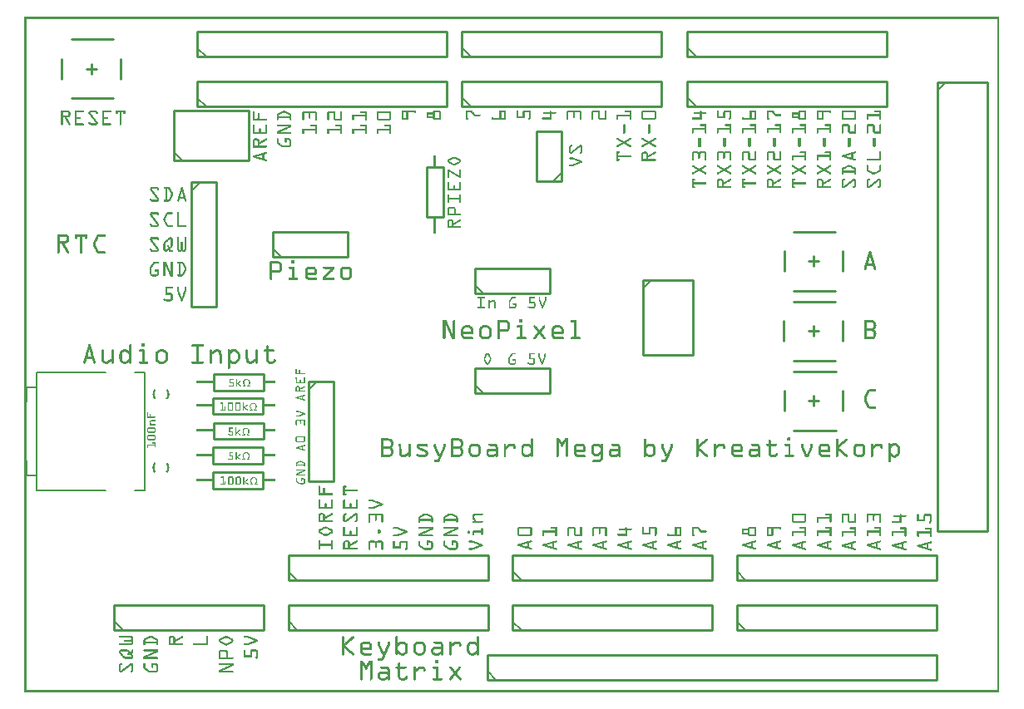
<source format=gto>
G04 MADE WITH FRITZING*
G04 WWW.FRITZING.ORG*
G04 DOUBLE SIDED*
G04 HOLES PLATED*
G04 CONTOUR ON CENTER OF CONTOUR VECTOR*
%ASAXBY*%
%FSLAX23Y23*%
%MOIN*%
%OFA0B0*%
%SFA1.0B1.0*%
%ADD10C,0.010000*%
%ADD11C,0.005000*%
%ADD12C,0.008000*%
%ADD13R,0.001000X0.001000*%
%LNSILK1*%
G90*
G70*
G54D10*
X1753Y2551D02*
X2553Y2551D01*
D02*
X2553Y2551D02*
X2553Y2651D01*
D02*
X2553Y2651D02*
X1753Y2651D01*
D02*
X1753Y2651D02*
X1753Y2551D01*
G54D11*
D02*
X1788Y2551D02*
X1753Y2586D01*
G54D10*
D02*
X693Y2550D02*
X1693Y2550D01*
D02*
X1693Y2550D02*
X1693Y2650D01*
D02*
X1693Y2650D02*
X693Y2650D01*
D02*
X693Y2650D02*
X693Y2550D01*
G54D11*
D02*
X728Y2550D02*
X693Y2585D01*
G54D10*
D02*
X1058Y251D02*
X1858Y251D01*
D02*
X1858Y251D02*
X1858Y351D01*
D02*
X1858Y351D02*
X1058Y351D01*
D02*
X1058Y351D02*
X1058Y251D01*
G54D11*
D02*
X1093Y251D02*
X1058Y286D01*
G54D10*
D02*
X2656Y2551D02*
X3456Y2551D01*
D02*
X3456Y2551D02*
X3456Y2651D01*
D02*
X3456Y2651D02*
X2656Y2651D01*
D02*
X2656Y2651D02*
X2656Y2551D01*
G54D11*
D02*
X2691Y2551D02*
X2656Y2586D01*
G54D10*
D02*
X1956Y250D02*
X2756Y250D01*
D02*
X2756Y250D02*
X2756Y350D01*
D02*
X2756Y350D02*
X1956Y350D01*
D02*
X1956Y350D02*
X1956Y250D01*
G54D11*
D02*
X1991Y250D02*
X1956Y285D01*
G54D10*
D02*
X2855Y250D02*
X3655Y250D01*
D02*
X3655Y250D02*
X3655Y350D01*
D02*
X3655Y350D02*
X2855Y350D01*
D02*
X2855Y350D02*
X2855Y250D01*
G54D11*
D02*
X2890Y250D02*
X2855Y285D01*
G54D10*
D02*
X693Y2350D02*
X1693Y2350D01*
D02*
X1693Y2350D02*
X1693Y2450D01*
D02*
X1693Y2450D02*
X693Y2450D01*
D02*
X693Y2450D02*
X693Y2350D01*
G54D11*
D02*
X728Y2350D02*
X693Y2385D01*
G54D10*
D02*
X1753Y2351D02*
X2553Y2351D01*
D02*
X2553Y2351D02*
X2553Y2451D01*
D02*
X2553Y2451D02*
X1753Y2451D01*
D02*
X1753Y2451D02*
X1753Y2351D01*
G54D11*
D02*
X1788Y2351D02*
X1753Y2386D01*
G54D10*
D02*
X2855Y451D02*
X3655Y451D01*
D02*
X3655Y451D02*
X3655Y551D01*
D02*
X3655Y551D02*
X2855Y551D01*
D02*
X2855Y551D02*
X2855Y451D01*
G54D11*
D02*
X2890Y451D02*
X2855Y486D01*
G54D10*
D02*
X1956Y451D02*
X2756Y451D01*
D02*
X2756Y451D02*
X2756Y551D01*
D02*
X2756Y551D02*
X1956Y551D01*
D02*
X1956Y551D02*
X1956Y451D01*
G54D11*
D02*
X1991Y451D02*
X1956Y486D01*
G54D10*
D02*
X2656Y2351D02*
X3456Y2351D01*
D02*
X3456Y2351D02*
X3456Y2451D01*
D02*
X3456Y2451D02*
X2656Y2451D01*
D02*
X2656Y2451D02*
X2656Y2351D01*
G54D11*
D02*
X2691Y2351D02*
X2656Y2386D01*
G54D10*
D02*
X1058Y450D02*
X1858Y450D01*
D02*
X1858Y450D02*
X1858Y550D01*
D02*
X1858Y550D02*
X1058Y550D01*
D02*
X1058Y550D02*
X1058Y450D01*
G54D11*
D02*
X1093Y450D02*
X1058Y485D01*
G54D10*
D02*
X3658Y2448D02*
X3658Y648D01*
D02*
X3658Y648D02*
X3858Y648D01*
D02*
X3858Y648D02*
X3858Y2448D01*
D02*
X3858Y2448D02*
X3658Y2448D01*
G54D11*
D02*
X3658Y2413D02*
X3693Y2448D01*
G54D10*
D02*
X597Y2133D02*
X897Y2133D01*
D02*
X897Y2133D02*
X897Y2333D01*
D02*
X897Y2333D02*
X597Y2333D01*
D02*
X597Y2333D02*
X597Y2133D01*
G54D11*
D02*
X632Y2133D02*
X597Y2168D01*
G54D12*
D02*
X482Y1284D02*
X482Y811D01*
D02*
X50Y1284D02*
X50Y1225D01*
D02*
X50Y870D02*
X50Y811D01*
D02*
X10Y1225D02*
X10Y1166D01*
D02*
X10Y929D02*
X10Y870D01*
D02*
X10Y870D02*
X50Y870D01*
D02*
X10Y1225D02*
X50Y1225D01*
D02*
X50Y1284D02*
X325Y1284D01*
D02*
X482Y1284D02*
X443Y1284D01*
D02*
X50Y1284D02*
X50Y811D01*
D02*
X50Y811D02*
X325Y811D01*
D02*
X482Y811D02*
X443Y811D01*
G54D10*
D02*
X2478Y1655D02*
X2478Y1355D01*
D02*
X2478Y1355D02*
X2678Y1355D01*
D02*
X2678Y1355D02*
X2678Y1655D01*
D02*
X2678Y1655D02*
X2478Y1655D01*
G54D11*
D02*
X2478Y1620D02*
X2513Y1655D01*
G54D10*
D02*
X670Y2046D02*
X670Y1546D01*
D02*
X670Y1546D02*
X770Y1546D01*
D02*
X770Y1546D02*
X770Y2046D01*
D02*
X770Y2046D02*
X670Y2046D01*
G54D11*
D02*
X670Y2011D02*
X705Y2046D01*
G54D10*
D02*
X1855Y51D02*
X3655Y51D01*
D02*
X3655Y51D02*
X3655Y151D01*
D02*
X3655Y151D02*
X1855Y151D01*
D02*
X1855Y151D02*
X1855Y51D01*
G54D11*
D02*
X1890Y51D02*
X1855Y86D01*
G54D10*
D02*
X757Y1276D02*
X957Y1276D01*
D02*
X957Y1276D02*
X957Y1210D01*
D02*
X957Y1210D02*
X757Y1210D01*
D02*
X757Y1210D02*
X757Y1276D01*
D02*
X756Y1182D02*
X956Y1182D01*
D02*
X956Y1182D02*
X956Y1116D01*
D02*
X956Y1116D02*
X756Y1116D01*
D02*
X756Y1116D02*
X756Y1182D01*
D02*
X757Y1082D02*
X957Y1082D01*
D02*
X957Y1082D02*
X957Y1016D01*
D02*
X957Y1016D02*
X757Y1016D01*
D02*
X757Y1016D02*
X757Y1082D01*
D02*
X756Y984D02*
X956Y984D01*
D02*
X956Y984D02*
X956Y918D01*
D02*
X956Y918D02*
X756Y918D01*
D02*
X756Y918D02*
X756Y984D01*
D02*
X756Y884D02*
X956Y884D01*
D02*
X956Y884D02*
X956Y818D01*
D02*
X956Y818D02*
X756Y818D01*
D02*
X756Y818D02*
X756Y884D01*
D02*
X1138Y1248D02*
X1138Y848D01*
D02*
X1138Y848D02*
X1238Y848D01*
D02*
X1238Y848D02*
X1238Y1248D01*
D02*
X1238Y1248D02*
X1138Y1248D01*
G54D11*
D02*
X1138Y1213D02*
X1173Y1248D01*
G54D10*
D02*
X385Y2541D02*
X385Y2462D01*
D02*
X188Y2619D02*
X356Y2619D01*
D02*
X188Y2383D02*
X356Y2383D01*
D02*
X149Y2541D02*
X149Y2462D01*
D02*
X267Y2521D02*
X267Y2481D01*
D02*
X287Y2501D02*
X247Y2501D01*
D02*
X994Y1746D02*
X1294Y1746D01*
D02*
X1294Y1746D02*
X1294Y1846D01*
D02*
X1294Y1846D02*
X994Y1846D01*
D02*
X994Y1846D02*
X994Y1746D01*
G54D11*
D02*
X1029Y1746D02*
X994Y1781D01*
G54D10*
D02*
X1612Y1906D02*
X1612Y2106D01*
D02*
X1612Y2106D02*
X1678Y2106D01*
D02*
X1678Y2106D02*
X1678Y1906D01*
D02*
X1678Y1906D02*
X1612Y1906D01*
D02*
X2152Y2050D02*
X2152Y2250D01*
D02*
X2152Y2250D02*
X2052Y2250D01*
D02*
X2052Y2250D02*
X2052Y2050D01*
D02*
X2052Y2050D02*
X2152Y2050D01*
G54D11*
D02*
X2152Y2085D02*
X2117Y2050D01*
G54D10*
D02*
X1805Y1200D02*
X2105Y1200D01*
D02*
X2105Y1200D02*
X2105Y1300D01*
D02*
X2105Y1300D02*
X1805Y1300D01*
D02*
X1805Y1300D02*
X1805Y1200D01*
G54D11*
D02*
X1840Y1200D02*
X1805Y1235D01*
G54D10*
D02*
X1805Y1600D02*
X2105Y1600D01*
D02*
X2105Y1600D02*
X2105Y1700D01*
D02*
X2105Y1700D02*
X1805Y1700D01*
D02*
X1805Y1700D02*
X1805Y1600D01*
G54D11*
D02*
X1840Y1600D02*
X1805Y1635D01*
G54D10*
D02*
X360Y251D02*
X960Y251D01*
D02*
X960Y251D02*
X960Y351D01*
D02*
X960Y351D02*
X360Y351D01*
D02*
X360Y351D02*
X360Y251D01*
G54D11*
D02*
X395Y251D02*
X360Y286D01*
G54D10*
D02*
X3280Y1209D02*
X3280Y1131D01*
D02*
X3083Y1288D02*
X3251Y1288D01*
D02*
X3083Y1052D02*
X3251Y1052D01*
D02*
X3044Y1209D02*
X3044Y1131D01*
D02*
X3162Y1190D02*
X3162Y1150D01*
D02*
X3182Y1170D02*
X3142Y1170D01*
D02*
X3280Y1769D02*
X3280Y1690D01*
D02*
X3083Y1848D02*
X3250Y1848D01*
D02*
X3083Y1611D02*
X3250Y1611D01*
D02*
X3044Y1769D02*
X3044Y1690D01*
D02*
X3162Y1749D02*
X3162Y1710D01*
D02*
X3182Y1729D02*
X3142Y1729D01*
D02*
X3279Y1489D02*
X3279Y1410D01*
D02*
X3082Y1567D02*
X3250Y1567D01*
D02*
X3082Y1331D02*
X3250Y1331D01*
D02*
X3043Y1489D02*
X3043Y1410D01*
D02*
X3161Y1469D02*
X3161Y1430D01*
D02*
X3181Y1449D02*
X3141Y1449D01*
G54D13*
X0Y2709D02*
X3906Y2709D01*
X0Y2708D02*
X3906Y2708D01*
X0Y2707D02*
X3906Y2707D01*
X0Y2706D02*
X3906Y2706D01*
X0Y2705D02*
X3906Y2705D01*
X0Y2704D02*
X3906Y2704D01*
X0Y2703D02*
X3906Y2703D01*
X0Y2702D02*
X3906Y2702D01*
X0Y2701D02*
X7Y2701D01*
X3899Y2701D02*
X3906Y2701D01*
X0Y2700D02*
X7Y2700D01*
X3899Y2700D02*
X3906Y2700D01*
X0Y2699D02*
X7Y2699D01*
X3899Y2699D02*
X3906Y2699D01*
X0Y2698D02*
X7Y2698D01*
X3899Y2698D02*
X3906Y2698D01*
X0Y2697D02*
X7Y2697D01*
X3899Y2697D02*
X3906Y2697D01*
X0Y2696D02*
X7Y2696D01*
X3899Y2696D02*
X3906Y2696D01*
X0Y2695D02*
X7Y2695D01*
X3899Y2695D02*
X3906Y2695D01*
X0Y2694D02*
X7Y2694D01*
X3899Y2694D02*
X3906Y2694D01*
X0Y2693D02*
X7Y2693D01*
X3899Y2693D02*
X3906Y2693D01*
X0Y2692D02*
X7Y2692D01*
X3899Y2692D02*
X3906Y2692D01*
X0Y2691D02*
X7Y2691D01*
X3899Y2691D02*
X3906Y2691D01*
X0Y2690D02*
X7Y2690D01*
X3899Y2690D02*
X3906Y2690D01*
X0Y2689D02*
X7Y2689D01*
X3899Y2689D02*
X3906Y2689D01*
X0Y2688D02*
X7Y2688D01*
X3899Y2688D02*
X3906Y2688D01*
X0Y2687D02*
X7Y2687D01*
X3899Y2687D02*
X3906Y2687D01*
X0Y2686D02*
X7Y2686D01*
X3899Y2686D02*
X3906Y2686D01*
X0Y2685D02*
X7Y2685D01*
X3899Y2685D02*
X3906Y2685D01*
X0Y2684D02*
X7Y2684D01*
X3899Y2684D02*
X3906Y2684D01*
X0Y2683D02*
X7Y2683D01*
X3899Y2683D02*
X3906Y2683D01*
X0Y2682D02*
X7Y2682D01*
X3899Y2682D02*
X3906Y2682D01*
X0Y2681D02*
X7Y2681D01*
X3899Y2681D02*
X3906Y2681D01*
X0Y2680D02*
X7Y2680D01*
X3899Y2680D02*
X3906Y2680D01*
X0Y2679D02*
X7Y2679D01*
X3899Y2679D02*
X3906Y2679D01*
X0Y2678D02*
X7Y2678D01*
X3899Y2678D02*
X3906Y2678D01*
X0Y2677D02*
X7Y2677D01*
X3899Y2677D02*
X3906Y2677D01*
X0Y2676D02*
X7Y2676D01*
X3899Y2676D02*
X3906Y2676D01*
X0Y2675D02*
X7Y2675D01*
X3899Y2675D02*
X3906Y2675D01*
X0Y2674D02*
X7Y2674D01*
X3899Y2674D02*
X3906Y2674D01*
X0Y2673D02*
X7Y2673D01*
X3899Y2673D02*
X3906Y2673D01*
X0Y2672D02*
X7Y2672D01*
X3899Y2672D02*
X3906Y2672D01*
X0Y2671D02*
X7Y2671D01*
X3899Y2671D02*
X3906Y2671D01*
X0Y2670D02*
X7Y2670D01*
X3899Y2670D02*
X3906Y2670D01*
X0Y2669D02*
X7Y2669D01*
X3899Y2669D02*
X3906Y2669D01*
X0Y2668D02*
X7Y2668D01*
X3899Y2668D02*
X3906Y2668D01*
X0Y2667D02*
X7Y2667D01*
X3899Y2667D02*
X3906Y2667D01*
X0Y2666D02*
X7Y2666D01*
X3899Y2666D02*
X3906Y2666D01*
X0Y2665D02*
X7Y2665D01*
X3899Y2665D02*
X3906Y2665D01*
X0Y2664D02*
X7Y2664D01*
X3899Y2664D02*
X3906Y2664D01*
X0Y2663D02*
X7Y2663D01*
X3899Y2663D02*
X3906Y2663D01*
X0Y2662D02*
X7Y2662D01*
X3899Y2662D02*
X3906Y2662D01*
X0Y2661D02*
X7Y2661D01*
X3899Y2661D02*
X3906Y2661D01*
X0Y2660D02*
X7Y2660D01*
X3899Y2660D02*
X3906Y2660D01*
X0Y2659D02*
X7Y2659D01*
X3899Y2659D02*
X3906Y2659D01*
X0Y2658D02*
X7Y2658D01*
X3899Y2658D02*
X3906Y2658D01*
X0Y2657D02*
X7Y2657D01*
X3899Y2657D02*
X3906Y2657D01*
X0Y2656D02*
X7Y2656D01*
X3899Y2656D02*
X3906Y2656D01*
X0Y2655D02*
X7Y2655D01*
X3899Y2655D02*
X3906Y2655D01*
X0Y2654D02*
X7Y2654D01*
X3899Y2654D02*
X3906Y2654D01*
X0Y2653D02*
X7Y2653D01*
X3899Y2653D02*
X3906Y2653D01*
X0Y2652D02*
X7Y2652D01*
X3899Y2652D02*
X3906Y2652D01*
X0Y2651D02*
X7Y2651D01*
X3899Y2651D02*
X3906Y2651D01*
X0Y2650D02*
X7Y2650D01*
X3899Y2650D02*
X3906Y2650D01*
X0Y2649D02*
X7Y2649D01*
X3899Y2649D02*
X3906Y2649D01*
X0Y2648D02*
X7Y2648D01*
X3899Y2648D02*
X3906Y2648D01*
X0Y2647D02*
X7Y2647D01*
X3899Y2647D02*
X3906Y2647D01*
X0Y2646D02*
X7Y2646D01*
X3899Y2646D02*
X3906Y2646D01*
X0Y2645D02*
X7Y2645D01*
X3899Y2645D02*
X3906Y2645D01*
X0Y2644D02*
X7Y2644D01*
X3899Y2644D02*
X3906Y2644D01*
X0Y2643D02*
X7Y2643D01*
X3899Y2643D02*
X3906Y2643D01*
X0Y2642D02*
X7Y2642D01*
X3899Y2642D02*
X3906Y2642D01*
X0Y2641D02*
X7Y2641D01*
X3899Y2641D02*
X3906Y2641D01*
X0Y2640D02*
X7Y2640D01*
X3899Y2640D02*
X3906Y2640D01*
X0Y2639D02*
X7Y2639D01*
X3899Y2639D02*
X3906Y2639D01*
X0Y2638D02*
X7Y2638D01*
X3899Y2638D02*
X3906Y2638D01*
X0Y2637D02*
X7Y2637D01*
X3899Y2637D02*
X3906Y2637D01*
X0Y2636D02*
X7Y2636D01*
X3899Y2636D02*
X3906Y2636D01*
X0Y2635D02*
X7Y2635D01*
X3899Y2635D02*
X3906Y2635D01*
X0Y2634D02*
X7Y2634D01*
X3899Y2634D02*
X3906Y2634D01*
X0Y2633D02*
X7Y2633D01*
X3899Y2633D02*
X3906Y2633D01*
X0Y2632D02*
X7Y2632D01*
X3899Y2632D02*
X3906Y2632D01*
X0Y2631D02*
X7Y2631D01*
X3899Y2631D02*
X3906Y2631D01*
X0Y2630D02*
X7Y2630D01*
X3899Y2630D02*
X3906Y2630D01*
X0Y2629D02*
X7Y2629D01*
X3899Y2629D02*
X3906Y2629D01*
X0Y2628D02*
X7Y2628D01*
X3899Y2628D02*
X3906Y2628D01*
X0Y2627D02*
X7Y2627D01*
X3899Y2627D02*
X3906Y2627D01*
X0Y2626D02*
X7Y2626D01*
X3899Y2626D02*
X3906Y2626D01*
X0Y2625D02*
X7Y2625D01*
X3899Y2625D02*
X3906Y2625D01*
X0Y2624D02*
X7Y2624D01*
X3899Y2624D02*
X3906Y2624D01*
X0Y2623D02*
X7Y2623D01*
X3899Y2623D02*
X3906Y2623D01*
X0Y2622D02*
X7Y2622D01*
X3899Y2622D02*
X3906Y2622D01*
X0Y2621D02*
X7Y2621D01*
X3899Y2621D02*
X3906Y2621D01*
X0Y2620D02*
X7Y2620D01*
X3899Y2620D02*
X3906Y2620D01*
X0Y2619D02*
X7Y2619D01*
X3899Y2619D02*
X3906Y2619D01*
X0Y2618D02*
X7Y2618D01*
X3899Y2618D02*
X3906Y2618D01*
X0Y2617D02*
X7Y2617D01*
X3899Y2617D02*
X3906Y2617D01*
X0Y2616D02*
X7Y2616D01*
X3899Y2616D02*
X3906Y2616D01*
X0Y2615D02*
X7Y2615D01*
X3899Y2615D02*
X3906Y2615D01*
X0Y2614D02*
X7Y2614D01*
X3899Y2614D02*
X3906Y2614D01*
X0Y2613D02*
X7Y2613D01*
X3899Y2613D02*
X3906Y2613D01*
X0Y2612D02*
X7Y2612D01*
X3899Y2612D02*
X3906Y2612D01*
X0Y2611D02*
X7Y2611D01*
X3899Y2611D02*
X3906Y2611D01*
X0Y2610D02*
X7Y2610D01*
X3899Y2610D02*
X3906Y2610D01*
X0Y2609D02*
X7Y2609D01*
X3899Y2609D02*
X3906Y2609D01*
X0Y2608D02*
X7Y2608D01*
X3899Y2608D02*
X3906Y2608D01*
X0Y2607D02*
X7Y2607D01*
X3899Y2607D02*
X3906Y2607D01*
X0Y2606D02*
X7Y2606D01*
X3899Y2606D02*
X3906Y2606D01*
X0Y2605D02*
X7Y2605D01*
X3899Y2605D02*
X3906Y2605D01*
X0Y2604D02*
X7Y2604D01*
X3899Y2604D02*
X3906Y2604D01*
X0Y2603D02*
X7Y2603D01*
X3899Y2603D02*
X3906Y2603D01*
X0Y2602D02*
X7Y2602D01*
X3899Y2602D02*
X3906Y2602D01*
X0Y2601D02*
X7Y2601D01*
X3899Y2601D02*
X3906Y2601D01*
X0Y2600D02*
X7Y2600D01*
X3899Y2600D02*
X3906Y2600D01*
X0Y2599D02*
X7Y2599D01*
X3899Y2599D02*
X3906Y2599D01*
X0Y2598D02*
X7Y2598D01*
X3899Y2598D02*
X3906Y2598D01*
X0Y2597D02*
X7Y2597D01*
X3899Y2597D02*
X3906Y2597D01*
X0Y2596D02*
X7Y2596D01*
X3899Y2596D02*
X3906Y2596D01*
X0Y2595D02*
X7Y2595D01*
X3899Y2595D02*
X3906Y2595D01*
X0Y2594D02*
X7Y2594D01*
X3899Y2594D02*
X3906Y2594D01*
X0Y2593D02*
X7Y2593D01*
X3899Y2593D02*
X3906Y2593D01*
X0Y2592D02*
X7Y2592D01*
X3899Y2592D02*
X3906Y2592D01*
X0Y2591D02*
X7Y2591D01*
X3899Y2591D02*
X3906Y2591D01*
X0Y2590D02*
X7Y2590D01*
X3899Y2590D02*
X3906Y2590D01*
X0Y2589D02*
X7Y2589D01*
X3899Y2589D02*
X3906Y2589D01*
X0Y2588D02*
X7Y2588D01*
X3899Y2588D02*
X3906Y2588D01*
X0Y2587D02*
X7Y2587D01*
X3899Y2587D02*
X3906Y2587D01*
X0Y2586D02*
X7Y2586D01*
X3899Y2586D02*
X3906Y2586D01*
X0Y2585D02*
X7Y2585D01*
X3899Y2585D02*
X3906Y2585D01*
X0Y2584D02*
X7Y2584D01*
X3899Y2584D02*
X3906Y2584D01*
X0Y2583D02*
X7Y2583D01*
X3899Y2583D02*
X3906Y2583D01*
X0Y2582D02*
X7Y2582D01*
X3899Y2582D02*
X3906Y2582D01*
X0Y2581D02*
X7Y2581D01*
X3899Y2581D02*
X3906Y2581D01*
X0Y2580D02*
X7Y2580D01*
X3899Y2580D02*
X3906Y2580D01*
X0Y2579D02*
X7Y2579D01*
X3899Y2579D02*
X3906Y2579D01*
X0Y2578D02*
X7Y2578D01*
X3899Y2578D02*
X3906Y2578D01*
X0Y2577D02*
X7Y2577D01*
X3899Y2577D02*
X3906Y2577D01*
X0Y2576D02*
X7Y2576D01*
X3899Y2576D02*
X3906Y2576D01*
X0Y2575D02*
X7Y2575D01*
X3899Y2575D02*
X3906Y2575D01*
X0Y2574D02*
X7Y2574D01*
X3899Y2574D02*
X3906Y2574D01*
X0Y2573D02*
X7Y2573D01*
X3899Y2573D02*
X3906Y2573D01*
X0Y2572D02*
X7Y2572D01*
X3899Y2572D02*
X3906Y2572D01*
X0Y2571D02*
X7Y2571D01*
X3899Y2571D02*
X3906Y2571D01*
X0Y2570D02*
X7Y2570D01*
X3899Y2570D02*
X3906Y2570D01*
X0Y2569D02*
X7Y2569D01*
X3899Y2569D02*
X3906Y2569D01*
X0Y2568D02*
X7Y2568D01*
X3899Y2568D02*
X3906Y2568D01*
X0Y2567D02*
X7Y2567D01*
X3899Y2567D02*
X3906Y2567D01*
X0Y2566D02*
X7Y2566D01*
X3899Y2566D02*
X3906Y2566D01*
X0Y2565D02*
X7Y2565D01*
X3899Y2565D02*
X3906Y2565D01*
X0Y2564D02*
X7Y2564D01*
X3899Y2564D02*
X3906Y2564D01*
X0Y2563D02*
X7Y2563D01*
X3899Y2563D02*
X3906Y2563D01*
X0Y2562D02*
X7Y2562D01*
X3899Y2562D02*
X3906Y2562D01*
X0Y2561D02*
X7Y2561D01*
X3899Y2561D02*
X3906Y2561D01*
X0Y2560D02*
X7Y2560D01*
X3899Y2560D02*
X3906Y2560D01*
X0Y2559D02*
X7Y2559D01*
X3899Y2559D02*
X3906Y2559D01*
X0Y2558D02*
X7Y2558D01*
X3899Y2558D02*
X3906Y2558D01*
X0Y2557D02*
X7Y2557D01*
X3899Y2557D02*
X3906Y2557D01*
X0Y2556D02*
X7Y2556D01*
X3899Y2556D02*
X3906Y2556D01*
X0Y2555D02*
X7Y2555D01*
X3899Y2555D02*
X3906Y2555D01*
X0Y2554D02*
X7Y2554D01*
X3899Y2554D02*
X3906Y2554D01*
X0Y2553D02*
X7Y2553D01*
X3899Y2553D02*
X3906Y2553D01*
X0Y2552D02*
X7Y2552D01*
X3899Y2552D02*
X3906Y2552D01*
X0Y2551D02*
X7Y2551D01*
X3899Y2551D02*
X3906Y2551D01*
X0Y2550D02*
X7Y2550D01*
X3899Y2550D02*
X3906Y2550D01*
X0Y2549D02*
X7Y2549D01*
X3899Y2549D02*
X3906Y2549D01*
X0Y2548D02*
X7Y2548D01*
X3899Y2548D02*
X3906Y2548D01*
X0Y2547D02*
X7Y2547D01*
X3899Y2547D02*
X3906Y2547D01*
X0Y2546D02*
X7Y2546D01*
X3899Y2546D02*
X3906Y2546D01*
X0Y2545D02*
X7Y2545D01*
X3899Y2545D02*
X3906Y2545D01*
X0Y2544D02*
X7Y2544D01*
X3899Y2544D02*
X3906Y2544D01*
X0Y2543D02*
X7Y2543D01*
X3899Y2543D02*
X3906Y2543D01*
X0Y2542D02*
X7Y2542D01*
X3899Y2542D02*
X3906Y2542D01*
X0Y2541D02*
X7Y2541D01*
X3899Y2541D02*
X3906Y2541D01*
X0Y2540D02*
X7Y2540D01*
X3899Y2540D02*
X3906Y2540D01*
X0Y2539D02*
X7Y2539D01*
X3899Y2539D02*
X3906Y2539D01*
X0Y2538D02*
X7Y2538D01*
X3899Y2538D02*
X3906Y2538D01*
X0Y2537D02*
X7Y2537D01*
X3899Y2537D02*
X3906Y2537D01*
X0Y2536D02*
X7Y2536D01*
X3899Y2536D02*
X3906Y2536D01*
X0Y2535D02*
X7Y2535D01*
X3899Y2535D02*
X3906Y2535D01*
X0Y2534D02*
X7Y2534D01*
X3899Y2534D02*
X3906Y2534D01*
X0Y2533D02*
X7Y2533D01*
X3899Y2533D02*
X3906Y2533D01*
X0Y2532D02*
X7Y2532D01*
X3899Y2532D02*
X3906Y2532D01*
X0Y2531D02*
X7Y2531D01*
X3899Y2531D02*
X3906Y2531D01*
X0Y2530D02*
X7Y2530D01*
X3899Y2530D02*
X3906Y2530D01*
X0Y2529D02*
X7Y2529D01*
X3899Y2529D02*
X3906Y2529D01*
X0Y2528D02*
X7Y2528D01*
X3899Y2528D02*
X3906Y2528D01*
X0Y2527D02*
X7Y2527D01*
X3899Y2527D02*
X3906Y2527D01*
X0Y2526D02*
X7Y2526D01*
X3899Y2526D02*
X3906Y2526D01*
X0Y2525D02*
X7Y2525D01*
X3899Y2525D02*
X3906Y2525D01*
X0Y2524D02*
X7Y2524D01*
X3899Y2524D02*
X3906Y2524D01*
X0Y2523D02*
X7Y2523D01*
X3899Y2523D02*
X3906Y2523D01*
X0Y2522D02*
X7Y2522D01*
X3899Y2522D02*
X3906Y2522D01*
X0Y2521D02*
X7Y2521D01*
X3899Y2521D02*
X3906Y2521D01*
X0Y2520D02*
X7Y2520D01*
X3899Y2520D02*
X3906Y2520D01*
X0Y2519D02*
X7Y2519D01*
X3899Y2519D02*
X3906Y2519D01*
X0Y2518D02*
X7Y2518D01*
X3899Y2518D02*
X3906Y2518D01*
X0Y2517D02*
X7Y2517D01*
X3899Y2517D02*
X3906Y2517D01*
X0Y2516D02*
X7Y2516D01*
X3899Y2516D02*
X3906Y2516D01*
X0Y2515D02*
X7Y2515D01*
X3899Y2515D02*
X3906Y2515D01*
X0Y2514D02*
X7Y2514D01*
X3899Y2514D02*
X3906Y2514D01*
X0Y2513D02*
X7Y2513D01*
X3899Y2513D02*
X3906Y2513D01*
X0Y2512D02*
X7Y2512D01*
X3899Y2512D02*
X3906Y2512D01*
X0Y2511D02*
X7Y2511D01*
X3899Y2511D02*
X3906Y2511D01*
X0Y2510D02*
X7Y2510D01*
X3899Y2510D02*
X3906Y2510D01*
X0Y2509D02*
X7Y2509D01*
X3899Y2509D02*
X3906Y2509D01*
X0Y2508D02*
X7Y2508D01*
X3899Y2508D02*
X3906Y2508D01*
X0Y2507D02*
X7Y2507D01*
X3899Y2507D02*
X3906Y2507D01*
X0Y2506D02*
X7Y2506D01*
X3899Y2506D02*
X3906Y2506D01*
X0Y2505D02*
X7Y2505D01*
X3899Y2505D02*
X3906Y2505D01*
X0Y2504D02*
X7Y2504D01*
X3899Y2504D02*
X3906Y2504D01*
X0Y2503D02*
X7Y2503D01*
X3899Y2503D02*
X3906Y2503D01*
X0Y2502D02*
X7Y2502D01*
X3899Y2502D02*
X3906Y2502D01*
X0Y2501D02*
X7Y2501D01*
X3899Y2501D02*
X3906Y2501D01*
X0Y2500D02*
X7Y2500D01*
X3899Y2500D02*
X3906Y2500D01*
X0Y2499D02*
X7Y2499D01*
X3899Y2499D02*
X3906Y2499D01*
X0Y2498D02*
X7Y2498D01*
X3899Y2498D02*
X3906Y2498D01*
X0Y2497D02*
X7Y2497D01*
X3899Y2497D02*
X3906Y2497D01*
X0Y2496D02*
X7Y2496D01*
X3899Y2496D02*
X3906Y2496D01*
X0Y2495D02*
X7Y2495D01*
X3899Y2495D02*
X3906Y2495D01*
X0Y2494D02*
X7Y2494D01*
X3899Y2494D02*
X3906Y2494D01*
X0Y2493D02*
X7Y2493D01*
X3899Y2493D02*
X3906Y2493D01*
X0Y2492D02*
X7Y2492D01*
X3899Y2492D02*
X3906Y2492D01*
X0Y2491D02*
X7Y2491D01*
X3899Y2491D02*
X3906Y2491D01*
X0Y2490D02*
X7Y2490D01*
X3899Y2490D02*
X3906Y2490D01*
X0Y2489D02*
X7Y2489D01*
X3899Y2489D02*
X3906Y2489D01*
X0Y2488D02*
X7Y2488D01*
X3899Y2488D02*
X3906Y2488D01*
X0Y2487D02*
X7Y2487D01*
X3899Y2487D02*
X3906Y2487D01*
X0Y2486D02*
X7Y2486D01*
X3899Y2486D02*
X3906Y2486D01*
X0Y2485D02*
X7Y2485D01*
X3899Y2485D02*
X3906Y2485D01*
X0Y2484D02*
X7Y2484D01*
X3899Y2484D02*
X3906Y2484D01*
X0Y2483D02*
X7Y2483D01*
X3899Y2483D02*
X3906Y2483D01*
X0Y2482D02*
X7Y2482D01*
X3899Y2482D02*
X3906Y2482D01*
X0Y2481D02*
X7Y2481D01*
X3899Y2481D02*
X3906Y2481D01*
X0Y2480D02*
X7Y2480D01*
X3899Y2480D02*
X3906Y2480D01*
X0Y2479D02*
X7Y2479D01*
X3899Y2479D02*
X3906Y2479D01*
X0Y2478D02*
X7Y2478D01*
X3899Y2478D02*
X3906Y2478D01*
X0Y2477D02*
X7Y2477D01*
X3899Y2477D02*
X3906Y2477D01*
X0Y2476D02*
X7Y2476D01*
X3899Y2476D02*
X3906Y2476D01*
X0Y2475D02*
X7Y2475D01*
X3899Y2475D02*
X3906Y2475D01*
X0Y2474D02*
X7Y2474D01*
X3899Y2474D02*
X3906Y2474D01*
X0Y2473D02*
X7Y2473D01*
X3899Y2473D02*
X3906Y2473D01*
X0Y2472D02*
X7Y2472D01*
X3899Y2472D02*
X3906Y2472D01*
X0Y2471D02*
X7Y2471D01*
X3899Y2471D02*
X3906Y2471D01*
X0Y2470D02*
X7Y2470D01*
X3899Y2470D02*
X3906Y2470D01*
X0Y2469D02*
X7Y2469D01*
X3899Y2469D02*
X3906Y2469D01*
X0Y2468D02*
X7Y2468D01*
X3899Y2468D02*
X3906Y2468D01*
X0Y2467D02*
X7Y2467D01*
X3899Y2467D02*
X3906Y2467D01*
X0Y2466D02*
X7Y2466D01*
X3899Y2466D02*
X3906Y2466D01*
X0Y2465D02*
X7Y2465D01*
X3899Y2465D02*
X3906Y2465D01*
X0Y2464D02*
X7Y2464D01*
X3899Y2464D02*
X3906Y2464D01*
X0Y2463D02*
X7Y2463D01*
X3899Y2463D02*
X3906Y2463D01*
X0Y2462D02*
X7Y2462D01*
X3899Y2462D02*
X3906Y2462D01*
X0Y2461D02*
X7Y2461D01*
X3899Y2461D02*
X3906Y2461D01*
X0Y2460D02*
X7Y2460D01*
X3899Y2460D02*
X3906Y2460D01*
X0Y2459D02*
X7Y2459D01*
X3899Y2459D02*
X3906Y2459D01*
X0Y2458D02*
X7Y2458D01*
X3899Y2458D02*
X3906Y2458D01*
X0Y2457D02*
X7Y2457D01*
X3899Y2457D02*
X3906Y2457D01*
X0Y2456D02*
X7Y2456D01*
X3899Y2456D02*
X3906Y2456D01*
X0Y2455D02*
X7Y2455D01*
X3899Y2455D02*
X3906Y2455D01*
X0Y2454D02*
X7Y2454D01*
X3899Y2454D02*
X3906Y2454D01*
X0Y2453D02*
X7Y2453D01*
X3899Y2453D02*
X3906Y2453D01*
X0Y2452D02*
X7Y2452D01*
X3899Y2452D02*
X3906Y2452D01*
X0Y2451D02*
X7Y2451D01*
X3899Y2451D02*
X3906Y2451D01*
X0Y2450D02*
X7Y2450D01*
X3899Y2450D02*
X3906Y2450D01*
X0Y2449D02*
X7Y2449D01*
X3899Y2449D02*
X3906Y2449D01*
X0Y2448D02*
X7Y2448D01*
X3899Y2448D02*
X3906Y2448D01*
X0Y2447D02*
X7Y2447D01*
X3899Y2447D02*
X3906Y2447D01*
X0Y2446D02*
X7Y2446D01*
X3899Y2446D02*
X3906Y2446D01*
X0Y2445D02*
X7Y2445D01*
X3899Y2445D02*
X3906Y2445D01*
X0Y2444D02*
X7Y2444D01*
X3899Y2444D02*
X3906Y2444D01*
X0Y2443D02*
X7Y2443D01*
X3899Y2443D02*
X3906Y2443D01*
X0Y2442D02*
X7Y2442D01*
X3899Y2442D02*
X3906Y2442D01*
X0Y2441D02*
X7Y2441D01*
X3899Y2441D02*
X3906Y2441D01*
X0Y2440D02*
X7Y2440D01*
X3899Y2440D02*
X3906Y2440D01*
X0Y2439D02*
X7Y2439D01*
X3899Y2439D02*
X3906Y2439D01*
X0Y2438D02*
X7Y2438D01*
X3899Y2438D02*
X3906Y2438D01*
X0Y2437D02*
X7Y2437D01*
X3899Y2437D02*
X3906Y2437D01*
X0Y2436D02*
X7Y2436D01*
X3899Y2436D02*
X3906Y2436D01*
X0Y2435D02*
X7Y2435D01*
X3899Y2435D02*
X3906Y2435D01*
X0Y2434D02*
X7Y2434D01*
X3899Y2434D02*
X3906Y2434D01*
X0Y2433D02*
X7Y2433D01*
X3899Y2433D02*
X3906Y2433D01*
X0Y2432D02*
X7Y2432D01*
X3899Y2432D02*
X3906Y2432D01*
X0Y2431D02*
X7Y2431D01*
X3899Y2431D02*
X3906Y2431D01*
X0Y2430D02*
X7Y2430D01*
X3899Y2430D02*
X3906Y2430D01*
X0Y2429D02*
X7Y2429D01*
X3899Y2429D02*
X3906Y2429D01*
X0Y2428D02*
X7Y2428D01*
X3899Y2428D02*
X3906Y2428D01*
X0Y2427D02*
X7Y2427D01*
X3899Y2427D02*
X3906Y2427D01*
X0Y2426D02*
X7Y2426D01*
X3899Y2426D02*
X3906Y2426D01*
X0Y2425D02*
X7Y2425D01*
X3899Y2425D02*
X3906Y2425D01*
X0Y2424D02*
X7Y2424D01*
X3899Y2424D02*
X3906Y2424D01*
X0Y2423D02*
X7Y2423D01*
X3899Y2423D02*
X3906Y2423D01*
X0Y2422D02*
X7Y2422D01*
X3899Y2422D02*
X3906Y2422D01*
X0Y2421D02*
X7Y2421D01*
X3899Y2421D02*
X3906Y2421D01*
X0Y2420D02*
X7Y2420D01*
X3899Y2420D02*
X3906Y2420D01*
X0Y2419D02*
X7Y2419D01*
X3899Y2419D02*
X3906Y2419D01*
X0Y2418D02*
X7Y2418D01*
X3899Y2418D02*
X3906Y2418D01*
X0Y2417D02*
X7Y2417D01*
X3899Y2417D02*
X3906Y2417D01*
X0Y2416D02*
X7Y2416D01*
X3899Y2416D02*
X3906Y2416D01*
X0Y2415D02*
X7Y2415D01*
X3899Y2415D02*
X3906Y2415D01*
X0Y2414D02*
X7Y2414D01*
X3899Y2414D02*
X3906Y2414D01*
X0Y2413D02*
X7Y2413D01*
X3899Y2413D02*
X3906Y2413D01*
X0Y2412D02*
X7Y2412D01*
X3899Y2412D02*
X3906Y2412D01*
X0Y2411D02*
X7Y2411D01*
X3899Y2411D02*
X3906Y2411D01*
X0Y2410D02*
X7Y2410D01*
X3899Y2410D02*
X3906Y2410D01*
X0Y2409D02*
X7Y2409D01*
X3899Y2409D02*
X3906Y2409D01*
X0Y2408D02*
X7Y2408D01*
X3899Y2408D02*
X3906Y2408D01*
X0Y2407D02*
X7Y2407D01*
X3899Y2407D02*
X3906Y2407D01*
X0Y2406D02*
X7Y2406D01*
X3899Y2406D02*
X3906Y2406D01*
X0Y2405D02*
X7Y2405D01*
X3899Y2405D02*
X3906Y2405D01*
X0Y2404D02*
X7Y2404D01*
X3899Y2404D02*
X3906Y2404D01*
X0Y2403D02*
X7Y2403D01*
X3899Y2403D02*
X3906Y2403D01*
X0Y2402D02*
X7Y2402D01*
X3899Y2402D02*
X3906Y2402D01*
X0Y2401D02*
X7Y2401D01*
X3899Y2401D02*
X3906Y2401D01*
X0Y2400D02*
X7Y2400D01*
X3899Y2400D02*
X3906Y2400D01*
X0Y2399D02*
X7Y2399D01*
X3899Y2399D02*
X3906Y2399D01*
X0Y2398D02*
X7Y2398D01*
X3899Y2398D02*
X3906Y2398D01*
X0Y2397D02*
X7Y2397D01*
X3899Y2397D02*
X3906Y2397D01*
X0Y2396D02*
X7Y2396D01*
X3899Y2396D02*
X3906Y2396D01*
X0Y2395D02*
X7Y2395D01*
X3899Y2395D02*
X3906Y2395D01*
X0Y2394D02*
X7Y2394D01*
X3899Y2394D02*
X3906Y2394D01*
X0Y2393D02*
X7Y2393D01*
X3899Y2393D02*
X3906Y2393D01*
X0Y2392D02*
X7Y2392D01*
X3899Y2392D02*
X3906Y2392D01*
X0Y2391D02*
X7Y2391D01*
X3899Y2391D02*
X3906Y2391D01*
X0Y2390D02*
X7Y2390D01*
X3899Y2390D02*
X3906Y2390D01*
X0Y2389D02*
X7Y2389D01*
X3899Y2389D02*
X3906Y2389D01*
X0Y2388D02*
X7Y2388D01*
X3899Y2388D02*
X3906Y2388D01*
X0Y2387D02*
X7Y2387D01*
X3899Y2387D02*
X3906Y2387D01*
X0Y2386D02*
X7Y2386D01*
X3899Y2386D02*
X3906Y2386D01*
X0Y2385D02*
X7Y2385D01*
X3899Y2385D02*
X3906Y2385D01*
X0Y2384D02*
X7Y2384D01*
X3899Y2384D02*
X3906Y2384D01*
X0Y2383D02*
X7Y2383D01*
X3899Y2383D02*
X3906Y2383D01*
X0Y2382D02*
X7Y2382D01*
X3899Y2382D02*
X3906Y2382D01*
X0Y2381D02*
X7Y2381D01*
X3899Y2381D02*
X3906Y2381D01*
X0Y2380D02*
X7Y2380D01*
X3899Y2380D02*
X3906Y2380D01*
X0Y2379D02*
X7Y2379D01*
X3899Y2379D02*
X3906Y2379D01*
X0Y2378D02*
X7Y2378D01*
X3899Y2378D02*
X3906Y2378D01*
X0Y2377D02*
X7Y2377D01*
X3899Y2377D02*
X3906Y2377D01*
X0Y2376D02*
X7Y2376D01*
X3899Y2376D02*
X3906Y2376D01*
X0Y2375D02*
X7Y2375D01*
X3899Y2375D02*
X3906Y2375D01*
X0Y2374D02*
X7Y2374D01*
X3899Y2374D02*
X3906Y2374D01*
X0Y2373D02*
X7Y2373D01*
X3899Y2373D02*
X3906Y2373D01*
X0Y2372D02*
X7Y2372D01*
X3899Y2372D02*
X3906Y2372D01*
X0Y2371D02*
X7Y2371D01*
X3899Y2371D02*
X3906Y2371D01*
X0Y2370D02*
X7Y2370D01*
X3899Y2370D02*
X3906Y2370D01*
X0Y2369D02*
X7Y2369D01*
X3899Y2369D02*
X3906Y2369D01*
X0Y2368D02*
X7Y2368D01*
X3899Y2368D02*
X3906Y2368D01*
X0Y2367D02*
X7Y2367D01*
X3899Y2367D02*
X3906Y2367D01*
X0Y2366D02*
X7Y2366D01*
X3899Y2366D02*
X3906Y2366D01*
X0Y2365D02*
X7Y2365D01*
X3899Y2365D02*
X3906Y2365D01*
X0Y2364D02*
X7Y2364D01*
X3899Y2364D02*
X3906Y2364D01*
X0Y2363D02*
X7Y2363D01*
X3899Y2363D02*
X3906Y2363D01*
X0Y2362D02*
X7Y2362D01*
X3899Y2362D02*
X3906Y2362D01*
X0Y2361D02*
X7Y2361D01*
X3899Y2361D02*
X3906Y2361D01*
X0Y2360D02*
X7Y2360D01*
X3899Y2360D02*
X3906Y2360D01*
X0Y2359D02*
X7Y2359D01*
X3899Y2359D02*
X3906Y2359D01*
X0Y2358D02*
X7Y2358D01*
X3899Y2358D02*
X3906Y2358D01*
X0Y2357D02*
X7Y2357D01*
X3899Y2357D02*
X3906Y2357D01*
X0Y2356D02*
X7Y2356D01*
X3899Y2356D02*
X3906Y2356D01*
X0Y2355D02*
X7Y2355D01*
X3899Y2355D02*
X3906Y2355D01*
X0Y2354D02*
X7Y2354D01*
X3899Y2354D02*
X3906Y2354D01*
X0Y2353D02*
X7Y2353D01*
X3899Y2353D02*
X3906Y2353D01*
X0Y2352D02*
X7Y2352D01*
X3899Y2352D02*
X3906Y2352D01*
X0Y2351D02*
X7Y2351D01*
X3899Y2351D02*
X3906Y2351D01*
X0Y2350D02*
X7Y2350D01*
X3899Y2350D02*
X3906Y2350D01*
X0Y2349D02*
X7Y2349D01*
X3899Y2349D02*
X3906Y2349D01*
X0Y2348D02*
X7Y2348D01*
X3899Y2348D02*
X3906Y2348D01*
X0Y2347D02*
X7Y2347D01*
X3899Y2347D02*
X3906Y2347D01*
X0Y2346D02*
X7Y2346D01*
X3899Y2346D02*
X3906Y2346D01*
X0Y2345D02*
X7Y2345D01*
X3899Y2345D02*
X3906Y2345D01*
X0Y2344D02*
X7Y2344D01*
X3899Y2344D02*
X3906Y2344D01*
X0Y2343D02*
X7Y2343D01*
X3899Y2343D02*
X3906Y2343D01*
X0Y2342D02*
X7Y2342D01*
X3899Y2342D02*
X3906Y2342D01*
X0Y2341D02*
X7Y2341D01*
X3899Y2341D02*
X3906Y2341D01*
X0Y2340D02*
X7Y2340D01*
X3899Y2340D02*
X3906Y2340D01*
X0Y2339D02*
X7Y2339D01*
X3899Y2339D02*
X3906Y2339D01*
X0Y2338D02*
X7Y2338D01*
X3899Y2338D02*
X3906Y2338D01*
X0Y2337D02*
X7Y2337D01*
X3899Y2337D02*
X3906Y2337D01*
X0Y2336D02*
X7Y2336D01*
X3899Y2336D02*
X3906Y2336D01*
X0Y2335D02*
X7Y2335D01*
X3899Y2335D02*
X3906Y2335D01*
X0Y2334D02*
X7Y2334D01*
X1905Y2334D02*
X1927Y2334D01*
X1973Y2334D02*
X1975Y2334D01*
X2002Y2334D02*
X2024Y2334D01*
X2178Y2334D02*
X2196Y2334D01*
X2207Y2334D02*
X2225Y2334D01*
X2278Y2334D02*
X2300Y2334D01*
X2326Y2334D02*
X2328Y2334D01*
X2777Y2334D02*
X2778Y2334D01*
X2806Y2334D02*
X2826Y2334D01*
X2910Y2334D02*
X2929Y2334D01*
X2975Y2334D02*
X2998Y2334D01*
X3107Y2334D02*
X3126Y2334D01*
X3177Y2334D02*
X3230Y2334D01*
X3281Y2334D02*
X3326Y2334D01*
X3409Y2334D02*
X3430Y2334D01*
X3899Y2334D02*
X3906Y2334D01*
X0Y2333D02*
X7Y2333D01*
X147Y2333D02*
X176Y2333D01*
X202Y2333D02*
X237Y2333D01*
X263Y2333D02*
X286Y2333D01*
X312Y2333D02*
X346Y2333D01*
X366Y2333D02*
X403Y2333D01*
X1514Y2333D02*
X1566Y2333D01*
X1642Y2333D02*
X1663Y2333D01*
X1769Y2333D02*
X1792Y2333D01*
X1904Y2333D02*
X1928Y2333D01*
X1972Y2333D02*
X1976Y2333D01*
X2000Y2333D02*
X2025Y2333D01*
X2176Y2333D02*
X2199Y2333D01*
X2204Y2333D02*
X2227Y2333D01*
X2276Y2333D02*
X2302Y2333D01*
X2325Y2333D02*
X2330Y2333D01*
X2406Y2333D02*
X2429Y2333D01*
X2477Y2333D02*
X2526Y2333D01*
X2776Y2333D02*
X2780Y2333D01*
X2804Y2333D02*
X2829Y2333D01*
X2908Y2333D02*
X2931Y2333D01*
X2974Y2333D02*
X2999Y2333D01*
X3104Y2333D02*
X3129Y2333D01*
X3175Y2333D02*
X3231Y2333D01*
X3278Y2333D02*
X3329Y2333D01*
X3408Y2333D02*
X3431Y2333D01*
X3899Y2333D02*
X3906Y2333D01*
X0Y2332D02*
X7Y2332D01*
X147Y2332D02*
X178Y2332D01*
X202Y2332D02*
X238Y2332D01*
X261Y2332D02*
X288Y2332D01*
X312Y2332D02*
X347Y2332D01*
X366Y2332D02*
X403Y2332D01*
X1037Y2332D02*
X1043Y2332D01*
X1512Y2332D02*
X1568Y2332D01*
X1640Y2332D02*
X1665Y2332D01*
X1769Y2332D02*
X1793Y2332D01*
X1903Y2332D02*
X1929Y2332D01*
X1971Y2332D02*
X1977Y2332D01*
X1999Y2332D02*
X2027Y2332D01*
X2107Y2332D02*
X2109Y2332D01*
X2175Y2332D02*
X2200Y2332D01*
X2203Y2332D02*
X2228Y2332D01*
X2275Y2332D02*
X2303Y2332D01*
X2324Y2332D02*
X2330Y2332D01*
X2405Y2332D02*
X2430Y2332D01*
X2476Y2332D02*
X2528Y2332D01*
X2710Y2332D02*
X2710Y2332D01*
X2775Y2332D02*
X2781Y2332D01*
X2803Y2332D02*
X2830Y2332D01*
X2907Y2332D02*
X2932Y2332D01*
X2974Y2332D02*
X3000Y2332D01*
X3103Y2332D02*
X3130Y2332D01*
X3175Y2332D02*
X3232Y2332D01*
X3277Y2332D02*
X3330Y2332D01*
X3407Y2332D02*
X3432Y2332D01*
X3899Y2332D02*
X3906Y2332D01*
X0Y2331D02*
X7Y2331D01*
X147Y2331D02*
X179Y2331D01*
X202Y2331D02*
X239Y2331D01*
X260Y2331D02*
X290Y2331D01*
X312Y2331D02*
X348Y2331D01*
X366Y2331D02*
X403Y2331D01*
X916Y2331D02*
X920Y2331D01*
X1034Y2331D02*
X1046Y2331D01*
X1118Y2331D02*
X1138Y2331D01*
X1146Y2331D02*
X1167Y2331D01*
X1217Y2331D02*
X1241Y2331D01*
X1266Y2331D02*
X1269Y2331D01*
X1347Y2331D02*
X1369Y2331D01*
X1415Y2331D02*
X1464Y2331D01*
X1511Y2331D02*
X1568Y2331D01*
X1639Y2331D02*
X1667Y2331D01*
X1769Y2331D02*
X1794Y2331D01*
X1903Y2331D02*
X1929Y2331D01*
X1971Y2331D02*
X1977Y2331D01*
X1998Y2331D02*
X2027Y2331D01*
X2106Y2331D02*
X2111Y2331D01*
X2174Y2331D02*
X2229Y2331D01*
X2274Y2331D02*
X2304Y2331D01*
X2324Y2331D02*
X2331Y2331D01*
X2405Y2331D02*
X2430Y2331D01*
X2474Y2331D02*
X2529Y2331D01*
X2708Y2331D02*
X2712Y2331D01*
X2775Y2331D02*
X2781Y2331D01*
X2802Y2331D02*
X2831Y2331D01*
X2907Y2331D02*
X2932Y2331D01*
X2974Y2331D02*
X3001Y2331D01*
X3102Y2331D02*
X3131Y2331D01*
X3174Y2331D02*
X3232Y2331D01*
X3276Y2331D02*
X3331Y2331D01*
X3407Y2331D02*
X3432Y2331D01*
X3899Y2331D02*
X3906Y2331D01*
X0Y2330D02*
X7Y2330D01*
X147Y2330D02*
X181Y2330D01*
X202Y2330D02*
X239Y2330D01*
X259Y2330D02*
X291Y2330D01*
X312Y2330D02*
X348Y2330D01*
X366Y2330D02*
X403Y2330D01*
X915Y2330D02*
X920Y2330D01*
X1032Y2330D02*
X1048Y2330D01*
X1116Y2330D02*
X1140Y2330D01*
X1144Y2330D02*
X1168Y2330D01*
X1216Y2330D02*
X1243Y2330D01*
X1265Y2330D02*
X1270Y2330D01*
X1346Y2330D02*
X1370Y2330D01*
X1414Y2330D02*
X1466Y2330D01*
X1511Y2330D02*
X1569Y2330D01*
X1638Y2330D02*
X1667Y2330D01*
X1769Y2330D02*
X1795Y2330D01*
X1903Y2330D02*
X1929Y2330D01*
X1971Y2330D02*
X1977Y2330D01*
X1997Y2330D02*
X2028Y2330D01*
X2105Y2330D02*
X2111Y2330D01*
X2173Y2330D02*
X2230Y2330D01*
X2273Y2330D02*
X2304Y2330D01*
X2324Y2330D02*
X2331Y2330D01*
X2405Y2330D02*
X2431Y2330D01*
X2474Y2330D02*
X2529Y2330D01*
X2707Y2330D02*
X2713Y2330D01*
X2774Y2330D02*
X2781Y2330D01*
X2801Y2330D02*
X2832Y2330D01*
X2907Y2330D02*
X2932Y2330D01*
X2974Y2330D02*
X3002Y2330D01*
X3101Y2330D02*
X3131Y2330D01*
X3174Y2330D02*
X3232Y2330D01*
X3275Y2330D02*
X3331Y2330D01*
X3407Y2330D02*
X3432Y2330D01*
X3899Y2330D02*
X3906Y2330D01*
X0Y2329D02*
X7Y2329D01*
X147Y2329D02*
X182Y2329D01*
X202Y2329D02*
X239Y2329D01*
X258Y2329D02*
X292Y2329D01*
X312Y2329D02*
X348Y2329D01*
X366Y2329D02*
X403Y2329D01*
X915Y2329D02*
X921Y2329D01*
X1030Y2329D02*
X1050Y2329D01*
X1115Y2329D02*
X1141Y2329D01*
X1143Y2329D02*
X1169Y2329D01*
X1215Y2329D02*
X1244Y2329D01*
X1265Y2329D02*
X1271Y2329D01*
X1345Y2329D02*
X1371Y2329D01*
X1413Y2329D02*
X1467Y2329D01*
X1511Y2329D02*
X1569Y2329D01*
X1637Y2329D02*
X1668Y2329D01*
X1769Y2329D02*
X1796Y2329D01*
X1903Y2329D02*
X1929Y2329D01*
X1971Y2329D02*
X1977Y2329D01*
X1997Y2329D02*
X2028Y2329D01*
X2105Y2329D02*
X2111Y2329D01*
X2173Y2329D02*
X2230Y2329D01*
X2273Y2329D02*
X2305Y2329D01*
X2324Y2329D02*
X2331Y2329D01*
X2405Y2329D02*
X2431Y2329D01*
X2473Y2329D02*
X2530Y2329D01*
X2707Y2329D02*
X2713Y2329D01*
X2774Y2329D02*
X2781Y2329D01*
X2801Y2329D02*
X2832Y2329D01*
X2906Y2329D02*
X2932Y2329D01*
X2974Y2329D02*
X3003Y2329D01*
X3101Y2329D02*
X3132Y2329D01*
X3174Y2329D02*
X3232Y2329D01*
X3275Y2329D02*
X3332Y2329D01*
X3407Y2329D02*
X3432Y2329D01*
X3899Y2329D02*
X3906Y2329D01*
X0Y2328D02*
X7Y2328D01*
X147Y2328D02*
X182Y2328D01*
X202Y2328D02*
X238Y2328D01*
X257Y2328D02*
X292Y2328D01*
X312Y2328D02*
X348Y2328D01*
X366Y2328D02*
X403Y2328D01*
X914Y2328D02*
X921Y2328D01*
X1028Y2328D02*
X1052Y2328D01*
X1114Y2328D02*
X1170Y2328D01*
X1214Y2328D02*
X1244Y2328D01*
X1265Y2328D02*
X1271Y2328D01*
X1345Y2328D02*
X1371Y2328D01*
X1412Y2328D02*
X1468Y2328D01*
X1511Y2328D02*
X1569Y2328D01*
X1637Y2328D02*
X1668Y2328D01*
X1769Y2328D02*
X1797Y2328D01*
X1903Y2328D02*
X1929Y2328D01*
X1971Y2328D02*
X1977Y2328D01*
X1997Y2328D02*
X2029Y2328D01*
X2081Y2328D02*
X2129Y2328D01*
X2173Y2328D02*
X2231Y2328D01*
X2273Y2328D02*
X2305Y2328D01*
X2324Y2328D02*
X2331Y2328D01*
X2405Y2328D02*
X2431Y2328D01*
X2473Y2328D02*
X2530Y2328D01*
X2683Y2328D02*
X2730Y2328D01*
X2774Y2328D02*
X2781Y2328D01*
X2800Y2328D02*
X2832Y2328D01*
X2906Y2328D02*
X2932Y2328D01*
X2974Y2328D02*
X3004Y2328D01*
X3100Y2328D02*
X3132Y2328D01*
X3174Y2328D02*
X3232Y2328D01*
X3275Y2328D02*
X3332Y2328D01*
X3407Y2328D02*
X3432Y2328D01*
X3899Y2328D02*
X3906Y2328D01*
X0Y2327D02*
X7Y2327D01*
X147Y2327D02*
X183Y2327D01*
X202Y2327D02*
X238Y2327D01*
X257Y2327D02*
X293Y2327D01*
X312Y2327D02*
X347Y2327D01*
X366Y2327D02*
X403Y2327D01*
X914Y2327D02*
X921Y2327D01*
X1026Y2327D02*
X1054Y2327D01*
X1114Y2327D02*
X1171Y2327D01*
X1214Y2327D02*
X1245Y2327D01*
X1264Y2327D02*
X1271Y2327D01*
X1345Y2327D02*
X1371Y2327D01*
X1411Y2327D02*
X1468Y2327D01*
X1511Y2327D02*
X1569Y2327D01*
X1637Y2327D02*
X1669Y2327D01*
X1769Y2327D02*
X1798Y2327D01*
X1903Y2327D02*
X1910Y2327D01*
X1922Y2327D02*
X1929Y2327D01*
X1971Y2327D02*
X1977Y2327D01*
X1996Y2327D02*
X2029Y2327D01*
X2080Y2327D02*
X2130Y2327D01*
X2173Y2327D02*
X2231Y2327D01*
X2273Y2327D02*
X2305Y2327D01*
X2324Y2327D02*
X2331Y2327D01*
X2406Y2327D02*
X2431Y2327D01*
X2473Y2327D02*
X2531Y2327D01*
X2682Y2327D02*
X2731Y2327D01*
X2774Y2327D02*
X2781Y2327D01*
X2800Y2327D02*
X2832Y2327D01*
X2906Y2327D02*
X2932Y2327D01*
X2974Y2327D02*
X3004Y2327D01*
X3100Y2327D02*
X3132Y2327D01*
X3174Y2327D02*
X3232Y2327D01*
X3274Y2327D02*
X3332Y2327D01*
X3409Y2327D02*
X3432Y2327D01*
X3899Y2327D02*
X3906Y2327D01*
X0Y2326D02*
X7Y2326D01*
X147Y2326D02*
X183Y2326D01*
X202Y2326D02*
X236Y2326D01*
X257Y2326D02*
X293Y2326D01*
X312Y2326D02*
X346Y2326D01*
X366Y2326D02*
X403Y2326D01*
X914Y2326D02*
X921Y2326D01*
X1024Y2326D02*
X1056Y2326D01*
X1113Y2326D02*
X1171Y2326D01*
X1213Y2326D02*
X1245Y2326D01*
X1264Y2326D02*
X1271Y2326D01*
X1346Y2326D02*
X1371Y2326D01*
X1411Y2326D02*
X1469Y2326D01*
X1511Y2326D02*
X1569Y2326D01*
X1636Y2326D02*
X1669Y2326D01*
X1769Y2326D02*
X1799Y2326D01*
X1903Y2326D02*
X1910Y2326D01*
X1922Y2326D02*
X1929Y2326D01*
X1971Y2326D02*
X1977Y2326D01*
X1996Y2326D02*
X2003Y2326D01*
X2022Y2326D02*
X2029Y2326D01*
X2079Y2326D02*
X2130Y2326D01*
X2173Y2326D02*
X2179Y2326D01*
X2197Y2326D02*
X2207Y2326D01*
X2224Y2326D02*
X2231Y2326D01*
X2273Y2326D02*
X2279Y2326D01*
X2298Y2326D02*
X2305Y2326D01*
X2324Y2326D02*
X2331Y2326D01*
X2424Y2326D02*
X2431Y2326D01*
X2473Y2326D02*
X2480Y2326D01*
X2524Y2326D02*
X2531Y2326D01*
X2681Y2326D02*
X2732Y2326D01*
X2774Y2326D02*
X2781Y2326D01*
X2800Y2326D02*
X2807Y2326D01*
X2826Y2326D02*
X2832Y2326D01*
X2906Y2326D02*
X2913Y2326D01*
X2926Y2326D02*
X2932Y2326D01*
X2974Y2326D02*
X2981Y2326D01*
X2996Y2326D02*
X3005Y2326D01*
X3076Y2326D02*
X3107Y2326D01*
X3126Y2326D02*
X3132Y2326D01*
X3174Y2326D02*
X3181Y2326D01*
X3194Y2326D02*
X3200Y2326D01*
X3226Y2326D02*
X3232Y2326D01*
X3274Y2326D02*
X3281Y2326D01*
X3326Y2326D02*
X3332Y2326D01*
X3426Y2326D02*
X3432Y2326D01*
X3899Y2326D02*
X3906Y2326D01*
X0Y2325D02*
X7Y2325D01*
X147Y2325D02*
X154Y2325D01*
X176Y2325D02*
X184Y2325D01*
X202Y2325D02*
X209Y2325D01*
X257Y2325D02*
X264Y2325D01*
X286Y2325D02*
X293Y2325D01*
X312Y2325D02*
X318Y2325D01*
X366Y2325D02*
X373Y2325D01*
X381Y2325D02*
X388Y2325D01*
X396Y2325D02*
X403Y2325D01*
X914Y2325D02*
X921Y2325D01*
X1022Y2325D02*
X1058Y2325D01*
X1113Y2325D02*
X1171Y2325D01*
X1213Y2325D02*
X1245Y2325D01*
X1264Y2325D02*
X1271Y2325D01*
X1347Y2325D02*
X1371Y2325D01*
X1411Y2325D02*
X1469Y2325D01*
X1511Y2325D02*
X1517Y2325D01*
X1530Y2325D02*
X1537Y2325D01*
X1562Y2325D02*
X1569Y2325D01*
X1613Y2325D02*
X1643Y2325D01*
X1662Y2325D02*
X1669Y2325D01*
X1769Y2325D02*
X1775Y2325D01*
X1790Y2325D02*
X1800Y2325D01*
X1903Y2325D02*
X1910Y2325D01*
X1922Y2325D02*
X1929Y2325D01*
X1971Y2325D02*
X1977Y2325D01*
X1996Y2325D02*
X2003Y2325D01*
X2022Y2325D02*
X2029Y2325D01*
X2079Y2325D02*
X2131Y2325D01*
X2173Y2325D02*
X2179Y2325D01*
X2198Y2325D02*
X2206Y2325D01*
X2224Y2325D02*
X2231Y2325D01*
X2273Y2325D02*
X2279Y2325D01*
X2298Y2325D02*
X2305Y2325D01*
X2324Y2325D02*
X2331Y2325D01*
X2424Y2325D02*
X2431Y2325D01*
X2473Y2325D02*
X2479Y2325D01*
X2524Y2325D02*
X2531Y2325D01*
X2681Y2325D02*
X2732Y2325D01*
X2774Y2325D02*
X2781Y2325D01*
X2800Y2325D02*
X2807Y2325D01*
X2826Y2325D02*
X2832Y2325D01*
X2906Y2325D02*
X2913Y2325D01*
X2926Y2325D02*
X2932Y2325D01*
X2974Y2325D02*
X2981Y2325D01*
X2997Y2325D02*
X3006Y2325D01*
X3075Y2325D02*
X3107Y2325D01*
X3126Y2325D02*
X3132Y2325D01*
X3174Y2325D02*
X3181Y2325D01*
X3194Y2325D02*
X3200Y2325D01*
X3226Y2325D02*
X3232Y2325D01*
X3274Y2325D02*
X3281Y2325D01*
X3326Y2325D02*
X3332Y2325D01*
X3426Y2325D02*
X3432Y2325D01*
X3899Y2325D02*
X3906Y2325D01*
X0Y2324D02*
X7Y2324D01*
X147Y2324D02*
X154Y2324D01*
X177Y2324D02*
X184Y2324D01*
X202Y2324D02*
X209Y2324D01*
X257Y2324D02*
X264Y2324D01*
X287Y2324D02*
X293Y2324D01*
X312Y2324D02*
X318Y2324D01*
X366Y2324D02*
X373Y2324D01*
X381Y2324D02*
X388Y2324D01*
X396Y2324D02*
X403Y2324D01*
X914Y2324D02*
X921Y2324D01*
X936Y2324D02*
X938Y2324D01*
X1020Y2324D02*
X1036Y2324D01*
X1044Y2324D02*
X1060Y2324D01*
X1113Y2324D02*
X1120Y2324D01*
X1135Y2324D02*
X1149Y2324D01*
X1164Y2324D02*
X1171Y2324D01*
X1213Y2324D02*
X1220Y2324D01*
X1239Y2324D02*
X1245Y2324D01*
X1264Y2324D02*
X1271Y2324D01*
X1364Y2324D02*
X1371Y2324D01*
X1411Y2324D02*
X1418Y2324D01*
X1462Y2324D02*
X1469Y2324D01*
X1511Y2324D02*
X1517Y2324D01*
X1530Y2324D02*
X1537Y2324D01*
X1563Y2324D02*
X1568Y2324D01*
X1612Y2324D02*
X1643Y2324D01*
X1662Y2324D02*
X1669Y2324D01*
X1769Y2324D02*
X1775Y2324D01*
X1791Y2324D02*
X1800Y2324D01*
X1903Y2324D02*
X1910Y2324D01*
X1922Y2324D02*
X1929Y2324D01*
X1971Y2324D02*
X1977Y2324D01*
X1996Y2324D02*
X2003Y2324D01*
X2022Y2324D02*
X2029Y2324D01*
X2079Y2324D02*
X2130Y2324D01*
X2173Y2324D02*
X2179Y2324D01*
X2198Y2324D02*
X2205Y2324D01*
X2224Y2324D02*
X2231Y2324D01*
X2273Y2324D02*
X2279Y2324D01*
X2298Y2324D02*
X2305Y2324D01*
X2324Y2324D02*
X2331Y2324D01*
X2424Y2324D02*
X2431Y2324D01*
X2473Y2324D02*
X2479Y2324D01*
X2524Y2324D02*
X2531Y2324D01*
X2681Y2324D02*
X2732Y2324D01*
X2774Y2324D02*
X2781Y2324D01*
X2800Y2324D02*
X2807Y2324D01*
X2826Y2324D02*
X2832Y2324D01*
X2906Y2324D02*
X2913Y2324D01*
X2926Y2324D02*
X2932Y2324D01*
X2974Y2324D02*
X2981Y2324D01*
X2998Y2324D02*
X3007Y2324D01*
X3075Y2324D02*
X3107Y2324D01*
X3126Y2324D02*
X3132Y2324D01*
X3174Y2324D02*
X3181Y2324D01*
X3194Y2324D02*
X3200Y2324D01*
X3227Y2324D02*
X3231Y2324D01*
X3274Y2324D02*
X3281Y2324D01*
X3326Y2324D02*
X3332Y2324D01*
X3426Y2324D02*
X3432Y2324D01*
X3899Y2324D02*
X3906Y2324D01*
X0Y2323D02*
X7Y2323D01*
X147Y2323D02*
X154Y2323D01*
X177Y2323D02*
X184Y2323D01*
X202Y2323D02*
X209Y2323D01*
X257Y2323D02*
X265Y2323D01*
X287Y2323D02*
X294Y2323D01*
X312Y2323D02*
X318Y2323D01*
X366Y2323D02*
X373Y2323D01*
X381Y2323D02*
X388Y2323D01*
X396Y2323D02*
X403Y2323D01*
X914Y2323D02*
X921Y2323D01*
X935Y2323D02*
X939Y2323D01*
X1018Y2323D02*
X1034Y2323D01*
X1046Y2323D02*
X1062Y2323D01*
X1113Y2323D02*
X1120Y2323D01*
X1137Y2323D02*
X1147Y2323D01*
X1164Y2323D02*
X1171Y2323D01*
X1213Y2323D02*
X1220Y2323D01*
X1239Y2323D02*
X1245Y2323D01*
X1264Y2323D02*
X1271Y2323D01*
X1364Y2323D02*
X1371Y2323D01*
X1411Y2323D02*
X1417Y2323D01*
X1462Y2323D02*
X1469Y2323D01*
X1511Y2323D02*
X1517Y2323D01*
X1530Y2323D02*
X1537Y2323D01*
X1563Y2323D02*
X1568Y2323D01*
X1611Y2323D02*
X1643Y2323D01*
X1662Y2323D02*
X1669Y2323D01*
X1769Y2323D02*
X1775Y2323D01*
X1792Y2323D02*
X1801Y2323D01*
X1903Y2323D02*
X1910Y2323D01*
X1922Y2323D02*
X1929Y2323D01*
X1971Y2323D02*
X1977Y2323D01*
X1996Y2323D02*
X2003Y2323D01*
X2022Y2323D02*
X2029Y2323D01*
X2080Y2323D02*
X2130Y2323D01*
X2173Y2323D02*
X2179Y2323D01*
X2198Y2323D02*
X2205Y2323D01*
X2224Y2323D02*
X2231Y2323D01*
X2273Y2323D02*
X2279Y2323D01*
X2298Y2323D02*
X2305Y2323D01*
X2324Y2323D02*
X2331Y2323D01*
X2424Y2323D02*
X2431Y2323D01*
X2473Y2323D02*
X2479Y2323D01*
X2524Y2323D02*
X2531Y2323D01*
X2681Y2323D02*
X2732Y2323D01*
X2774Y2323D02*
X2781Y2323D01*
X2800Y2323D02*
X2807Y2323D01*
X2826Y2323D02*
X2832Y2323D01*
X2906Y2323D02*
X2913Y2323D01*
X2926Y2323D02*
X2932Y2323D01*
X2974Y2323D02*
X2981Y2323D01*
X2999Y2323D02*
X3008Y2323D01*
X3074Y2323D02*
X3107Y2323D01*
X3126Y2323D02*
X3132Y2323D01*
X3174Y2323D02*
X3181Y2323D01*
X3194Y2323D02*
X3200Y2323D01*
X3229Y2323D02*
X3229Y2323D01*
X3274Y2323D02*
X3281Y2323D01*
X3326Y2323D02*
X3332Y2323D01*
X3426Y2323D02*
X3432Y2323D01*
X3899Y2323D02*
X3906Y2323D01*
X0Y2322D02*
X7Y2322D01*
X147Y2322D02*
X154Y2322D01*
X177Y2322D02*
X184Y2322D01*
X202Y2322D02*
X209Y2322D01*
X257Y2322D02*
X265Y2322D01*
X287Y2322D02*
X293Y2322D01*
X312Y2322D02*
X318Y2322D01*
X367Y2322D02*
X373Y2322D01*
X381Y2322D02*
X388Y2322D01*
X397Y2322D02*
X403Y2322D01*
X914Y2322D02*
X921Y2322D01*
X934Y2322D02*
X940Y2322D01*
X1016Y2322D02*
X1032Y2322D01*
X1048Y2322D02*
X1064Y2322D01*
X1113Y2322D02*
X1120Y2322D01*
X1138Y2322D02*
X1146Y2322D01*
X1164Y2322D02*
X1171Y2322D01*
X1213Y2322D02*
X1220Y2322D01*
X1239Y2322D02*
X1245Y2322D01*
X1264Y2322D02*
X1271Y2322D01*
X1364Y2322D02*
X1371Y2322D01*
X1411Y2322D02*
X1417Y2322D01*
X1462Y2322D02*
X1469Y2322D01*
X1511Y2322D02*
X1517Y2322D01*
X1530Y2322D02*
X1537Y2322D01*
X1565Y2322D02*
X1566Y2322D01*
X1611Y2322D02*
X1643Y2322D01*
X1662Y2322D02*
X1669Y2322D01*
X1769Y2322D02*
X1775Y2322D01*
X1793Y2322D02*
X1802Y2322D01*
X1903Y2322D02*
X1910Y2322D01*
X1922Y2322D02*
X1929Y2322D01*
X1971Y2322D02*
X1977Y2322D01*
X1996Y2322D02*
X2003Y2322D01*
X2022Y2322D02*
X2029Y2322D01*
X2080Y2322D02*
X2129Y2322D01*
X2173Y2322D02*
X2179Y2322D01*
X2198Y2322D02*
X2205Y2322D01*
X2224Y2322D02*
X2231Y2322D01*
X2273Y2322D02*
X2279Y2322D01*
X2298Y2322D02*
X2305Y2322D01*
X2324Y2322D02*
X2331Y2322D01*
X2424Y2322D02*
X2431Y2322D01*
X2473Y2322D02*
X2479Y2322D01*
X2524Y2322D02*
X2531Y2322D01*
X2682Y2322D02*
X2731Y2322D01*
X2774Y2322D02*
X2781Y2322D01*
X2800Y2322D02*
X2807Y2322D01*
X2826Y2322D02*
X2832Y2322D01*
X2906Y2322D02*
X2913Y2322D01*
X2926Y2322D02*
X2932Y2322D01*
X2974Y2322D02*
X2981Y2322D01*
X3000Y2322D02*
X3009Y2322D01*
X3074Y2322D02*
X3107Y2322D01*
X3126Y2322D02*
X3132Y2322D01*
X3174Y2322D02*
X3181Y2322D01*
X3194Y2322D02*
X3200Y2322D01*
X3274Y2322D02*
X3281Y2322D01*
X3326Y2322D02*
X3332Y2322D01*
X3426Y2322D02*
X3432Y2322D01*
X3899Y2322D02*
X3906Y2322D01*
X0Y2321D02*
X7Y2321D01*
X147Y2321D02*
X154Y2321D01*
X177Y2321D02*
X184Y2321D01*
X202Y2321D02*
X209Y2321D01*
X258Y2321D02*
X266Y2321D01*
X288Y2321D02*
X293Y2321D01*
X312Y2321D02*
X318Y2321D01*
X367Y2321D02*
X372Y2321D01*
X381Y2321D02*
X388Y2321D01*
X397Y2321D02*
X402Y2321D01*
X914Y2321D02*
X921Y2321D01*
X934Y2321D02*
X940Y2321D01*
X1015Y2321D02*
X1030Y2321D01*
X1050Y2321D02*
X1065Y2321D01*
X1113Y2321D02*
X1120Y2321D01*
X1139Y2321D02*
X1146Y2321D01*
X1164Y2321D02*
X1171Y2321D01*
X1213Y2321D02*
X1220Y2321D01*
X1239Y2321D02*
X1245Y2321D01*
X1264Y2321D02*
X1271Y2321D01*
X1364Y2321D02*
X1371Y2321D01*
X1411Y2321D02*
X1417Y2321D01*
X1462Y2321D02*
X1469Y2321D01*
X1511Y2321D02*
X1517Y2321D01*
X1530Y2321D02*
X1537Y2321D01*
X1611Y2321D02*
X1643Y2321D01*
X1662Y2321D02*
X1669Y2321D01*
X1769Y2321D02*
X1775Y2321D01*
X1794Y2321D02*
X1803Y2321D01*
X1903Y2321D02*
X1910Y2321D01*
X1922Y2321D02*
X1929Y2321D01*
X1971Y2321D02*
X1977Y2321D01*
X1996Y2321D02*
X2003Y2321D01*
X2022Y2321D02*
X2029Y2321D01*
X2104Y2321D02*
X2112Y2321D01*
X2173Y2321D02*
X2179Y2321D01*
X2198Y2321D02*
X2205Y2321D01*
X2224Y2321D02*
X2231Y2321D01*
X2273Y2321D02*
X2279Y2321D01*
X2298Y2321D02*
X2305Y2321D01*
X2324Y2321D02*
X2331Y2321D01*
X2424Y2321D02*
X2431Y2321D01*
X2473Y2321D02*
X2479Y2321D01*
X2524Y2321D02*
X2531Y2321D01*
X2683Y2321D02*
X2730Y2321D01*
X2774Y2321D02*
X2781Y2321D01*
X2800Y2321D02*
X2807Y2321D01*
X2826Y2321D02*
X2832Y2321D01*
X2906Y2321D02*
X2913Y2321D01*
X2926Y2321D02*
X2932Y2321D01*
X2974Y2321D02*
X2981Y2321D01*
X3001Y2321D02*
X3010Y2321D01*
X3074Y2321D02*
X3107Y2321D01*
X3126Y2321D02*
X3132Y2321D01*
X3174Y2321D02*
X3181Y2321D01*
X3194Y2321D02*
X3200Y2321D01*
X3274Y2321D02*
X3281Y2321D01*
X3326Y2321D02*
X3332Y2321D01*
X3426Y2321D02*
X3432Y2321D01*
X3899Y2321D02*
X3906Y2321D01*
X0Y2320D02*
X7Y2320D01*
X147Y2320D02*
X154Y2320D01*
X177Y2320D02*
X184Y2320D01*
X202Y2320D02*
X209Y2320D01*
X258Y2320D02*
X267Y2320D01*
X289Y2320D02*
X292Y2320D01*
X312Y2320D02*
X318Y2320D01*
X368Y2320D02*
X371Y2320D01*
X381Y2320D02*
X388Y2320D01*
X398Y2320D02*
X401Y2320D01*
X914Y2320D02*
X921Y2320D01*
X934Y2320D02*
X940Y2320D01*
X1014Y2320D02*
X1028Y2320D01*
X1052Y2320D02*
X1066Y2320D01*
X1113Y2320D02*
X1120Y2320D01*
X1139Y2320D02*
X1145Y2320D01*
X1164Y2320D02*
X1171Y2320D01*
X1213Y2320D02*
X1220Y2320D01*
X1239Y2320D02*
X1245Y2320D01*
X1264Y2320D02*
X1271Y2320D01*
X1364Y2320D02*
X1371Y2320D01*
X1411Y2320D02*
X1417Y2320D01*
X1462Y2320D02*
X1469Y2320D01*
X1511Y2320D02*
X1517Y2320D01*
X1530Y2320D02*
X1537Y2320D01*
X1611Y2320D02*
X1643Y2320D01*
X1662Y2320D02*
X1669Y2320D01*
X1769Y2320D02*
X1775Y2320D01*
X1795Y2320D02*
X1804Y2320D01*
X1903Y2320D02*
X1910Y2320D01*
X1922Y2320D02*
X1929Y2320D01*
X1971Y2320D02*
X1977Y2320D01*
X1996Y2320D02*
X2003Y2320D01*
X2022Y2320D02*
X2029Y2320D01*
X2105Y2320D02*
X2111Y2320D01*
X2173Y2320D02*
X2179Y2320D01*
X2198Y2320D02*
X2205Y2320D01*
X2224Y2320D02*
X2231Y2320D01*
X2273Y2320D02*
X2279Y2320D01*
X2298Y2320D02*
X2305Y2320D01*
X2324Y2320D02*
X2331Y2320D01*
X2424Y2320D02*
X2431Y2320D01*
X2473Y2320D02*
X2479Y2320D01*
X2524Y2320D02*
X2531Y2320D01*
X2707Y2320D02*
X2713Y2320D01*
X2774Y2320D02*
X2781Y2320D01*
X2800Y2320D02*
X2807Y2320D01*
X2826Y2320D02*
X2832Y2320D01*
X2906Y2320D02*
X2913Y2320D01*
X2926Y2320D02*
X2932Y2320D01*
X2974Y2320D02*
X2981Y2320D01*
X3001Y2320D02*
X3010Y2320D01*
X3074Y2320D02*
X3107Y2320D01*
X3126Y2320D02*
X3132Y2320D01*
X3174Y2320D02*
X3181Y2320D01*
X3194Y2320D02*
X3200Y2320D01*
X3274Y2320D02*
X3281Y2320D01*
X3326Y2320D02*
X3332Y2320D01*
X3426Y2320D02*
X3432Y2320D01*
X3899Y2320D02*
X3906Y2320D01*
X0Y2319D02*
X7Y2319D01*
X147Y2319D02*
X154Y2319D01*
X177Y2319D02*
X184Y2319D01*
X202Y2319D02*
X209Y2319D01*
X259Y2319D02*
X268Y2319D01*
X312Y2319D02*
X318Y2319D01*
X381Y2319D02*
X388Y2319D01*
X914Y2319D02*
X921Y2319D01*
X934Y2319D02*
X940Y2319D01*
X1013Y2319D02*
X1026Y2319D01*
X1054Y2319D02*
X1067Y2319D01*
X1113Y2319D02*
X1120Y2319D01*
X1139Y2319D02*
X1145Y2319D01*
X1164Y2319D02*
X1171Y2319D01*
X1213Y2319D02*
X1220Y2319D01*
X1239Y2319D02*
X1245Y2319D01*
X1264Y2319D02*
X1271Y2319D01*
X1364Y2319D02*
X1371Y2319D01*
X1411Y2319D02*
X1417Y2319D01*
X1462Y2319D02*
X1469Y2319D01*
X1511Y2319D02*
X1517Y2319D01*
X1530Y2319D02*
X1537Y2319D01*
X1611Y2319D02*
X1643Y2319D01*
X1662Y2319D02*
X1669Y2319D01*
X1769Y2319D02*
X1775Y2319D01*
X1796Y2319D02*
X1805Y2319D01*
X1903Y2319D02*
X1910Y2319D01*
X1922Y2319D02*
X1929Y2319D01*
X1971Y2319D02*
X1977Y2319D01*
X1996Y2319D02*
X2003Y2319D01*
X2022Y2319D02*
X2029Y2319D01*
X2105Y2319D02*
X2111Y2319D01*
X2173Y2319D02*
X2179Y2319D01*
X2198Y2319D02*
X2205Y2319D01*
X2224Y2319D02*
X2231Y2319D01*
X2273Y2319D02*
X2279Y2319D01*
X2298Y2319D02*
X2305Y2319D01*
X2324Y2319D02*
X2331Y2319D01*
X2424Y2319D02*
X2431Y2319D01*
X2473Y2319D02*
X2479Y2319D01*
X2524Y2319D02*
X2531Y2319D01*
X2707Y2319D02*
X2713Y2319D01*
X2774Y2319D02*
X2781Y2319D01*
X2800Y2319D02*
X2807Y2319D01*
X2826Y2319D02*
X2832Y2319D01*
X2906Y2319D02*
X2913Y2319D01*
X2926Y2319D02*
X2932Y2319D01*
X2974Y2319D02*
X2981Y2319D01*
X3002Y2319D02*
X3030Y2319D01*
X3074Y2319D02*
X3107Y2319D01*
X3126Y2319D02*
X3132Y2319D01*
X3174Y2319D02*
X3181Y2319D01*
X3194Y2319D02*
X3200Y2319D01*
X3274Y2319D02*
X3281Y2319D01*
X3326Y2319D02*
X3332Y2319D01*
X3375Y2319D02*
X3432Y2319D01*
X3899Y2319D02*
X3906Y2319D01*
X0Y2318D02*
X7Y2318D01*
X147Y2318D02*
X154Y2318D01*
X177Y2318D02*
X184Y2318D01*
X202Y2318D02*
X209Y2318D01*
X260Y2318D02*
X269Y2318D01*
X312Y2318D02*
X318Y2318D01*
X381Y2318D02*
X388Y2318D01*
X914Y2318D02*
X921Y2318D01*
X934Y2318D02*
X940Y2318D01*
X1012Y2318D02*
X1024Y2318D01*
X1056Y2318D02*
X1067Y2318D01*
X1113Y2318D02*
X1120Y2318D01*
X1139Y2318D02*
X1145Y2318D01*
X1164Y2318D02*
X1171Y2318D01*
X1213Y2318D02*
X1220Y2318D01*
X1239Y2318D02*
X1245Y2318D01*
X1264Y2318D02*
X1271Y2318D01*
X1364Y2318D02*
X1371Y2318D01*
X1411Y2318D02*
X1417Y2318D01*
X1462Y2318D02*
X1469Y2318D01*
X1511Y2318D02*
X1517Y2318D01*
X1530Y2318D02*
X1537Y2318D01*
X1611Y2318D02*
X1618Y2318D01*
X1636Y2318D02*
X1643Y2318D01*
X1662Y2318D02*
X1669Y2318D01*
X1769Y2318D02*
X1775Y2318D01*
X1796Y2318D02*
X1824Y2318D01*
X1903Y2318D02*
X1910Y2318D01*
X1922Y2318D02*
X1929Y2318D01*
X1971Y2318D02*
X1977Y2318D01*
X1996Y2318D02*
X2003Y2318D01*
X2022Y2318D02*
X2029Y2318D01*
X2105Y2318D02*
X2111Y2318D01*
X2173Y2318D02*
X2179Y2318D01*
X2198Y2318D02*
X2205Y2318D01*
X2224Y2318D02*
X2231Y2318D01*
X2273Y2318D02*
X2279Y2318D01*
X2298Y2318D02*
X2305Y2318D01*
X2324Y2318D02*
X2331Y2318D01*
X2373Y2318D02*
X2431Y2318D01*
X2473Y2318D02*
X2479Y2318D01*
X2524Y2318D02*
X2531Y2318D01*
X2707Y2318D02*
X2713Y2318D01*
X2774Y2318D02*
X2781Y2318D01*
X2800Y2318D02*
X2807Y2318D01*
X2826Y2318D02*
X2832Y2318D01*
X2906Y2318D02*
X2913Y2318D01*
X2926Y2318D02*
X2932Y2318D01*
X2974Y2318D02*
X2981Y2318D01*
X3003Y2318D02*
X3031Y2318D01*
X3074Y2318D02*
X3081Y2318D01*
X3100Y2318D02*
X3107Y2318D01*
X3126Y2318D02*
X3132Y2318D01*
X3174Y2318D02*
X3181Y2318D01*
X3194Y2318D02*
X3200Y2318D01*
X3274Y2318D02*
X3281Y2318D01*
X3326Y2318D02*
X3332Y2318D01*
X3374Y2318D02*
X3432Y2318D01*
X3899Y2318D02*
X3906Y2318D01*
X0Y2317D02*
X7Y2317D01*
X147Y2317D02*
X154Y2317D01*
X177Y2317D02*
X184Y2317D01*
X202Y2317D02*
X209Y2317D01*
X261Y2317D02*
X269Y2317D01*
X312Y2317D02*
X318Y2317D01*
X381Y2317D02*
X388Y2317D01*
X914Y2317D02*
X921Y2317D01*
X934Y2317D02*
X940Y2317D01*
X1012Y2317D02*
X1022Y2317D01*
X1058Y2317D02*
X1068Y2317D01*
X1113Y2317D02*
X1120Y2317D01*
X1139Y2317D02*
X1145Y2317D01*
X1164Y2317D02*
X1171Y2317D01*
X1213Y2317D02*
X1220Y2317D01*
X1239Y2317D02*
X1245Y2317D01*
X1264Y2317D02*
X1271Y2317D01*
X1364Y2317D02*
X1371Y2317D01*
X1411Y2317D02*
X1417Y2317D01*
X1462Y2317D02*
X1469Y2317D01*
X1511Y2317D02*
X1517Y2317D01*
X1530Y2317D02*
X1537Y2317D01*
X1611Y2317D02*
X1617Y2317D01*
X1636Y2317D02*
X1643Y2317D01*
X1662Y2317D02*
X1669Y2317D01*
X1769Y2317D02*
X1775Y2317D01*
X1797Y2317D02*
X1826Y2317D01*
X1903Y2317D02*
X1910Y2317D01*
X1922Y2317D02*
X1929Y2317D01*
X1971Y2317D02*
X1977Y2317D01*
X1996Y2317D02*
X2003Y2317D01*
X2022Y2317D02*
X2029Y2317D01*
X2105Y2317D02*
X2111Y2317D01*
X2173Y2317D02*
X2179Y2317D01*
X2198Y2317D02*
X2205Y2317D01*
X2224Y2317D02*
X2231Y2317D01*
X2273Y2317D02*
X2279Y2317D01*
X2298Y2317D02*
X2305Y2317D01*
X2324Y2317D02*
X2331Y2317D01*
X2373Y2317D02*
X2431Y2317D01*
X2473Y2317D02*
X2479Y2317D01*
X2524Y2317D02*
X2531Y2317D01*
X2707Y2317D02*
X2713Y2317D01*
X2774Y2317D02*
X2781Y2317D01*
X2800Y2317D02*
X2807Y2317D01*
X2826Y2317D02*
X2832Y2317D01*
X2906Y2317D02*
X2913Y2317D01*
X2926Y2317D02*
X2932Y2317D01*
X2974Y2317D02*
X2981Y2317D01*
X3004Y2317D02*
X3032Y2317D01*
X3074Y2317D02*
X3081Y2317D01*
X3100Y2317D02*
X3107Y2317D01*
X3126Y2317D02*
X3132Y2317D01*
X3174Y2317D02*
X3181Y2317D01*
X3194Y2317D02*
X3200Y2317D01*
X3274Y2317D02*
X3281Y2317D01*
X3326Y2317D02*
X3332Y2317D01*
X3374Y2317D02*
X3432Y2317D01*
X3899Y2317D02*
X3906Y2317D01*
X0Y2316D02*
X7Y2316D01*
X147Y2316D02*
X154Y2316D01*
X177Y2316D02*
X184Y2316D01*
X202Y2316D02*
X209Y2316D01*
X261Y2316D02*
X270Y2316D01*
X312Y2316D02*
X318Y2316D01*
X381Y2316D02*
X388Y2316D01*
X914Y2316D02*
X921Y2316D01*
X934Y2316D02*
X940Y2316D01*
X1011Y2316D02*
X1020Y2316D01*
X1060Y2316D02*
X1068Y2316D01*
X1113Y2316D02*
X1120Y2316D01*
X1139Y2316D02*
X1145Y2316D01*
X1164Y2316D02*
X1171Y2316D01*
X1213Y2316D02*
X1220Y2316D01*
X1239Y2316D02*
X1245Y2316D01*
X1264Y2316D02*
X1271Y2316D01*
X1313Y2316D02*
X1371Y2316D01*
X1411Y2316D02*
X1417Y2316D01*
X1462Y2316D02*
X1469Y2316D01*
X1511Y2316D02*
X1517Y2316D01*
X1530Y2316D02*
X1537Y2316D01*
X1611Y2316D02*
X1617Y2316D01*
X1636Y2316D02*
X1643Y2316D01*
X1662Y2316D02*
X1669Y2316D01*
X1769Y2316D02*
X1775Y2316D01*
X1798Y2316D02*
X1826Y2316D01*
X1903Y2316D02*
X1910Y2316D01*
X1922Y2316D02*
X1929Y2316D01*
X1971Y2316D02*
X1977Y2316D01*
X1996Y2316D02*
X2003Y2316D01*
X2022Y2316D02*
X2029Y2316D01*
X2105Y2316D02*
X2111Y2316D01*
X2173Y2316D02*
X2179Y2316D01*
X2198Y2316D02*
X2205Y2316D01*
X2224Y2316D02*
X2231Y2316D01*
X2273Y2316D02*
X2279Y2316D01*
X2298Y2316D02*
X2305Y2316D01*
X2324Y2316D02*
X2331Y2316D01*
X2373Y2316D02*
X2431Y2316D01*
X2473Y2316D02*
X2479Y2316D01*
X2524Y2316D02*
X2531Y2316D01*
X2707Y2316D02*
X2713Y2316D01*
X2774Y2316D02*
X2781Y2316D01*
X2800Y2316D02*
X2807Y2316D01*
X2826Y2316D02*
X2832Y2316D01*
X2906Y2316D02*
X2913Y2316D01*
X2926Y2316D02*
X2932Y2316D01*
X2974Y2316D02*
X2981Y2316D01*
X3005Y2316D02*
X3032Y2316D01*
X3074Y2316D02*
X3081Y2316D01*
X3100Y2316D02*
X3107Y2316D01*
X3126Y2316D02*
X3132Y2316D01*
X3174Y2316D02*
X3181Y2316D01*
X3194Y2316D02*
X3200Y2316D01*
X3274Y2316D02*
X3281Y2316D01*
X3326Y2316D02*
X3332Y2316D01*
X3374Y2316D02*
X3432Y2316D01*
X3899Y2316D02*
X3906Y2316D01*
X0Y2315D02*
X7Y2315D01*
X147Y2315D02*
X154Y2315D01*
X176Y2315D02*
X184Y2315D01*
X202Y2315D02*
X209Y2315D01*
X262Y2315D02*
X271Y2315D01*
X312Y2315D02*
X318Y2315D01*
X381Y2315D02*
X388Y2315D01*
X914Y2315D02*
X921Y2315D01*
X934Y2315D02*
X940Y2315D01*
X1011Y2315D02*
X1018Y2315D01*
X1061Y2315D02*
X1069Y2315D01*
X1113Y2315D02*
X1120Y2315D01*
X1139Y2315D02*
X1145Y2315D01*
X1164Y2315D02*
X1171Y2315D01*
X1213Y2315D02*
X1220Y2315D01*
X1239Y2315D02*
X1245Y2315D01*
X1264Y2315D02*
X1271Y2315D01*
X1313Y2315D02*
X1371Y2315D01*
X1411Y2315D02*
X1417Y2315D01*
X1462Y2315D02*
X1469Y2315D01*
X1511Y2315D02*
X1517Y2315D01*
X1530Y2315D02*
X1537Y2315D01*
X1611Y2315D02*
X1617Y2315D01*
X1636Y2315D02*
X1643Y2315D01*
X1662Y2315D02*
X1669Y2315D01*
X1769Y2315D02*
X1775Y2315D01*
X1799Y2315D02*
X1827Y2315D01*
X1903Y2315D02*
X1910Y2315D01*
X1922Y2315D02*
X1929Y2315D01*
X1971Y2315D02*
X1977Y2315D01*
X1996Y2315D02*
X2003Y2315D01*
X2022Y2315D02*
X2029Y2315D01*
X2105Y2315D02*
X2111Y2315D01*
X2173Y2315D02*
X2179Y2315D01*
X2198Y2315D02*
X2205Y2315D01*
X2224Y2315D02*
X2231Y2315D01*
X2273Y2315D02*
X2279Y2315D01*
X2298Y2315D02*
X2305Y2315D01*
X2324Y2315D02*
X2331Y2315D01*
X2373Y2315D02*
X2431Y2315D01*
X2473Y2315D02*
X2479Y2315D01*
X2524Y2315D02*
X2531Y2315D01*
X2707Y2315D02*
X2713Y2315D01*
X2774Y2315D02*
X2781Y2315D01*
X2800Y2315D02*
X2807Y2315D01*
X2826Y2315D02*
X2832Y2315D01*
X2906Y2315D02*
X2913Y2315D01*
X2926Y2315D02*
X2932Y2315D01*
X2974Y2315D02*
X2981Y2315D01*
X3006Y2315D02*
X3032Y2315D01*
X3074Y2315D02*
X3081Y2315D01*
X3100Y2315D02*
X3107Y2315D01*
X3126Y2315D02*
X3132Y2315D01*
X3174Y2315D02*
X3181Y2315D01*
X3194Y2315D02*
X3200Y2315D01*
X3274Y2315D02*
X3281Y2315D01*
X3326Y2315D02*
X3332Y2315D01*
X3374Y2315D02*
X3432Y2315D01*
X3899Y2315D02*
X3906Y2315D01*
X0Y2314D02*
X7Y2314D01*
X147Y2314D02*
X183Y2314D01*
X202Y2314D02*
X209Y2314D01*
X263Y2314D02*
X272Y2314D01*
X312Y2314D02*
X318Y2314D01*
X381Y2314D02*
X388Y2314D01*
X914Y2314D02*
X921Y2314D01*
X934Y2314D02*
X940Y2314D01*
X1011Y2314D02*
X1018Y2314D01*
X1062Y2314D02*
X1069Y2314D01*
X1113Y2314D02*
X1120Y2314D01*
X1139Y2314D02*
X1145Y2314D01*
X1164Y2314D02*
X1171Y2314D01*
X1213Y2314D02*
X1220Y2314D01*
X1239Y2314D02*
X1245Y2314D01*
X1264Y2314D02*
X1271Y2314D01*
X1313Y2314D02*
X1371Y2314D01*
X1411Y2314D02*
X1417Y2314D01*
X1462Y2314D02*
X1469Y2314D01*
X1511Y2314D02*
X1517Y2314D01*
X1530Y2314D02*
X1537Y2314D01*
X1611Y2314D02*
X1617Y2314D01*
X1636Y2314D02*
X1643Y2314D01*
X1662Y2314D02*
X1669Y2314D01*
X1769Y2314D02*
X1775Y2314D01*
X1800Y2314D02*
X1827Y2314D01*
X1903Y2314D02*
X1910Y2314D01*
X1922Y2314D02*
X1929Y2314D01*
X1971Y2314D02*
X1977Y2314D01*
X1996Y2314D02*
X2003Y2314D01*
X2022Y2314D02*
X2029Y2314D01*
X2105Y2314D02*
X2111Y2314D01*
X2173Y2314D02*
X2179Y2314D01*
X2198Y2314D02*
X2205Y2314D01*
X2224Y2314D02*
X2231Y2314D01*
X2273Y2314D02*
X2279Y2314D01*
X2298Y2314D02*
X2305Y2314D01*
X2324Y2314D02*
X2331Y2314D01*
X2373Y2314D02*
X2431Y2314D01*
X2473Y2314D02*
X2479Y2314D01*
X2524Y2314D02*
X2531Y2314D01*
X2707Y2314D02*
X2713Y2314D01*
X2774Y2314D02*
X2781Y2314D01*
X2800Y2314D02*
X2807Y2314D01*
X2826Y2314D02*
X2832Y2314D01*
X2906Y2314D02*
X2913Y2314D01*
X2926Y2314D02*
X2932Y2314D01*
X2974Y2314D02*
X2981Y2314D01*
X3006Y2314D02*
X3032Y2314D01*
X3074Y2314D02*
X3081Y2314D01*
X3100Y2314D02*
X3107Y2314D01*
X3126Y2314D02*
X3132Y2314D01*
X3174Y2314D02*
X3181Y2314D01*
X3194Y2314D02*
X3200Y2314D01*
X3274Y2314D02*
X3281Y2314D01*
X3326Y2314D02*
X3332Y2314D01*
X3374Y2314D02*
X3432Y2314D01*
X3899Y2314D02*
X3906Y2314D01*
X0Y2313D02*
X7Y2313D01*
X147Y2313D02*
X183Y2313D01*
X202Y2313D02*
X209Y2313D01*
X264Y2313D02*
X272Y2313D01*
X312Y2313D02*
X318Y2313D01*
X381Y2313D02*
X388Y2313D01*
X914Y2313D02*
X921Y2313D01*
X934Y2313D02*
X940Y2313D01*
X1011Y2313D02*
X1018Y2313D01*
X1062Y2313D02*
X1069Y2313D01*
X1113Y2313D02*
X1120Y2313D01*
X1139Y2313D02*
X1145Y2313D01*
X1164Y2313D02*
X1171Y2313D01*
X1213Y2313D02*
X1220Y2313D01*
X1239Y2313D02*
X1245Y2313D01*
X1264Y2313D02*
X1271Y2313D01*
X1313Y2313D02*
X1371Y2313D01*
X1411Y2313D02*
X1417Y2313D01*
X1462Y2313D02*
X1469Y2313D01*
X1511Y2313D02*
X1517Y2313D01*
X1530Y2313D02*
X1537Y2313D01*
X1611Y2313D02*
X1617Y2313D01*
X1636Y2313D02*
X1643Y2313D01*
X1662Y2313D02*
X1669Y2313D01*
X1769Y2313D02*
X1775Y2313D01*
X1801Y2313D02*
X1826Y2313D01*
X1903Y2313D02*
X1910Y2313D01*
X1922Y2313D02*
X1929Y2313D01*
X1971Y2313D02*
X1977Y2313D01*
X1996Y2313D02*
X2003Y2313D01*
X2022Y2313D02*
X2029Y2313D01*
X2105Y2313D02*
X2111Y2313D01*
X2173Y2313D02*
X2179Y2313D01*
X2198Y2313D02*
X2205Y2313D01*
X2224Y2313D02*
X2231Y2313D01*
X2273Y2313D02*
X2279Y2313D01*
X2298Y2313D02*
X2305Y2313D01*
X2324Y2313D02*
X2331Y2313D01*
X2373Y2313D02*
X2431Y2313D01*
X2473Y2313D02*
X2479Y2313D01*
X2524Y2313D02*
X2531Y2313D01*
X2707Y2313D02*
X2713Y2313D01*
X2774Y2313D02*
X2781Y2313D01*
X2800Y2313D02*
X2807Y2313D01*
X2826Y2313D02*
X2832Y2313D01*
X2906Y2313D02*
X2913Y2313D01*
X2926Y2313D02*
X2932Y2313D01*
X2974Y2313D02*
X2981Y2313D01*
X3007Y2313D02*
X3031Y2313D01*
X3074Y2313D02*
X3081Y2313D01*
X3100Y2313D02*
X3107Y2313D01*
X3126Y2313D02*
X3132Y2313D01*
X3174Y2313D02*
X3181Y2313D01*
X3194Y2313D02*
X3200Y2313D01*
X3274Y2313D02*
X3281Y2313D01*
X3326Y2313D02*
X3332Y2313D01*
X3374Y2313D02*
X3432Y2313D01*
X3899Y2313D02*
X3906Y2313D01*
X0Y2312D02*
X7Y2312D01*
X147Y2312D02*
X182Y2312D01*
X202Y2312D02*
X209Y2312D01*
X264Y2312D02*
X273Y2312D01*
X312Y2312D02*
X318Y2312D01*
X381Y2312D02*
X388Y2312D01*
X914Y2312D02*
X921Y2312D01*
X934Y2312D02*
X940Y2312D01*
X1011Y2312D02*
X1018Y2312D01*
X1062Y2312D02*
X1069Y2312D01*
X1113Y2312D02*
X1120Y2312D01*
X1139Y2312D02*
X1145Y2312D01*
X1164Y2312D02*
X1171Y2312D01*
X1213Y2312D02*
X1220Y2312D01*
X1239Y2312D02*
X1245Y2312D01*
X1264Y2312D02*
X1271Y2312D01*
X1313Y2312D02*
X1371Y2312D01*
X1411Y2312D02*
X1417Y2312D01*
X1462Y2312D02*
X1469Y2312D01*
X1511Y2312D02*
X1517Y2312D01*
X1530Y2312D02*
X1537Y2312D01*
X1611Y2312D02*
X1617Y2312D01*
X1636Y2312D02*
X1643Y2312D01*
X1662Y2312D02*
X1669Y2312D01*
X1769Y2312D02*
X1775Y2312D01*
X1802Y2312D02*
X1826Y2312D01*
X1903Y2312D02*
X1910Y2312D01*
X1922Y2312D02*
X1929Y2312D01*
X1971Y2312D02*
X1978Y2312D01*
X1996Y2312D02*
X2003Y2312D01*
X2022Y2312D02*
X2029Y2312D01*
X2105Y2312D02*
X2111Y2312D01*
X2173Y2312D02*
X2179Y2312D01*
X2198Y2312D02*
X2205Y2312D01*
X2224Y2312D02*
X2231Y2312D01*
X2273Y2312D02*
X2279Y2312D01*
X2298Y2312D02*
X2305Y2312D01*
X2324Y2312D02*
X2331Y2312D01*
X2373Y2312D02*
X2431Y2312D01*
X2473Y2312D02*
X2479Y2312D01*
X2524Y2312D02*
X2531Y2312D01*
X2707Y2312D02*
X2713Y2312D01*
X2774Y2312D02*
X2781Y2312D01*
X2800Y2312D02*
X2807Y2312D01*
X2826Y2312D02*
X2832Y2312D01*
X2906Y2312D02*
X2913Y2312D01*
X2926Y2312D02*
X2932Y2312D01*
X2974Y2312D02*
X2981Y2312D01*
X3009Y2312D02*
X3030Y2312D01*
X3074Y2312D02*
X3081Y2312D01*
X3100Y2312D02*
X3107Y2312D01*
X3126Y2312D02*
X3132Y2312D01*
X3174Y2312D02*
X3181Y2312D01*
X3194Y2312D02*
X3200Y2312D01*
X3274Y2312D02*
X3281Y2312D01*
X3326Y2312D02*
X3332Y2312D01*
X3374Y2312D02*
X3432Y2312D01*
X3899Y2312D02*
X3906Y2312D01*
X0Y2311D02*
X7Y2311D01*
X147Y2311D02*
X182Y2311D01*
X202Y2311D02*
X209Y2311D01*
X265Y2311D02*
X274Y2311D01*
X312Y2311D02*
X318Y2311D01*
X381Y2311D02*
X388Y2311D01*
X914Y2311D02*
X921Y2311D01*
X934Y2311D02*
X940Y2311D01*
X1011Y2311D02*
X1018Y2311D01*
X1062Y2311D02*
X1069Y2311D01*
X1113Y2311D02*
X1120Y2311D01*
X1139Y2311D02*
X1145Y2311D01*
X1164Y2311D02*
X1171Y2311D01*
X1213Y2311D02*
X1220Y2311D01*
X1239Y2311D02*
X1245Y2311D01*
X1264Y2311D02*
X1271Y2311D01*
X1313Y2311D02*
X1371Y2311D01*
X1411Y2311D02*
X1417Y2311D01*
X1462Y2311D02*
X1469Y2311D01*
X1511Y2311D02*
X1517Y2311D01*
X1530Y2311D02*
X1537Y2311D01*
X1611Y2311D02*
X1618Y2311D01*
X1636Y2311D02*
X1643Y2311D01*
X1662Y2311D02*
X1669Y2311D01*
X1769Y2311D02*
X1775Y2311D01*
X1803Y2311D02*
X1824Y2311D01*
X1903Y2311D02*
X1910Y2311D01*
X1922Y2311D02*
X1929Y2311D01*
X1971Y2311D02*
X2003Y2311D01*
X2022Y2311D02*
X2029Y2311D01*
X2105Y2311D02*
X2111Y2311D01*
X2173Y2311D02*
X2179Y2311D01*
X2198Y2311D02*
X2205Y2311D01*
X2224Y2311D02*
X2231Y2311D01*
X2273Y2311D02*
X2279Y2311D01*
X2298Y2311D02*
X2305Y2311D01*
X2324Y2311D02*
X2331Y2311D01*
X2373Y2311D02*
X2380Y2311D01*
X2424Y2311D02*
X2431Y2311D01*
X2473Y2311D02*
X2479Y2311D01*
X2524Y2311D02*
X2531Y2311D01*
X2707Y2311D02*
X2713Y2311D01*
X2774Y2311D02*
X2807Y2311D01*
X2826Y2311D02*
X2832Y2311D01*
X2906Y2311D02*
X2913Y2311D01*
X2926Y2311D02*
X2932Y2311D01*
X2974Y2311D02*
X2981Y2311D01*
X3074Y2311D02*
X3107Y2311D01*
X3126Y2311D02*
X3132Y2311D01*
X3174Y2311D02*
X3181Y2311D01*
X3194Y2311D02*
X3200Y2311D01*
X3274Y2311D02*
X3281Y2311D01*
X3326Y2311D02*
X3332Y2311D01*
X3374Y2311D02*
X3381Y2311D01*
X3426Y2311D02*
X3432Y2311D01*
X3899Y2311D02*
X3906Y2311D01*
X0Y2310D02*
X7Y2310D01*
X147Y2310D02*
X181Y2310D01*
X202Y2310D02*
X209Y2310D01*
X266Y2310D02*
X275Y2310D01*
X312Y2310D02*
X318Y2310D01*
X381Y2310D02*
X388Y2310D01*
X914Y2310D02*
X921Y2310D01*
X934Y2310D02*
X940Y2310D01*
X1011Y2310D02*
X1018Y2310D01*
X1062Y2310D02*
X1069Y2310D01*
X1113Y2310D02*
X1120Y2310D01*
X1139Y2310D02*
X1145Y2310D01*
X1164Y2310D02*
X1171Y2310D01*
X1213Y2310D02*
X1220Y2310D01*
X1239Y2310D02*
X1245Y2310D01*
X1264Y2310D02*
X1271Y2310D01*
X1313Y2310D02*
X1371Y2310D01*
X1411Y2310D02*
X1417Y2310D01*
X1462Y2310D02*
X1469Y2310D01*
X1511Y2310D02*
X1517Y2310D01*
X1530Y2310D02*
X1537Y2310D01*
X1611Y2310D02*
X1643Y2310D01*
X1662Y2310D02*
X1669Y2310D01*
X1769Y2310D02*
X1775Y2310D01*
X1903Y2310D02*
X1910Y2310D01*
X1922Y2310D02*
X1929Y2310D01*
X1971Y2310D02*
X2003Y2310D01*
X2022Y2310D02*
X2029Y2310D01*
X2105Y2310D02*
X2111Y2310D01*
X2173Y2310D02*
X2179Y2310D01*
X2198Y2310D02*
X2205Y2310D01*
X2224Y2310D02*
X2231Y2310D01*
X2273Y2310D02*
X2279Y2310D01*
X2298Y2310D02*
X2305Y2310D01*
X2324Y2310D02*
X2331Y2310D01*
X2373Y2310D02*
X2379Y2310D01*
X2424Y2310D02*
X2431Y2310D01*
X2473Y2310D02*
X2479Y2310D01*
X2524Y2310D02*
X2531Y2310D01*
X2707Y2310D02*
X2713Y2310D01*
X2774Y2310D02*
X2807Y2310D01*
X2826Y2310D02*
X2832Y2310D01*
X2906Y2310D02*
X2913Y2310D01*
X2926Y2310D02*
X2932Y2310D01*
X2974Y2310D02*
X2981Y2310D01*
X3074Y2310D02*
X3107Y2310D01*
X3126Y2310D02*
X3132Y2310D01*
X3174Y2310D02*
X3181Y2310D01*
X3194Y2310D02*
X3200Y2310D01*
X3274Y2310D02*
X3281Y2310D01*
X3326Y2310D02*
X3332Y2310D01*
X3374Y2310D02*
X3381Y2310D01*
X3426Y2310D02*
X3432Y2310D01*
X3899Y2310D02*
X3906Y2310D01*
X0Y2309D02*
X7Y2309D01*
X147Y2309D02*
X180Y2309D01*
X202Y2309D02*
X209Y2309D01*
X267Y2309D02*
X276Y2309D01*
X312Y2309D02*
X318Y2309D01*
X381Y2309D02*
X388Y2309D01*
X914Y2309D02*
X921Y2309D01*
X934Y2309D02*
X940Y2309D01*
X1011Y2309D02*
X1069Y2309D01*
X1113Y2309D02*
X1120Y2309D01*
X1139Y2309D02*
X1145Y2309D01*
X1164Y2309D02*
X1171Y2309D01*
X1213Y2309D02*
X1220Y2309D01*
X1239Y2309D02*
X1245Y2309D01*
X1264Y2309D02*
X1271Y2309D01*
X1313Y2309D02*
X1320Y2309D01*
X1364Y2309D02*
X1371Y2309D01*
X1411Y2309D02*
X1417Y2309D01*
X1462Y2309D02*
X1469Y2309D01*
X1511Y2309D02*
X1517Y2309D01*
X1530Y2309D02*
X1537Y2309D01*
X1611Y2309D02*
X1643Y2309D01*
X1662Y2309D02*
X1669Y2309D01*
X1769Y2309D02*
X1775Y2309D01*
X1903Y2309D02*
X1910Y2309D01*
X1922Y2309D02*
X1929Y2309D01*
X1971Y2309D02*
X2003Y2309D01*
X2022Y2309D02*
X2029Y2309D01*
X2105Y2309D02*
X2111Y2309D01*
X2173Y2309D02*
X2179Y2309D01*
X2198Y2309D02*
X2205Y2309D01*
X2224Y2309D02*
X2231Y2309D01*
X2273Y2309D02*
X2279Y2309D01*
X2298Y2309D02*
X2305Y2309D01*
X2324Y2309D02*
X2331Y2309D01*
X2373Y2309D02*
X2379Y2309D01*
X2424Y2309D02*
X2431Y2309D01*
X2473Y2309D02*
X2479Y2309D01*
X2524Y2309D02*
X2531Y2309D01*
X2707Y2309D02*
X2713Y2309D01*
X2774Y2309D02*
X2807Y2309D01*
X2826Y2309D02*
X2832Y2309D01*
X2906Y2309D02*
X2913Y2309D01*
X2926Y2309D02*
X2932Y2309D01*
X2974Y2309D02*
X2981Y2309D01*
X3074Y2309D02*
X3107Y2309D01*
X3126Y2309D02*
X3132Y2309D01*
X3174Y2309D02*
X3181Y2309D01*
X3194Y2309D02*
X3200Y2309D01*
X3274Y2309D02*
X3281Y2309D01*
X3326Y2309D02*
X3332Y2309D01*
X3374Y2309D02*
X3381Y2309D01*
X3426Y2309D02*
X3432Y2309D01*
X3899Y2309D02*
X3906Y2309D01*
X0Y2308D02*
X7Y2308D01*
X147Y2308D02*
X178Y2308D01*
X202Y2308D02*
X209Y2308D01*
X268Y2308D02*
X276Y2308D01*
X312Y2308D02*
X318Y2308D01*
X381Y2308D02*
X388Y2308D01*
X914Y2308D02*
X921Y2308D01*
X934Y2308D02*
X940Y2308D01*
X1011Y2308D02*
X1069Y2308D01*
X1113Y2308D02*
X1120Y2308D01*
X1139Y2308D02*
X1145Y2308D01*
X1164Y2308D02*
X1171Y2308D01*
X1213Y2308D02*
X1220Y2308D01*
X1239Y2308D02*
X1245Y2308D01*
X1264Y2308D02*
X1271Y2308D01*
X1313Y2308D02*
X1320Y2308D01*
X1364Y2308D02*
X1371Y2308D01*
X1411Y2308D02*
X1417Y2308D01*
X1462Y2308D02*
X1469Y2308D01*
X1511Y2308D02*
X1517Y2308D01*
X1530Y2308D02*
X1537Y2308D01*
X1611Y2308D02*
X1643Y2308D01*
X1662Y2308D02*
X1669Y2308D01*
X1769Y2308D02*
X1775Y2308D01*
X1873Y2308D02*
X1875Y2308D01*
X1903Y2308D02*
X1910Y2308D01*
X1922Y2308D02*
X1929Y2308D01*
X1971Y2308D02*
X2003Y2308D01*
X2022Y2308D02*
X2029Y2308D01*
X2105Y2308D02*
X2111Y2308D01*
X2173Y2308D02*
X2179Y2308D01*
X2198Y2308D02*
X2205Y2308D01*
X2224Y2308D02*
X2231Y2308D01*
X2273Y2308D02*
X2279Y2308D01*
X2298Y2308D02*
X2305Y2308D01*
X2324Y2308D02*
X2331Y2308D01*
X2373Y2308D02*
X2379Y2308D01*
X2424Y2308D02*
X2431Y2308D01*
X2473Y2308D02*
X2479Y2308D01*
X2524Y2308D02*
X2531Y2308D01*
X2707Y2308D02*
X2713Y2308D01*
X2774Y2308D02*
X2807Y2308D01*
X2826Y2308D02*
X2832Y2308D01*
X2906Y2308D02*
X2913Y2308D01*
X2926Y2308D02*
X2932Y2308D01*
X2974Y2308D02*
X2981Y2308D01*
X3074Y2308D02*
X3107Y2308D01*
X3126Y2308D02*
X3132Y2308D01*
X3174Y2308D02*
X3181Y2308D01*
X3194Y2308D02*
X3200Y2308D01*
X3274Y2308D02*
X3281Y2308D01*
X3326Y2308D02*
X3332Y2308D01*
X3374Y2308D02*
X3381Y2308D01*
X3426Y2308D02*
X3432Y2308D01*
X3899Y2308D02*
X3906Y2308D01*
X0Y2307D02*
X7Y2307D01*
X147Y2307D02*
X176Y2307D01*
X202Y2307D02*
X222Y2307D01*
X268Y2307D02*
X277Y2307D01*
X312Y2307D02*
X332Y2307D01*
X381Y2307D02*
X388Y2307D01*
X914Y2307D02*
X921Y2307D01*
X934Y2307D02*
X940Y2307D01*
X1011Y2307D02*
X1069Y2307D01*
X1113Y2307D02*
X1120Y2307D01*
X1139Y2307D02*
X1145Y2307D01*
X1164Y2307D02*
X1171Y2307D01*
X1213Y2307D02*
X1220Y2307D01*
X1239Y2307D02*
X1245Y2307D01*
X1264Y2307D02*
X1271Y2307D01*
X1313Y2307D02*
X1320Y2307D01*
X1364Y2307D02*
X1371Y2307D01*
X1411Y2307D02*
X1417Y2307D01*
X1462Y2307D02*
X1469Y2307D01*
X1511Y2307D02*
X1517Y2307D01*
X1530Y2307D02*
X1537Y2307D01*
X1611Y2307D02*
X1643Y2307D01*
X1662Y2307D02*
X1669Y2307D01*
X1769Y2307D02*
X1775Y2307D01*
X1872Y2307D02*
X1877Y2307D01*
X1903Y2307D02*
X1910Y2307D01*
X1922Y2307D02*
X1929Y2307D01*
X1971Y2307D02*
X2003Y2307D01*
X2021Y2307D02*
X2029Y2307D01*
X2105Y2307D02*
X2111Y2307D01*
X2173Y2307D02*
X2179Y2307D01*
X2198Y2307D02*
X2205Y2307D01*
X2224Y2307D02*
X2231Y2307D01*
X2273Y2307D02*
X2279Y2307D01*
X2298Y2307D02*
X2305Y2307D01*
X2324Y2307D02*
X2331Y2307D01*
X2373Y2307D02*
X2379Y2307D01*
X2424Y2307D02*
X2431Y2307D01*
X2473Y2307D02*
X2479Y2307D01*
X2524Y2307D02*
X2531Y2307D01*
X2707Y2307D02*
X2713Y2307D01*
X2774Y2307D02*
X2807Y2307D01*
X2825Y2307D02*
X2832Y2307D01*
X2876Y2307D02*
X2879Y2307D01*
X2906Y2307D02*
X2913Y2307D01*
X2926Y2307D02*
X2932Y2307D01*
X2974Y2307D02*
X2981Y2307D01*
X3074Y2307D02*
X3107Y2307D01*
X3126Y2307D02*
X3132Y2307D01*
X3174Y2307D02*
X3181Y2307D01*
X3194Y2307D02*
X3200Y2307D01*
X3274Y2307D02*
X3281Y2307D01*
X3326Y2307D02*
X3332Y2307D01*
X3374Y2307D02*
X3381Y2307D01*
X3426Y2307D02*
X3432Y2307D01*
X3899Y2307D02*
X3906Y2307D01*
X0Y2306D02*
X7Y2306D01*
X147Y2306D02*
X154Y2306D01*
X161Y2306D02*
X169Y2306D01*
X202Y2306D02*
X223Y2306D01*
X269Y2306D02*
X278Y2306D01*
X312Y2306D02*
X333Y2306D01*
X381Y2306D02*
X388Y2306D01*
X914Y2306D02*
X921Y2306D01*
X934Y2306D02*
X940Y2306D01*
X1011Y2306D02*
X1069Y2306D01*
X1113Y2306D02*
X1120Y2306D01*
X1139Y2306D02*
X1145Y2306D01*
X1164Y2306D02*
X1171Y2306D01*
X1213Y2306D02*
X1220Y2306D01*
X1239Y2306D02*
X1245Y2306D01*
X1264Y2306D02*
X1271Y2306D01*
X1313Y2306D02*
X1320Y2306D01*
X1364Y2306D02*
X1371Y2306D01*
X1411Y2306D02*
X1417Y2306D01*
X1462Y2306D02*
X1469Y2306D01*
X1511Y2306D02*
X1517Y2306D01*
X1530Y2306D02*
X1537Y2306D01*
X1611Y2306D02*
X1643Y2306D01*
X1662Y2306D02*
X1669Y2306D01*
X1769Y2306D02*
X1775Y2306D01*
X1871Y2306D02*
X1877Y2306D01*
X1903Y2306D02*
X1910Y2306D01*
X1922Y2306D02*
X1929Y2306D01*
X1971Y2306D02*
X2003Y2306D01*
X2021Y2306D02*
X2028Y2306D01*
X2076Y2306D02*
X2111Y2306D01*
X2173Y2306D02*
X2179Y2306D01*
X2199Y2306D02*
X2204Y2306D01*
X2224Y2306D02*
X2231Y2306D01*
X2273Y2306D02*
X2279Y2306D01*
X2298Y2306D02*
X2305Y2306D01*
X2324Y2306D02*
X2331Y2306D01*
X2373Y2306D02*
X2379Y2306D01*
X2424Y2306D02*
X2431Y2306D01*
X2473Y2306D02*
X2479Y2306D01*
X2524Y2306D02*
X2531Y2306D01*
X2706Y2306D02*
X2713Y2306D01*
X2774Y2306D02*
X2807Y2306D01*
X2825Y2306D02*
X2832Y2306D01*
X2875Y2306D02*
X2880Y2306D01*
X2906Y2306D02*
X2913Y2306D01*
X2926Y2306D02*
X2932Y2306D01*
X2974Y2306D02*
X2981Y2306D01*
X3075Y2306D02*
X3107Y2306D01*
X3126Y2306D02*
X3132Y2306D01*
X3174Y2306D02*
X3181Y2306D01*
X3194Y2306D02*
X3200Y2306D01*
X3274Y2306D02*
X3281Y2306D01*
X3326Y2306D02*
X3332Y2306D01*
X3374Y2306D02*
X3381Y2306D01*
X3426Y2306D02*
X3432Y2306D01*
X3899Y2306D02*
X3906Y2306D01*
X0Y2305D02*
X7Y2305D01*
X147Y2305D02*
X154Y2305D01*
X161Y2305D02*
X169Y2305D01*
X202Y2305D02*
X224Y2305D01*
X270Y2305D02*
X279Y2305D01*
X312Y2305D02*
X333Y2305D01*
X381Y2305D02*
X388Y2305D01*
X914Y2305D02*
X921Y2305D01*
X934Y2305D02*
X940Y2305D01*
X1011Y2305D02*
X1069Y2305D01*
X1113Y2305D02*
X1120Y2305D01*
X1139Y2305D02*
X1145Y2305D01*
X1164Y2305D02*
X1171Y2305D01*
X1213Y2305D02*
X1220Y2305D01*
X1239Y2305D02*
X1245Y2305D01*
X1264Y2305D02*
X1271Y2305D01*
X1313Y2305D02*
X1320Y2305D01*
X1364Y2305D02*
X1371Y2305D01*
X1411Y2305D02*
X1417Y2305D01*
X1462Y2305D02*
X1469Y2305D01*
X1511Y2305D02*
X1517Y2305D01*
X1530Y2305D02*
X1537Y2305D01*
X1611Y2305D02*
X1643Y2305D01*
X1662Y2305D02*
X1669Y2305D01*
X1769Y2305D02*
X1775Y2305D01*
X1871Y2305D02*
X1877Y2305D01*
X1903Y2305D02*
X1910Y2305D01*
X1922Y2305D02*
X1929Y2305D01*
X1971Y2305D02*
X2003Y2305D01*
X2021Y2305D02*
X2028Y2305D01*
X2074Y2305D02*
X2111Y2305D01*
X2173Y2305D02*
X2179Y2305D01*
X2200Y2305D02*
X2203Y2305D01*
X2224Y2305D02*
X2231Y2305D01*
X2273Y2305D02*
X2279Y2305D01*
X2298Y2305D02*
X2305Y2305D01*
X2324Y2305D02*
X2331Y2305D01*
X2373Y2305D02*
X2379Y2305D01*
X2424Y2305D02*
X2431Y2305D01*
X2473Y2305D02*
X2479Y2305D01*
X2524Y2305D02*
X2531Y2305D01*
X2676Y2305D02*
X2713Y2305D01*
X2774Y2305D02*
X2807Y2305D01*
X2824Y2305D02*
X2832Y2305D01*
X2875Y2305D02*
X2881Y2305D01*
X2906Y2305D02*
X2913Y2305D01*
X2926Y2305D02*
X2932Y2305D01*
X2974Y2305D02*
X2981Y2305D01*
X3076Y2305D02*
X3107Y2305D01*
X3126Y2305D02*
X3132Y2305D01*
X3174Y2305D02*
X3181Y2305D01*
X3194Y2305D02*
X3200Y2305D01*
X3274Y2305D02*
X3281Y2305D01*
X3326Y2305D02*
X3332Y2305D01*
X3374Y2305D02*
X3381Y2305D01*
X3426Y2305D02*
X3432Y2305D01*
X3899Y2305D02*
X3906Y2305D01*
X0Y2304D02*
X7Y2304D01*
X147Y2304D02*
X154Y2304D01*
X162Y2304D02*
X170Y2304D01*
X202Y2304D02*
X224Y2304D01*
X271Y2304D02*
X279Y2304D01*
X312Y2304D02*
X333Y2304D01*
X381Y2304D02*
X388Y2304D01*
X914Y2304D02*
X921Y2304D01*
X934Y2304D02*
X940Y2304D01*
X1011Y2304D02*
X1069Y2304D01*
X1113Y2304D02*
X1120Y2304D01*
X1139Y2304D02*
X1145Y2304D01*
X1164Y2304D02*
X1171Y2304D01*
X1213Y2304D02*
X1220Y2304D01*
X1239Y2304D02*
X1245Y2304D01*
X1264Y2304D02*
X1271Y2304D01*
X1313Y2304D02*
X1320Y2304D01*
X1364Y2304D02*
X1371Y2304D01*
X1411Y2304D02*
X1417Y2304D01*
X1462Y2304D02*
X1469Y2304D01*
X1511Y2304D02*
X1517Y2304D01*
X1530Y2304D02*
X1537Y2304D01*
X1612Y2304D02*
X1643Y2304D01*
X1662Y2304D02*
X1669Y2304D01*
X1769Y2304D02*
X1775Y2304D01*
X1871Y2304D02*
X1929Y2304D01*
X2020Y2304D02*
X2028Y2304D01*
X2073Y2304D02*
X2111Y2304D01*
X2173Y2304D02*
X2179Y2304D01*
X2224Y2304D02*
X2231Y2304D01*
X2273Y2304D02*
X2279Y2304D01*
X2298Y2304D02*
X2331Y2304D01*
X2373Y2304D02*
X2379Y2304D01*
X2424Y2304D02*
X2431Y2304D01*
X2473Y2304D02*
X2479Y2304D01*
X2524Y2304D02*
X2531Y2304D01*
X2675Y2304D02*
X2713Y2304D01*
X2775Y2304D02*
X2806Y2304D01*
X2824Y2304D02*
X2831Y2304D01*
X2874Y2304D02*
X2881Y2304D01*
X2906Y2304D02*
X2914Y2304D01*
X2925Y2304D02*
X2932Y2304D01*
X2974Y2304D02*
X2982Y2304D01*
X3078Y2304D02*
X3107Y2304D01*
X3125Y2304D02*
X3132Y2304D01*
X3174Y2304D02*
X3200Y2304D01*
X3274Y2304D02*
X3332Y2304D01*
X3374Y2304D02*
X3381Y2304D01*
X3426Y2304D02*
X3432Y2304D01*
X3899Y2304D02*
X3906Y2304D01*
X0Y2303D02*
X7Y2303D01*
X147Y2303D02*
X154Y2303D01*
X162Y2303D02*
X170Y2303D01*
X202Y2303D02*
X224Y2303D01*
X271Y2303D02*
X280Y2303D01*
X312Y2303D02*
X333Y2303D01*
X381Y2303D02*
X388Y2303D01*
X914Y2303D02*
X921Y2303D01*
X934Y2303D02*
X940Y2303D01*
X1011Y2303D02*
X1069Y2303D01*
X1113Y2303D02*
X1120Y2303D01*
X1140Y2303D02*
X1145Y2303D01*
X1164Y2303D02*
X1171Y2303D01*
X1213Y2303D02*
X1220Y2303D01*
X1239Y2303D02*
X1245Y2303D01*
X1264Y2303D02*
X1271Y2303D01*
X1313Y2303D02*
X1320Y2303D01*
X1364Y2303D02*
X1371Y2303D01*
X1411Y2303D02*
X1417Y2303D01*
X1462Y2303D02*
X1469Y2303D01*
X1511Y2303D02*
X1537Y2303D01*
X1636Y2303D02*
X1669Y2303D01*
X1769Y2303D02*
X1776Y2303D01*
X1871Y2303D02*
X1929Y2303D01*
X2020Y2303D02*
X2027Y2303D01*
X2073Y2303D02*
X2111Y2303D01*
X2173Y2303D02*
X2179Y2303D01*
X2224Y2303D02*
X2231Y2303D01*
X2273Y2303D02*
X2279Y2303D01*
X2298Y2303D02*
X2331Y2303D01*
X2373Y2303D02*
X2379Y2303D01*
X2424Y2303D02*
X2431Y2303D01*
X2473Y2303D02*
X2531Y2303D01*
X2675Y2303D02*
X2713Y2303D01*
X2823Y2303D02*
X2831Y2303D01*
X2874Y2303D02*
X2932Y2303D01*
X2974Y2303D02*
X2983Y2303D01*
X3100Y2303D02*
X3132Y2303D01*
X3174Y2303D02*
X3200Y2303D01*
X3274Y2303D02*
X3332Y2303D01*
X3374Y2303D02*
X3381Y2303D01*
X3426Y2303D02*
X3432Y2303D01*
X3899Y2303D02*
X3906Y2303D01*
X0Y2302D02*
X7Y2302D01*
X147Y2302D02*
X154Y2302D01*
X163Y2302D02*
X171Y2302D01*
X202Y2302D02*
X223Y2302D01*
X272Y2302D02*
X281Y2302D01*
X312Y2302D02*
X333Y2302D01*
X381Y2302D02*
X388Y2302D01*
X914Y2302D02*
X921Y2302D01*
X933Y2302D02*
X941Y2302D01*
X1011Y2302D02*
X1018Y2302D01*
X1062Y2302D02*
X1069Y2302D01*
X1113Y2302D02*
X1120Y2302D01*
X1141Y2302D02*
X1143Y2302D01*
X1164Y2302D02*
X1171Y2302D01*
X1213Y2302D02*
X1220Y2302D01*
X1239Y2302D02*
X1246Y2302D01*
X1264Y2302D02*
X1271Y2302D01*
X1313Y2302D02*
X1320Y2302D01*
X1364Y2302D02*
X1371Y2302D01*
X1411Y2302D02*
X1418Y2302D01*
X1462Y2302D02*
X1469Y2302D01*
X1511Y2302D02*
X1537Y2302D01*
X1637Y2302D02*
X1669Y2302D01*
X1769Y2302D02*
X1777Y2302D01*
X1871Y2302D02*
X1929Y2302D01*
X2019Y2302D02*
X2027Y2302D01*
X2073Y2302D02*
X2111Y2302D01*
X2173Y2302D02*
X2179Y2302D01*
X2224Y2302D02*
X2231Y2302D01*
X2273Y2302D02*
X2279Y2302D01*
X2299Y2302D02*
X2331Y2302D01*
X2373Y2302D02*
X2379Y2302D01*
X2424Y2302D02*
X2431Y2302D01*
X2473Y2302D02*
X2530Y2302D01*
X2674Y2302D02*
X2713Y2302D01*
X2823Y2302D02*
X2830Y2302D01*
X2874Y2302D02*
X2932Y2302D01*
X2974Y2302D02*
X2984Y2302D01*
X3100Y2302D02*
X3132Y2302D01*
X3174Y2302D02*
X3200Y2302D01*
X3275Y2302D02*
X3332Y2302D01*
X3374Y2302D02*
X3381Y2302D01*
X3426Y2302D02*
X3432Y2302D01*
X3899Y2302D02*
X3906Y2302D01*
X0Y2301D02*
X7Y2301D01*
X147Y2301D02*
X154Y2301D01*
X163Y2301D02*
X171Y2301D01*
X202Y2301D02*
X222Y2301D01*
X273Y2301D02*
X282Y2301D01*
X312Y2301D02*
X332Y2301D01*
X381Y2301D02*
X388Y2301D01*
X914Y2301D02*
X971Y2301D01*
X1011Y2301D02*
X1018Y2301D01*
X1062Y2301D02*
X1069Y2301D01*
X1113Y2301D02*
X1120Y2301D01*
X1164Y2301D02*
X1171Y2301D01*
X1213Y2301D02*
X1220Y2301D01*
X1239Y2301D02*
X1271Y2301D01*
X1313Y2301D02*
X1320Y2301D01*
X1364Y2301D02*
X1371Y2301D01*
X1411Y2301D02*
X1469Y2301D01*
X1511Y2301D02*
X1537Y2301D01*
X1637Y2301D02*
X1669Y2301D01*
X1769Y2301D02*
X1778Y2301D01*
X1871Y2301D02*
X1929Y2301D01*
X2019Y2301D02*
X2026Y2301D01*
X2073Y2301D02*
X2111Y2301D01*
X2173Y2301D02*
X2179Y2301D01*
X2224Y2301D02*
X2231Y2301D01*
X2273Y2301D02*
X2279Y2301D01*
X2299Y2301D02*
X2331Y2301D01*
X2373Y2301D02*
X2379Y2301D01*
X2424Y2301D02*
X2431Y2301D01*
X2473Y2301D02*
X2530Y2301D01*
X2675Y2301D02*
X2713Y2301D01*
X2823Y2301D02*
X2830Y2301D01*
X2874Y2301D02*
X2932Y2301D01*
X2974Y2301D02*
X2984Y2301D01*
X3101Y2301D02*
X3132Y2301D01*
X3174Y2301D02*
X3200Y2301D01*
X3275Y2301D02*
X3332Y2301D01*
X3374Y2301D02*
X3381Y2301D01*
X3426Y2301D02*
X3432Y2301D01*
X3899Y2301D02*
X3906Y2301D01*
X0Y2300D02*
X7Y2300D01*
X147Y2300D02*
X154Y2300D01*
X164Y2300D02*
X172Y2300D01*
X202Y2300D02*
X209Y2300D01*
X274Y2300D02*
X283Y2300D01*
X312Y2300D02*
X319Y2300D01*
X381Y2300D02*
X388Y2300D01*
X914Y2300D02*
X972Y2300D01*
X1011Y2300D02*
X1018Y2300D01*
X1062Y2300D02*
X1069Y2300D01*
X1113Y2300D02*
X1120Y2300D01*
X1164Y2300D02*
X1171Y2300D01*
X1213Y2300D02*
X1220Y2300D01*
X1239Y2300D02*
X1271Y2300D01*
X1313Y2300D02*
X1320Y2300D01*
X1364Y2300D02*
X1371Y2300D01*
X1411Y2300D02*
X1469Y2300D01*
X1511Y2300D02*
X1537Y2300D01*
X1637Y2300D02*
X1668Y2300D01*
X1769Y2300D02*
X1778Y2300D01*
X1871Y2300D02*
X1929Y2300D01*
X2019Y2300D02*
X2026Y2300D01*
X2074Y2300D02*
X2111Y2300D01*
X2173Y2300D02*
X2179Y2300D01*
X2224Y2300D02*
X2231Y2300D01*
X2273Y2300D02*
X2279Y2300D01*
X2300Y2300D02*
X2331Y2300D01*
X2373Y2300D02*
X2379Y2300D01*
X2424Y2300D02*
X2431Y2300D01*
X2474Y2300D02*
X2530Y2300D01*
X2675Y2300D02*
X2713Y2300D01*
X2823Y2300D02*
X2830Y2300D01*
X2874Y2300D02*
X2932Y2300D01*
X2974Y2300D02*
X2984Y2300D01*
X3101Y2300D02*
X3131Y2300D01*
X3174Y2300D02*
X3200Y2300D01*
X3276Y2300D02*
X3331Y2300D01*
X3374Y2300D02*
X3381Y2300D01*
X3426Y2300D02*
X3432Y2300D01*
X3899Y2300D02*
X3906Y2300D01*
X0Y2299D02*
X7Y2299D01*
X147Y2299D02*
X154Y2299D01*
X165Y2299D02*
X173Y2299D01*
X202Y2299D02*
X209Y2299D01*
X274Y2299D02*
X283Y2299D01*
X312Y2299D02*
X318Y2299D01*
X381Y2299D02*
X388Y2299D01*
X914Y2299D02*
X972Y2299D01*
X1011Y2299D02*
X1018Y2299D01*
X1062Y2299D02*
X1069Y2299D01*
X1113Y2299D02*
X1120Y2299D01*
X1164Y2299D02*
X1171Y2299D01*
X1213Y2299D02*
X1220Y2299D01*
X1239Y2299D02*
X1271Y2299D01*
X1313Y2299D02*
X1320Y2299D01*
X1364Y2299D02*
X1371Y2299D01*
X1411Y2299D02*
X1468Y2299D01*
X1511Y2299D02*
X1537Y2299D01*
X1638Y2299D02*
X1668Y2299D01*
X1769Y2299D02*
X1778Y2299D01*
X1871Y2299D02*
X1928Y2299D01*
X2019Y2299D02*
X2025Y2299D01*
X2075Y2299D02*
X2111Y2299D01*
X2173Y2299D02*
X2179Y2299D01*
X2224Y2299D02*
X2230Y2299D01*
X2273Y2299D02*
X2279Y2299D01*
X2301Y2299D02*
X2331Y2299D01*
X2373Y2299D02*
X2379Y2299D01*
X2424Y2299D02*
X2430Y2299D01*
X2474Y2299D02*
X2529Y2299D01*
X2676Y2299D02*
X2713Y2299D01*
X2823Y2299D02*
X2829Y2299D01*
X2875Y2299D02*
X2932Y2299D01*
X2975Y2299D02*
X2984Y2299D01*
X3102Y2299D02*
X3130Y2299D01*
X3175Y2299D02*
X3200Y2299D01*
X3276Y2299D02*
X3330Y2299D01*
X3375Y2299D02*
X3381Y2299D01*
X3426Y2299D02*
X3432Y2299D01*
X3899Y2299D02*
X3906Y2299D01*
X0Y2298D02*
X7Y2298D01*
X147Y2298D02*
X154Y2298D01*
X165Y2298D02*
X173Y2298D01*
X202Y2298D02*
X209Y2298D01*
X275Y2298D02*
X284Y2298D01*
X312Y2298D02*
X318Y2298D01*
X381Y2298D02*
X388Y2298D01*
X914Y2298D02*
X972Y2298D01*
X1011Y2298D02*
X1017Y2298D01*
X1062Y2298D02*
X1069Y2298D01*
X1113Y2298D02*
X1120Y2298D01*
X1165Y2298D02*
X1171Y2298D01*
X1213Y2298D02*
X1220Y2298D01*
X1240Y2298D02*
X1271Y2298D01*
X1313Y2298D02*
X1320Y2298D01*
X1364Y2298D02*
X1371Y2298D01*
X1412Y2298D02*
X1468Y2298D01*
X1511Y2298D02*
X1536Y2298D01*
X1639Y2298D02*
X1667Y2298D01*
X1769Y2298D02*
X1778Y2298D01*
X1872Y2298D02*
X1927Y2298D01*
X2020Y2298D02*
X2025Y2298D01*
X2174Y2298D02*
X2178Y2298D01*
X2225Y2298D02*
X2230Y2298D01*
X2274Y2298D02*
X2278Y2298D01*
X2302Y2298D02*
X2331Y2298D01*
X2373Y2298D02*
X2379Y2298D01*
X2425Y2298D02*
X2430Y2298D01*
X2475Y2298D02*
X2528Y2298D01*
X2823Y2298D02*
X2828Y2298D01*
X2875Y2298D02*
X2932Y2298D01*
X2975Y2298D02*
X2983Y2298D01*
X3103Y2298D02*
X3129Y2298D01*
X3175Y2298D02*
X3199Y2298D01*
X3277Y2298D02*
X3329Y2298D01*
X3375Y2298D02*
X3380Y2298D01*
X3427Y2298D02*
X3431Y2298D01*
X3899Y2298D02*
X3906Y2298D01*
X0Y2297D02*
X7Y2297D01*
X147Y2297D02*
X154Y2297D01*
X166Y2297D02*
X174Y2297D01*
X202Y2297D02*
X209Y2297D01*
X276Y2297D02*
X285Y2297D01*
X312Y2297D02*
X318Y2297D01*
X381Y2297D02*
X388Y2297D01*
X914Y2297D02*
X972Y2297D01*
X1011Y2297D02*
X1017Y2297D01*
X1063Y2297D02*
X1069Y2297D01*
X1113Y2297D02*
X1120Y2297D01*
X1165Y2297D02*
X1171Y2297D01*
X1213Y2297D02*
X1220Y2297D01*
X1241Y2297D02*
X1271Y2297D01*
X1313Y2297D02*
X1320Y2297D01*
X1365Y2297D02*
X1371Y2297D01*
X1413Y2297D02*
X1467Y2297D01*
X1512Y2297D02*
X1536Y2297D01*
X1640Y2297D02*
X1666Y2297D01*
X1770Y2297D02*
X1778Y2297D01*
X2021Y2297D02*
X2023Y2297D01*
X2175Y2297D02*
X2177Y2297D01*
X2226Y2297D02*
X2228Y2297D01*
X2275Y2297D02*
X2277Y2297D01*
X2304Y2297D02*
X2331Y2297D01*
X2374Y2297D02*
X2378Y2297D01*
X2425Y2297D02*
X2429Y2297D01*
X2477Y2297D02*
X2527Y2297D01*
X2825Y2297D02*
X2827Y2297D01*
X2876Y2297D02*
X2931Y2297D01*
X2977Y2297D02*
X2982Y2297D01*
X3105Y2297D02*
X3128Y2297D01*
X3177Y2297D02*
X3198Y2297D01*
X3279Y2297D02*
X3328Y2297D01*
X3377Y2297D02*
X3379Y2297D01*
X3428Y2297D02*
X3430Y2297D01*
X3899Y2297D02*
X3906Y2297D01*
X0Y2296D02*
X7Y2296D01*
X147Y2296D02*
X154Y2296D01*
X166Y2296D02*
X174Y2296D01*
X202Y2296D02*
X209Y2296D01*
X277Y2296D02*
X286Y2296D01*
X312Y2296D02*
X318Y2296D01*
X381Y2296D02*
X388Y2296D01*
X914Y2296D02*
X972Y2296D01*
X1012Y2296D02*
X1017Y2296D01*
X1063Y2296D02*
X1068Y2296D01*
X1114Y2296D02*
X1119Y2296D01*
X1165Y2296D02*
X1171Y2296D01*
X1214Y2296D02*
X1219Y2296D01*
X1241Y2296D02*
X1271Y2296D01*
X1314Y2296D02*
X1319Y2296D01*
X1365Y2296D02*
X1371Y2296D01*
X1414Y2296D02*
X1466Y2296D01*
X1513Y2296D02*
X1535Y2296D01*
X1642Y2296D02*
X1664Y2296D01*
X1771Y2296D02*
X1776Y2296D01*
X3899Y2296D02*
X3906Y2296D01*
X0Y2295D02*
X7Y2295D01*
X147Y2295D02*
X154Y2295D01*
X167Y2295D02*
X175Y2295D01*
X202Y2295D02*
X209Y2295D01*
X278Y2295D02*
X286Y2295D01*
X312Y2295D02*
X318Y2295D01*
X381Y2295D02*
X388Y2295D01*
X914Y2295D02*
X971Y2295D01*
X1013Y2295D02*
X1015Y2295D01*
X1065Y2295D02*
X1067Y2295D01*
X1114Y2295D02*
X1118Y2295D01*
X1166Y2295D02*
X1170Y2295D01*
X1214Y2295D02*
X1218Y2295D01*
X1243Y2295D02*
X1271Y2295D01*
X1314Y2295D02*
X1318Y2295D01*
X1366Y2295D02*
X1370Y2295D01*
X1415Y2295D02*
X1465Y2295D01*
X3899Y2295D02*
X3906Y2295D01*
X0Y2294D02*
X7Y2294D01*
X147Y2294D02*
X154Y2294D01*
X168Y2294D02*
X175Y2294D01*
X202Y2294D02*
X209Y2294D01*
X278Y2294D02*
X287Y2294D01*
X312Y2294D02*
X318Y2294D01*
X381Y2294D02*
X388Y2294D01*
X3899Y2294D02*
X3906Y2294D01*
X0Y2293D02*
X7Y2293D01*
X147Y2293D02*
X154Y2293D01*
X168Y2293D02*
X176Y2293D01*
X202Y2293D02*
X209Y2293D01*
X279Y2293D02*
X288Y2293D01*
X312Y2293D02*
X318Y2293D01*
X381Y2293D02*
X388Y2293D01*
X3899Y2293D02*
X3906Y2293D01*
X0Y2292D02*
X7Y2292D01*
X147Y2292D02*
X154Y2292D01*
X169Y2292D02*
X177Y2292D01*
X202Y2292D02*
X209Y2292D01*
X280Y2292D02*
X289Y2292D01*
X312Y2292D02*
X318Y2292D01*
X381Y2292D02*
X388Y2292D01*
X3899Y2292D02*
X3906Y2292D01*
X0Y2291D02*
X7Y2291D01*
X147Y2291D02*
X154Y2291D01*
X169Y2291D02*
X177Y2291D01*
X202Y2291D02*
X209Y2291D01*
X281Y2291D02*
X290Y2291D01*
X312Y2291D02*
X318Y2291D01*
X381Y2291D02*
X388Y2291D01*
X3899Y2291D02*
X3906Y2291D01*
X0Y2290D02*
X7Y2290D01*
X147Y2290D02*
X154Y2290D01*
X170Y2290D02*
X178Y2290D01*
X202Y2290D02*
X209Y2290D01*
X281Y2290D02*
X290Y2290D01*
X312Y2290D02*
X318Y2290D01*
X381Y2290D02*
X388Y2290D01*
X3899Y2290D02*
X3906Y2290D01*
X0Y2289D02*
X7Y2289D01*
X147Y2289D02*
X154Y2289D01*
X170Y2289D02*
X178Y2289D01*
X202Y2289D02*
X209Y2289D01*
X282Y2289D02*
X291Y2289D01*
X312Y2289D02*
X318Y2289D01*
X381Y2289D02*
X388Y2289D01*
X3899Y2289D02*
X3906Y2289D01*
X0Y2288D02*
X7Y2288D01*
X147Y2288D02*
X154Y2288D01*
X171Y2288D02*
X179Y2288D01*
X202Y2288D02*
X209Y2288D01*
X259Y2288D02*
X261Y2288D01*
X283Y2288D02*
X292Y2288D01*
X312Y2288D02*
X318Y2288D01*
X381Y2288D02*
X388Y2288D01*
X3899Y2288D02*
X3906Y2288D01*
X0Y2287D02*
X7Y2287D01*
X147Y2287D02*
X154Y2287D01*
X172Y2287D02*
X180Y2287D01*
X202Y2287D02*
X209Y2287D01*
X258Y2287D02*
X263Y2287D01*
X284Y2287D02*
X292Y2287D01*
X312Y2287D02*
X318Y2287D01*
X381Y2287D02*
X388Y2287D01*
X3899Y2287D02*
X3906Y2287D01*
X0Y2286D02*
X7Y2286D01*
X147Y2286D02*
X154Y2286D01*
X172Y2286D02*
X180Y2286D01*
X202Y2286D02*
X209Y2286D01*
X257Y2286D02*
X263Y2286D01*
X285Y2286D02*
X293Y2286D01*
X312Y2286D02*
X318Y2286D01*
X381Y2286D02*
X388Y2286D01*
X3899Y2286D02*
X3906Y2286D01*
X0Y2285D02*
X7Y2285D01*
X147Y2285D02*
X154Y2285D01*
X173Y2285D02*
X181Y2285D01*
X202Y2285D02*
X209Y2285D01*
X257Y2285D02*
X263Y2285D01*
X285Y2285D02*
X293Y2285D01*
X312Y2285D02*
X318Y2285D01*
X381Y2285D02*
X388Y2285D01*
X3899Y2285D02*
X3906Y2285D01*
X0Y2284D02*
X7Y2284D01*
X147Y2284D02*
X154Y2284D01*
X173Y2284D02*
X181Y2284D01*
X202Y2284D02*
X209Y2284D01*
X257Y2284D02*
X264Y2284D01*
X286Y2284D02*
X293Y2284D01*
X312Y2284D02*
X318Y2284D01*
X381Y2284D02*
X388Y2284D01*
X3899Y2284D02*
X3906Y2284D01*
X0Y2283D02*
X7Y2283D01*
X147Y2283D02*
X154Y2283D01*
X174Y2283D02*
X182Y2283D01*
X202Y2283D02*
X209Y2283D01*
X257Y2283D02*
X264Y2283D01*
X287Y2283D02*
X294Y2283D01*
X312Y2283D02*
X318Y2283D01*
X381Y2283D02*
X388Y2283D01*
X3899Y2283D02*
X3906Y2283D01*
X0Y2282D02*
X7Y2282D01*
X147Y2282D02*
X154Y2282D01*
X175Y2282D02*
X182Y2282D01*
X202Y2282D02*
X235Y2282D01*
X257Y2282D02*
X293Y2282D01*
X312Y2282D02*
X344Y2282D01*
X381Y2282D02*
X388Y2282D01*
X3899Y2282D02*
X3906Y2282D01*
X0Y2281D02*
X7Y2281D01*
X147Y2281D02*
X154Y2281D01*
X175Y2281D02*
X183Y2281D01*
X202Y2281D02*
X237Y2281D01*
X258Y2281D02*
X293Y2281D01*
X312Y2281D02*
X347Y2281D01*
X381Y2281D02*
X388Y2281D01*
X3899Y2281D02*
X3906Y2281D01*
X0Y2280D02*
X7Y2280D01*
X147Y2280D02*
X154Y2280D01*
X176Y2280D02*
X184Y2280D01*
X202Y2280D02*
X238Y2280D01*
X258Y2280D02*
X293Y2280D01*
X312Y2280D02*
X348Y2280D01*
X381Y2280D02*
X388Y2280D01*
X3899Y2280D02*
X3906Y2280D01*
X0Y2279D02*
X7Y2279D01*
X147Y2279D02*
X154Y2279D01*
X176Y2279D02*
X184Y2279D01*
X202Y2279D02*
X239Y2279D01*
X259Y2279D02*
X292Y2279D01*
X312Y2279D02*
X348Y2279D01*
X381Y2279D02*
X388Y2279D01*
X2402Y2279D02*
X2404Y2279D01*
X2502Y2279D02*
X2504Y2279D01*
X2709Y2279D02*
X2730Y2279D01*
X2809Y2279D02*
X2830Y2279D01*
X2909Y2279D02*
X2930Y2279D01*
X3008Y2279D02*
X3030Y2279D01*
X3109Y2279D02*
X3130Y2279D01*
X3208Y2279D02*
X3230Y2279D01*
X3280Y2279D02*
X3301Y2279D01*
X3328Y2279D02*
X3330Y2279D01*
X3379Y2279D02*
X3402Y2279D01*
X3428Y2279D02*
X3430Y2279D01*
X3899Y2279D02*
X3906Y2279D01*
X0Y2278D02*
X7Y2278D01*
X147Y2278D02*
X154Y2278D01*
X177Y2278D02*
X184Y2278D01*
X202Y2278D02*
X239Y2278D01*
X259Y2278D02*
X292Y2278D01*
X312Y2278D02*
X348Y2278D01*
X381Y2278D02*
X388Y2278D01*
X2400Y2278D02*
X2407Y2278D01*
X2500Y2278D02*
X2507Y2278D01*
X2708Y2278D02*
X2731Y2278D01*
X2807Y2278D02*
X2832Y2278D01*
X2908Y2278D02*
X2931Y2278D01*
X3007Y2278D02*
X3032Y2278D01*
X3107Y2278D02*
X3131Y2278D01*
X3207Y2278D02*
X3232Y2278D01*
X3278Y2278D02*
X3303Y2278D01*
X3327Y2278D02*
X3331Y2278D01*
X3377Y2278D02*
X3404Y2278D01*
X3427Y2278D02*
X3432Y2278D01*
X3899Y2278D02*
X3906Y2278D01*
X0Y2277D02*
X7Y2277D01*
X148Y2277D02*
X154Y2277D01*
X177Y2277D02*
X184Y2277D01*
X202Y2277D02*
X239Y2277D01*
X260Y2277D02*
X291Y2277D01*
X312Y2277D02*
X348Y2277D01*
X382Y2277D02*
X388Y2277D01*
X917Y2277D02*
X919Y2277D01*
X968Y2277D02*
X970Y2277D01*
X1013Y2277D02*
X1069Y2277D01*
X1249Y2277D02*
X1267Y2277D01*
X1349Y2277D02*
X1367Y2277D01*
X1447Y2277D02*
X1465Y2277D01*
X2399Y2277D02*
X2408Y2277D01*
X2499Y2277D02*
X2508Y2277D01*
X2707Y2277D02*
X2732Y2277D01*
X2807Y2277D02*
X2832Y2277D01*
X2907Y2277D02*
X2932Y2277D01*
X3007Y2277D02*
X3032Y2277D01*
X3107Y2277D02*
X3132Y2277D01*
X3207Y2277D02*
X3232Y2277D01*
X3277Y2277D02*
X3304Y2277D01*
X3326Y2277D02*
X3332Y2277D01*
X3376Y2277D02*
X3405Y2277D01*
X3426Y2277D02*
X3432Y2277D01*
X3899Y2277D02*
X3906Y2277D01*
X0Y2276D02*
X7Y2276D01*
X148Y2276D02*
X153Y2276D01*
X178Y2276D02*
X183Y2276D01*
X202Y2276D02*
X238Y2276D01*
X262Y2276D02*
X290Y2276D01*
X312Y2276D02*
X348Y2276D01*
X382Y2276D02*
X387Y2276D01*
X915Y2276D02*
X920Y2276D01*
X967Y2276D02*
X971Y2276D01*
X1012Y2276D02*
X1069Y2276D01*
X1147Y2276D02*
X1170Y2276D01*
X1247Y2276D02*
X1270Y2276D01*
X1346Y2276D02*
X1370Y2276D01*
X1444Y2276D02*
X1468Y2276D01*
X2398Y2276D02*
X2408Y2276D01*
X2498Y2276D02*
X2508Y2276D01*
X2707Y2276D02*
X2732Y2276D01*
X2807Y2276D02*
X2832Y2276D01*
X2907Y2276D02*
X2932Y2276D01*
X3007Y2276D02*
X3032Y2276D01*
X3107Y2276D02*
X3132Y2276D01*
X3207Y2276D02*
X3232Y2276D01*
X3276Y2276D02*
X3305Y2276D01*
X3326Y2276D02*
X3332Y2276D01*
X3376Y2276D02*
X3405Y2276D01*
X3426Y2276D02*
X3432Y2276D01*
X3899Y2276D02*
X3906Y2276D01*
X0Y2275D02*
X7Y2275D01*
X149Y2275D02*
X152Y2275D01*
X179Y2275D02*
X182Y2275D01*
X202Y2275D02*
X237Y2275D01*
X264Y2275D02*
X288Y2275D01*
X312Y2275D02*
X346Y2275D01*
X383Y2275D02*
X386Y2275D01*
X915Y2275D02*
X921Y2275D01*
X966Y2275D02*
X972Y2275D01*
X1011Y2275D02*
X1069Y2275D01*
X1146Y2275D02*
X1171Y2275D01*
X1246Y2275D02*
X1271Y2275D01*
X1346Y2275D02*
X1371Y2275D01*
X1443Y2275D02*
X1468Y2275D01*
X2398Y2275D02*
X2408Y2275D01*
X2498Y2275D02*
X2508Y2275D01*
X2707Y2275D02*
X2732Y2275D01*
X2807Y2275D02*
X2832Y2275D01*
X2907Y2275D02*
X2932Y2275D01*
X3007Y2275D02*
X3032Y2275D01*
X3107Y2275D02*
X3132Y2275D01*
X3207Y2275D02*
X3232Y2275D01*
X3275Y2275D02*
X3306Y2275D01*
X3326Y2275D02*
X3332Y2275D01*
X3375Y2275D02*
X3406Y2275D01*
X3426Y2275D02*
X3432Y2275D01*
X3899Y2275D02*
X3906Y2275D01*
X0Y2274D02*
X7Y2274D01*
X914Y2274D02*
X921Y2274D01*
X966Y2274D02*
X972Y2274D01*
X1011Y2274D02*
X1069Y2274D01*
X1145Y2274D02*
X1171Y2274D01*
X1245Y2274D02*
X1271Y2274D01*
X1345Y2274D02*
X1371Y2274D01*
X1443Y2274D02*
X1469Y2274D01*
X2398Y2274D02*
X2408Y2274D01*
X2498Y2274D02*
X2508Y2274D01*
X2707Y2274D02*
X2732Y2274D01*
X2807Y2274D02*
X2832Y2274D01*
X2907Y2274D02*
X2932Y2274D01*
X3007Y2274D02*
X3032Y2274D01*
X3107Y2274D02*
X3132Y2274D01*
X3207Y2274D02*
X3232Y2274D01*
X3275Y2274D02*
X3306Y2274D01*
X3326Y2274D02*
X3332Y2274D01*
X3375Y2274D02*
X3406Y2274D01*
X3426Y2274D02*
X3432Y2274D01*
X3899Y2274D02*
X3906Y2274D01*
X0Y2273D02*
X7Y2273D01*
X914Y2273D02*
X921Y2273D01*
X966Y2273D02*
X972Y2273D01*
X1011Y2273D02*
X1069Y2273D01*
X1145Y2273D02*
X1171Y2273D01*
X1245Y2273D02*
X1271Y2273D01*
X1345Y2273D02*
X1371Y2273D01*
X1443Y2273D02*
X1469Y2273D01*
X2398Y2273D02*
X2408Y2273D01*
X2498Y2273D02*
X2508Y2273D01*
X2707Y2273D02*
X2732Y2273D01*
X2808Y2273D02*
X2832Y2273D01*
X2908Y2273D02*
X2932Y2273D01*
X3008Y2273D02*
X3032Y2273D01*
X3108Y2273D02*
X3132Y2273D01*
X3208Y2273D02*
X3232Y2273D01*
X3274Y2273D02*
X3307Y2273D01*
X3326Y2273D02*
X3332Y2273D01*
X3374Y2273D02*
X3407Y2273D01*
X3426Y2273D02*
X3432Y2273D01*
X3899Y2273D02*
X3906Y2273D01*
X0Y2272D02*
X7Y2272D01*
X914Y2272D02*
X921Y2272D01*
X966Y2272D02*
X972Y2272D01*
X1011Y2272D02*
X1069Y2272D01*
X1145Y2272D02*
X1171Y2272D01*
X1245Y2272D02*
X1271Y2272D01*
X1345Y2272D02*
X1371Y2272D01*
X1443Y2272D02*
X1469Y2272D01*
X2398Y2272D02*
X2408Y2272D01*
X2498Y2272D02*
X2508Y2272D01*
X2709Y2272D02*
X2732Y2272D01*
X2809Y2272D02*
X2832Y2272D01*
X2909Y2272D02*
X2932Y2272D01*
X3010Y2272D02*
X3032Y2272D01*
X3109Y2272D02*
X3132Y2272D01*
X3210Y2272D02*
X3232Y2272D01*
X3274Y2272D02*
X3307Y2272D01*
X3326Y2272D02*
X3332Y2272D01*
X3374Y2272D02*
X3407Y2272D01*
X3426Y2272D02*
X3432Y2272D01*
X3899Y2272D02*
X3906Y2272D01*
X0Y2271D02*
X7Y2271D01*
X914Y2271D02*
X921Y2271D01*
X966Y2271D02*
X972Y2271D01*
X1012Y2271D02*
X1069Y2271D01*
X1146Y2271D02*
X1171Y2271D01*
X1246Y2271D02*
X1271Y2271D01*
X1346Y2271D02*
X1371Y2271D01*
X1444Y2271D02*
X1469Y2271D01*
X2398Y2271D02*
X2408Y2271D01*
X2498Y2271D02*
X2508Y2271D01*
X2726Y2271D02*
X2732Y2271D01*
X2826Y2271D02*
X2832Y2271D01*
X2926Y2271D02*
X2932Y2271D01*
X3026Y2271D02*
X3032Y2271D01*
X3126Y2271D02*
X3132Y2271D01*
X3226Y2271D02*
X3232Y2271D01*
X3274Y2271D02*
X3281Y2271D01*
X3300Y2271D02*
X3307Y2271D01*
X3326Y2271D02*
X3332Y2271D01*
X3374Y2271D02*
X3381Y2271D01*
X3400Y2271D02*
X3407Y2271D01*
X3426Y2271D02*
X3432Y2271D01*
X3899Y2271D02*
X3906Y2271D01*
X0Y2270D02*
X7Y2270D01*
X914Y2270D02*
X921Y2270D01*
X966Y2270D02*
X972Y2270D01*
X1055Y2270D02*
X1069Y2270D01*
X1147Y2270D02*
X1171Y2270D01*
X1247Y2270D02*
X1271Y2270D01*
X1347Y2270D02*
X1371Y2270D01*
X1445Y2270D02*
X1469Y2270D01*
X2398Y2270D02*
X2408Y2270D01*
X2498Y2270D02*
X2508Y2270D01*
X2726Y2270D02*
X2732Y2270D01*
X2826Y2270D02*
X2832Y2270D01*
X2926Y2270D02*
X2932Y2270D01*
X3026Y2270D02*
X3032Y2270D01*
X3126Y2270D02*
X3132Y2270D01*
X3226Y2270D02*
X3232Y2270D01*
X3274Y2270D02*
X3281Y2270D01*
X3300Y2270D02*
X3307Y2270D01*
X3326Y2270D02*
X3332Y2270D01*
X3374Y2270D02*
X3381Y2270D01*
X3400Y2270D02*
X3407Y2270D01*
X3426Y2270D02*
X3432Y2270D01*
X3899Y2270D02*
X3906Y2270D01*
X0Y2269D02*
X7Y2269D01*
X914Y2269D02*
X921Y2269D01*
X966Y2269D02*
X972Y2269D01*
X1054Y2269D02*
X1069Y2269D01*
X1164Y2269D02*
X1171Y2269D01*
X1264Y2269D02*
X1271Y2269D01*
X1364Y2269D02*
X1371Y2269D01*
X1462Y2269D02*
X1469Y2269D01*
X2398Y2269D02*
X2408Y2269D01*
X2498Y2269D02*
X2508Y2269D01*
X2726Y2269D02*
X2732Y2269D01*
X2826Y2269D02*
X2832Y2269D01*
X2926Y2269D02*
X2932Y2269D01*
X3026Y2269D02*
X3032Y2269D01*
X3126Y2269D02*
X3132Y2269D01*
X3226Y2269D02*
X3232Y2269D01*
X3274Y2269D02*
X3281Y2269D01*
X3300Y2269D02*
X3307Y2269D01*
X3326Y2269D02*
X3332Y2269D01*
X3374Y2269D02*
X3381Y2269D01*
X3400Y2269D02*
X3407Y2269D01*
X3426Y2269D02*
X3432Y2269D01*
X3899Y2269D02*
X3906Y2269D01*
X0Y2268D02*
X7Y2268D01*
X914Y2268D02*
X921Y2268D01*
X966Y2268D02*
X972Y2268D01*
X1052Y2268D02*
X1069Y2268D01*
X1164Y2268D02*
X1171Y2268D01*
X1264Y2268D02*
X1271Y2268D01*
X1364Y2268D02*
X1371Y2268D01*
X1462Y2268D02*
X1469Y2268D01*
X2398Y2268D02*
X2408Y2268D01*
X2498Y2268D02*
X2508Y2268D01*
X2726Y2268D02*
X2732Y2268D01*
X2826Y2268D02*
X2832Y2268D01*
X2926Y2268D02*
X2932Y2268D01*
X3026Y2268D02*
X3032Y2268D01*
X3126Y2268D02*
X3132Y2268D01*
X3226Y2268D02*
X3232Y2268D01*
X3274Y2268D02*
X3281Y2268D01*
X3300Y2268D02*
X3307Y2268D01*
X3326Y2268D02*
X3332Y2268D01*
X3374Y2268D02*
X3381Y2268D01*
X3400Y2268D02*
X3407Y2268D01*
X3426Y2268D02*
X3432Y2268D01*
X3899Y2268D02*
X3906Y2268D01*
X0Y2267D02*
X7Y2267D01*
X914Y2267D02*
X921Y2267D01*
X966Y2267D02*
X972Y2267D01*
X1050Y2267D02*
X1068Y2267D01*
X1164Y2267D02*
X1171Y2267D01*
X1264Y2267D02*
X1271Y2267D01*
X1364Y2267D02*
X1371Y2267D01*
X1462Y2267D02*
X1469Y2267D01*
X2398Y2267D02*
X2408Y2267D01*
X2498Y2267D02*
X2508Y2267D01*
X2726Y2267D02*
X2732Y2267D01*
X2826Y2267D02*
X2832Y2267D01*
X2926Y2267D02*
X2932Y2267D01*
X3026Y2267D02*
X3032Y2267D01*
X3126Y2267D02*
X3132Y2267D01*
X3226Y2267D02*
X3232Y2267D01*
X3274Y2267D02*
X3281Y2267D01*
X3300Y2267D02*
X3307Y2267D01*
X3326Y2267D02*
X3332Y2267D01*
X3374Y2267D02*
X3381Y2267D01*
X3400Y2267D02*
X3407Y2267D01*
X3426Y2267D02*
X3432Y2267D01*
X3899Y2267D02*
X3906Y2267D01*
X0Y2266D02*
X7Y2266D01*
X914Y2266D02*
X921Y2266D01*
X966Y2266D02*
X972Y2266D01*
X1047Y2266D02*
X1065Y2266D01*
X1164Y2266D02*
X1171Y2266D01*
X1264Y2266D02*
X1271Y2266D01*
X1364Y2266D02*
X1371Y2266D01*
X1462Y2266D02*
X1469Y2266D01*
X2398Y2266D02*
X2408Y2266D01*
X2498Y2266D02*
X2508Y2266D01*
X2726Y2266D02*
X2732Y2266D01*
X2826Y2266D02*
X2832Y2266D01*
X2926Y2266D02*
X2932Y2266D01*
X3026Y2266D02*
X3032Y2266D01*
X3126Y2266D02*
X3132Y2266D01*
X3226Y2266D02*
X3232Y2266D01*
X3274Y2266D02*
X3281Y2266D01*
X3300Y2266D02*
X3307Y2266D01*
X3326Y2266D02*
X3332Y2266D01*
X3374Y2266D02*
X3381Y2266D01*
X3400Y2266D02*
X3407Y2266D01*
X3426Y2266D02*
X3432Y2266D01*
X3899Y2266D02*
X3906Y2266D01*
X0Y2265D02*
X7Y2265D01*
X914Y2265D02*
X921Y2265D01*
X966Y2265D02*
X972Y2265D01*
X1045Y2265D02*
X1063Y2265D01*
X1164Y2265D02*
X1171Y2265D01*
X1264Y2265D02*
X1271Y2265D01*
X1364Y2265D02*
X1371Y2265D01*
X1462Y2265D02*
X1469Y2265D01*
X2398Y2265D02*
X2408Y2265D01*
X2498Y2265D02*
X2508Y2265D01*
X2726Y2265D02*
X2732Y2265D01*
X2826Y2265D02*
X2832Y2265D01*
X2926Y2265D02*
X2932Y2265D01*
X3026Y2265D02*
X3032Y2265D01*
X3126Y2265D02*
X3132Y2265D01*
X3226Y2265D02*
X3232Y2265D01*
X3274Y2265D02*
X3281Y2265D01*
X3300Y2265D02*
X3307Y2265D01*
X3326Y2265D02*
X3332Y2265D01*
X3374Y2265D02*
X3381Y2265D01*
X3400Y2265D02*
X3407Y2265D01*
X3426Y2265D02*
X3432Y2265D01*
X3899Y2265D02*
X3906Y2265D01*
X0Y2264D02*
X7Y2264D01*
X914Y2264D02*
X921Y2264D01*
X966Y2264D02*
X972Y2264D01*
X1043Y2264D02*
X1061Y2264D01*
X1164Y2264D02*
X1171Y2264D01*
X1264Y2264D02*
X1271Y2264D01*
X1364Y2264D02*
X1371Y2264D01*
X1462Y2264D02*
X1469Y2264D01*
X2398Y2264D02*
X2408Y2264D01*
X2498Y2264D02*
X2508Y2264D01*
X2675Y2264D02*
X2732Y2264D01*
X2774Y2264D02*
X2832Y2264D01*
X2875Y2264D02*
X2932Y2264D01*
X2974Y2264D02*
X3032Y2264D01*
X3074Y2264D02*
X3132Y2264D01*
X3174Y2264D02*
X3232Y2264D01*
X3274Y2264D02*
X3281Y2264D01*
X3300Y2264D02*
X3307Y2264D01*
X3326Y2264D02*
X3332Y2264D01*
X3374Y2264D02*
X3381Y2264D01*
X3400Y2264D02*
X3407Y2264D01*
X3426Y2264D02*
X3432Y2264D01*
X3899Y2264D02*
X3906Y2264D01*
X0Y2263D02*
X7Y2263D01*
X914Y2263D02*
X921Y2263D01*
X966Y2263D02*
X972Y2263D01*
X1040Y2263D02*
X1059Y2263D01*
X1164Y2263D02*
X1171Y2263D01*
X1264Y2263D02*
X1271Y2263D01*
X1364Y2263D02*
X1371Y2263D01*
X1462Y2263D02*
X1469Y2263D01*
X2398Y2263D02*
X2408Y2263D01*
X2498Y2263D02*
X2508Y2263D01*
X2674Y2263D02*
X2732Y2263D01*
X2774Y2263D02*
X2832Y2263D01*
X2874Y2263D02*
X2932Y2263D01*
X2974Y2263D02*
X3032Y2263D01*
X3074Y2263D02*
X3132Y2263D01*
X3174Y2263D02*
X3232Y2263D01*
X3274Y2263D02*
X3281Y2263D01*
X3300Y2263D02*
X3307Y2263D01*
X3326Y2263D02*
X3332Y2263D01*
X3374Y2263D02*
X3381Y2263D01*
X3400Y2263D02*
X3407Y2263D01*
X3426Y2263D02*
X3432Y2263D01*
X3899Y2263D02*
X3906Y2263D01*
X0Y2262D02*
X7Y2262D01*
X914Y2262D02*
X921Y2262D01*
X943Y2262D02*
X944Y2262D01*
X966Y2262D02*
X972Y2262D01*
X1038Y2262D02*
X1056Y2262D01*
X1164Y2262D02*
X1171Y2262D01*
X1264Y2262D02*
X1271Y2262D01*
X1364Y2262D02*
X1371Y2262D01*
X1462Y2262D02*
X1469Y2262D01*
X2398Y2262D02*
X2408Y2262D01*
X2498Y2262D02*
X2508Y2262D01*
X2674Y2262D02*
X2732Y2262D01*
X2774Y2262D02*
X2832Y2262D01*
X2874Y2262D02*
X2932Y2262D01*
X2974Y2262D02*
X3032Y2262D01*
X3074Y2262D02*
X3132Y2262D01*
X3174Y2262D02*
X3232Y2262D01*
X3274Y2262D02*
X3281Y2262D01*
X3300Y2262D02*
X3307Y2262D01*
X3326Y2262D02*
X3332Y2262D01*
X3374Y2262D02*
X3381Y2262D01*
X3400Y2262D02*
X3407Y2262D01*
X3426Y2262D02*
X3432Y2262D01*
X3899Y2262D02*
X3906Y2262D01*
X0Y2261D02*
X7Y2261D01*
X914Y2261D02*
X921Y2261D01*
X941Y2261D02*
X946Y2261D01*
X966Y2261D02*
X972Y2261D01*
X1036Y2261D02*
X1054Y2261D01*
X1113Y2261D02*
X1171Y2261D01*
X1213Y2261D02*
X1271Y2261D01*
X1313Y2261D02*
X1371Y2261D01*
X1411Y2261D02*
X1469Y2261D01*
X2398Y2261D02*
X2408Y2261D01*
X2498Y2261D02*
X2508Y2261D01*
X2674Y2261D02*
X2732Y2261D01*
X2774Y2261D02*
X2832Y2261D01*
X2874Y2261D02*
X2932Y2261D01*
X2974Y2261D02*
X3032Y2261D01*
X3074Y2261D02*
X3132Y2261D01*
X3174Y2261D02*
X3232Y2261D01*
X3274Y2261D02*
X3281Y2261D01*
X3300Y2261D02*
X3307Y2261D01*
X3326Y2261D02*
X3332Y2261D01*
X3374Y2261D02*
X3381Y2261D01*
X3400Y2261D02*
X3407Y2261D01*
X3426Y2261D02*
X3432Y2261D01*
X3899Y2261D02*
X3906Y2261D01*
X0Y2260D02*
X7Y2260D01*
X914Y2260D02*
X921Y2260D01*
X940Y2260D02*
X946Y2260D01*
X966Y2260D02*
X972Y2260D01*
X1034Y2260D02*
X1052Y2260D01*
X1113Y2260D02*
X1171Y2260D01*
X1213Y2260D02*
X1271Y2260D01*
X1313Y2260D02*
X1371Y2260D01*
X1411Y2260D02*
X1469Y2260D01*
X2398Y2260D02*
X2408Y2260D01*
X2498Y2260D02*
X2508Y2260D01*
X2674Y2260D02*
X2732Y2260D01*
X2774Y2260D02*
X2832Y2260D01*
X2874Y2260D02*
X2932Y2260D01*
X2974Y2260D02*
X3032Y2260D01*
X3074Y2260D02*
X3132Y2260D01*
X3174Y2260D02*
X3232Y2260D01*
X3274Y2260D02*
X3281Y2260D01*
X3300Y2260D02*
X3307Y2260D01*
X3326Y2260D02*
X3332Y2260D01*
X3374Y2260D02*
X3381Y2260D01*
X3400Y2260D02*
X3407Y2260D01*
X3426Y2260D02*
X3432Y2260D01*
X3899Y2260D02*
X3906Y2260D01*
X0Y2259D02*
X7Y2259D01*
X914Y2259D02*
X921Y2259D01*
X940Y2259D02*
X947Y2259D01*
X966Y2259D02*
X972Y2259D01*
X1031Y2259D02*
X1050Y2259D01*
X1113Y2259D02*
X1171Y2259D01*
X1213Y2259D02*
X1271Y2259D01*
X1313Y2259D02*
X1371Y2259D01*
X1411Y2259D02*
X1469Y2259D01*
X2398Y2259D02*
X2408Y2259D01*
X2498Y2259D02*
X2508Y2259D01*
X2674Y2259D02*
X2732Y2259D01*
X2774Y2259D02*
X2832Y2259D01*
X2874Y2259D02*
X2932Y2259D01*
X2974Y2259D02*
X3032Y2259D01*
X3074Y2259D02*
X3132Y2259D01*
X3174Y2259D02*
X3232Y2259D01*
X3274Y2259D02*
X3281Y2259D01*
X3300Y2259D02*
X3307Y2259D01*
X3326Y2259D02*
X3332Y2259D01*
X3374Y2259D02*
X3381Y2259D01*
X3400Y2259D02*
X3407Y2259D01*
X3426Y2259D02*
X3432Y2259D01*
X3899Y2259D02*
X3906Y2259D01*
X0Y2258D02*
X7Y2258D01*
X914Y2258D02*
X921Y2258D01*
X940Y2258D02*
X947Y2258D01*
X966Y2258D02*
X972Y2258D01*
X1029Y2258D02*
X1047Y2258D01*
X1113Y2258D02*
X1171Y2258D01*
X1213Y2258D02*
X1271Y2258D01*
X1313Y2258D02*
X1371Y2258D01*
X1411Y2258D02*
X1469Y2258D01*
X2398Y2258D02*
X2408Y2258D01*
X2498Y2258D02*
X2508Y2258D01*
X2674Y2258D02*
X2732Y2258D01*
X2774Y2258D02*
X2832Y2258D01*
X2874Y2258D02*
X2932Y2258D01*
X2974Y2258D02*
X3032Y2258D01*
X3074Y2258D02*
X3132Y2258D01*
X3174Y2258D02*
X3232Y2258D01*
X3274Y2258D02*
X3281Y2258D01*
X3300Y2258D02*
X3307Y2258D01*
X3326Y2258D02*
X3332Y2258D01*
X3374Y2258D02*
X3381Y2258D01*
X3400Y2258D02*
X3407Y2258D01*
X3426Y2258D02*
X3432Y2258D01*
X3899Y2258D02*
X3906Y2258D01*
X0Y2257D02*
X7Y2257D01*
X914Y2257D02*
X921Y2257D01*
X940Y2257D02*
X947Y2257D01*
X966Y2257D02*
X972Y2257D01*
X1027Y2257D02*
X1045Y2257D01*
X1113Y2257D02*
X1171Y2257D01*
X1213Y2257D02*
X1271Y2257D01*
X1313Y2257D02*
X1371Y2257D01*
X1411Y2257D02*
X1469Y2257D01*
X2398Y2257D02*
X2408Y2257D01*
X2498Y2257D02*
X2508Y2257D01*
X2674Y2257D02*
X2732Y2257D01*
X2774Y2257D02*
X2832Y2257D01*
X2874Y2257D02*
X2932Y2257D01*
X2974Y2257D02*
X3032Y2257D01*
X3074Y2257D02*
X3132Y2257D01*
X3174Y2257D02*
X3232Y2257D01*
X3274Y2257D02*
X3281Y2257D01*
X3300Y2257D02*
X3307Y2257D01*
X3326Y2257D02*
X3332Y2257D01*
X3374Y2257D02*
X3381Y2257D01*
X3400Y2257D02*
X3407Y2257D01*
X3426Y2257D02*
X3432Y2257D01*
X3899Y2257D02*
X3906Y2257D01*
X0Y2256D02*
X7Y2256D01*
X914Y2256D02*
X921Y2256D01*
X940Y2256D02*
X947Y2256D01*
X966Y2256D02*
X972Y2256D01*
X1024Y2256D02*
X1043Y2256D01*
X1113Y2256D02*
X1171Y2256D01*
X1213Y2256D02*
X1271Y2256D01*
X1313Y2256D02*
X1371Y2256D01*
X1411Y2256D02*
X1469Y2256D01*
X2398Y2256D02*
X2408Y2256D01*
X2498Y2256D02*
X2508Y2256D01*
X2674Y2256D02*
X2681Y2256D01*
X2726Y2256D02*
X2732Y2256D01*
X2774Y2256D02*
X2781Y2256D01*
X2826Y2256D02*
X2832Y2256D01*
X2874Y2256D02*
X2881Y2256D01*
X2926Y2256D02*
X2932Y2256D01*
X2974Y2256D02*
X2981Y2256D01*
X3026Y2256D02*
X3032Y2256D01*
X3074Y2256D02*
X3081Y2256D01*
X3126Y2256D02*
X3132Y2256D01*
X3174Y2256D02*
X3181Y2256D01*
X3226Y2256D02*
X3232Y2256D01*
X3274Y2256D02*
X3281Y2256D01*
X3300Y2256D02*
X3307Y2256D01*
X3326Y2256D02*
X3332Y2256D01*
X3374Y2256D02*
X3381Y2256D01*
X3400Y2256D02*
X3407Y2256D01*
X3426Y2256D02*
X3432Y2256D01*
X3899Y2256D02*
X3906Y2256D01*
X0Y2255D02*
X7Y2255D01*
X914Y2255D02*
X921Y2255D01*
X940Y2255D02*
X947Y2255D01*
X966Y2255D02*
X972Y2255D01*
X1022Y2255D02*
X1040Y2255D01*
X1113Y2255D02*
X1171Y2255D01*
X1213Y2255D02*
X1271Y2255D01*
X1313Y2255D02*
X1371Y2255D01*
X1411Y2255D02*
X1469Y2255D01*
X2398Y2255D02*
X2408Y2255D01*
X2498Y2255D02*
X2508Y2255D01*
X2674Y2255D02*
X2681Y2255D01*
X2726Y2255D02*
X2732Y2255D01*
X2774Y2255D02*
X2781Y2255D01*
X2826Y2255D02*
X2832Y2255D01*
X2874Y2255D02*
X2881Y2255D01*
X2926Y2255D02*
X2932Y2255D01*
X2974Y2255D02*
X2981Y2255D01*
X3026Y2255D02*
X3032Y2255D01*
X3074Y2255D02*
X3081Y2255D01*
X3126Y2255D02*
X3132Y2255D01*
X3174Y2255D02*
X3181Y2255D01*
X3226Y2255D02*
X3232Y2255D01*
X3274Y2255D02*
X3281Y2255D01*
X3300Y2255D02*
X3307Y2255D01*
X3326Y2255D02*
X3332Y2255D01*
X3374Y2255D02*
X3381Y2255D01*
X3400Y2255D02*
X3407Y2255D01*
X3426Y2255D02*
X3432Y2255D01*
X3899Y2255D02*
X3906Y2255D01*
X0Y2254D02*
X7Y2254D01*
X914Y2254D02*
X921Y2254D01*
X940Y2254D02*
X947Y2254D01*
X966Y2254D02*
X972Y2254D01*
X1020Y2254D02*
X1038Y2254D01*
X1113Y2254D02*
X1120Y2254D01*
X1164Y2254D02*
X1171Y2254D01*
X1213Y2254D02*
X1220Y2254D01*
X1264Y2254D02*
X1271Y2254D01*
X1313Y2254D02*
X1320Y2254D01*
X1364Y2254D02*
X1371Y2254D01*
X1411Y2254D02*
X1418Y2254D01*
X1462Y2254D02*
X1469Y2254D01*
X2398Y2254D02*
X2408Y2254D01*
X2498Y2254D02*
X2508Y2254D01*
X2674Y2254D02*
X2681Y2254D01*
X2726Y2254D02*
X2732Y2254D01*
X2774Y2254D02*
X2781Y2254D01*
X2826Y2254D02*
X2832Y2254D01*
X2874Y2254D02*
X2881Y2254D01*
X2926Y2254D02*
X2932Y2254D01*
X2974Y2254D02*
X2981Y2254D01*
X3026Y2254D02*
X3032Y2254D01*
X3074Y2254D02*
X3081Y2254D01*
X3126Y2254D02*
X3132Y2254D01*
X3174Y2254D02*
X3181Y2254D01*
X3226Y2254D02*
X3232Y2254D01*
X3274Y2254D02*
X3281Y2254D01*
X3300Y2254D02*
X3307Y2254D01*
X3326Y2254D02*
X3332Y2254D01*
X3374Y2254D02*
X3381Y2254D01*
X3400Y2254D02*
X3407Y2254D01*
X3426Y2254D02*
X3432Y2254D01*
X3899Y2254D02*
X3906Y2254D01*
X0Y2253D02*
X7Y2253D01*
X914Y2253D02*
X921Y2253D01*
X940Y2253D02*
X947Y2253D01*
X966Y2253D02*
X972Y2253D01*
X1018Y2253D02*
X1036Y2253D01*
X1113Y2253D02*
X1120Y2253D01*
X1164Y2253D02*
X1171Y2253D01*
X1213Y2253D02*
X1220Y2253D01*
X1264Y2253D02*
X1271Y2253D01*
X1313Y2253D02*
X1320Y2253D01*
X1364Y2253D02*
X1371Y2253D01*
X1411Y2253D02*
X1417Y2253D01*
X1462Y2253D02*
X1469Y2253D01*
X2398Y2253D02*
X2408Y2253D01*
X2498Y2253D02*
X2508Y2253D01*
X2674Y2253D02*
X2681Y2253D01*
X2726Y2253D02*
X2732Y2253D01*
X2774Y2253D02*
X2781Y2253D01*
X2826Y2253D02*
X2832Y2253D01*
X2874Y2253D02*
X2881Y2253D01*
X2926Y2253D02*
X2932Y2253D01*
X2974Y2253D02*
X2981Y2253D01*
X3026Y2253D02*
X3032Y2253D01*
X3074Y2253D02*
X3081Y2253D01*
X3126Y2253D02*
X3132Y2253D01*
X3174Y2253D02*
X3181Y2253D01*
X3226Y2253D02*
X3232Y2253D01*
X3274Y2253D02*
X3281Y2253D01*
X3300Y2253D02*
X3307Y2253D01*
X3326Y2253D02*
X3332Y2253D01*
X3374Y2253D02*
X3381Y2253D01*
X3400Y2253D02*
X3407Y2253D01*
X3426Y2253D02*
X3432Y2253D01*
X3899Y2253D02*
X3906Y2253D01*
X0Y2252D02*
X7Y2252D01*
X914Y2252D02*
X921Y2252D01*
X940Y2252D02*
X947Y2252D01*
X966Y2252D02*
X972Y2252D01*
X1015Y2252D02*
X1034Y2252D01*
X1113Y2252D02*
X1120Y2252D01*
X1164Y2252D02*
X1171Y2252D01*
X1213Y2252D02*
X1220Y2252D01*
X1264Y2252D02*
X1271Y2252D01*
X1313Y2252D02*
X1320Y2252D01*
X1364Y2252D02*
X1371Y2252D01*
X1411Y2252D02*
X1417Y2252D01*
X1462Y2252D02*
X1469Y2252D01*
X2398Y2252D02*
X2408Y2252D01*
X2498Y2252D02*
X2508Y2252D01*
X2674Y2252D02*
X2681Y2252D01*
X2726Y2252D02*
X2732Y2252D01*
X2774Y2252D02*
X2781Y2252D01*
X2826Y2252D02*
X2832Y2252D01*
X2874Y2252D02*
X2881Y2252D01*
X2926Y2252D02*
X2932Y2252D01*
X2974Y2252D02*
X2981Y2252D01*
X3026Y2252D02*
X3032Y2252D01*
X3074Y2252D02*
X3081Y2252D01*
X3126Y2252D02*
X3132Y2252D01*
X3174Y2252D02*
X3181Y2252D01*
X3226Y2252D02*
X3232Y2252D01*
X3274Y2252D02*
X3281Y2252D01*
X3300Y2252D02*
X3307Y2252D01*
X3326Y2252D02*
X3332Y2252D01*
X3374Y2252D02*
X3381Y2252D01*
X3400Y2252D02*
X3407Y2252D01*
X3426Y2252D02*
X3432Y2252D01*
X3899Y2252D02*
X3906Y2252D01*
X0Y2251D02*
X7Y2251D01*
X914Y2251D02*
X921Y2251D01*
X940Y2251D02*
X947Y2251D01*
X966Y2251D02*
X972Y2251D01*
X1013Y2251D02*
X1031Y2251D01*
X1113Y2251D02*
X1120Y2251D01*
X1164Y2251D02*
X1171Y2251D01*
X1213Y2251D02*
X1220Y2251D01*
X1264Y2251D02*
X1271Y2251D01*
X1313Y2251D02*
X1320Y2251D01*
X1364Y2251D02*
X1371Y2251D01*
X1411Y2251D02*
X1417Y2251D01*
X1462Y2251D02*
X1469Y2251D01*
X2398Y2251D02*
X2408Y2251D01*
X2498Y2251D02*
X2508Y2251D01*
X2674Y2251D02*
X2681Y2251D01*
X2726Y2251D02*
X2732Y2251D01*
X2774Y2251D02*
X2781Y2251D01*
X2826Y2251D02*
X2832Y2251D01*
X2874Y2251D02*
X2881Y2251D01*
X2926Y2251D02*
X2932Y2251D01*
X2974Y2251D02*
X2981Y2251D01*
X3026Y2251D02*
X3032Y2251D01*
X3074Y2251D02*
X3081Y2251D01*
X3126Y2251D02*
X3132Y2251D01*
X3174Y2251D02*
X3181Y2251D01*
X3226Y2251D02*
X3232Y2251D01*
X3274Y2251D02*
X3281Y2251D01*
X3300Y2251D02*
X3307Y2251D01*
X3326Y2251D02*
X3332Y2251D01*
X3374Y2251D02*
X3381Y2251D01*
X3400Y2251D02*
X3407Y2251D01*
X3426Y2251D02*
X3432Y2251D01*
X3899Y2251D02*
X3906Y2251D01*
X0Y2250D02*
X7Y2250D01*
X914Y2250D02*
X921Y2250D01*
X940Y2250D02*
X947Y2250D01*
X966Y2250D02*
X972Y2250D01*
X1011Y2250D02*
X1029Y2250D01*
X1113Y2250D02*
X1120Y2250D01*
X1164Y2250D02*
X1171Y2250D01*
X1213Y2250D02*
X1220Y2250D01*
X1264Y2250D02*
X1271Y2250D01*
X1313Y2250D02*
X1320Y2250D01*
X1364Y2250D02*
X1371Y2250D01*
X1411Y2250D02*
X1417Y2250D01*
X1462Y2250D02*
X1469Y2250D01*
X2398Y2250D02*
X2408Y2250D01*
X2498Y2250D02*
X2508Y2250D01*
X2674Y2250D02*
X2681Y2250D01*
X2726Y2250D02*
X2732Y2250D01*
X2774Y2250D02*
X2781Y2250D01*
X2826Y2250D02*
X2832Y2250D01*
X2874Y2250D02*
X2881Y2250D01*
X2926Y2250D02*
X2932Y2250D01*
X2974Y2250D02*
X2981Y2250D01*
X3026Y2250D02*
X3032Y2250D01*
X3074Y2250D02*
X3081Y2250D01*
X3126Y2250D02*
X3132Y2250D01*
X3174Y2250D02*
X3181Y2250D01*
X3226Y2250D02*
X3232Y2250D01*
X3274Y2250D02*
X3281Y2250D01*
X3300Y2250D02*
X3307Y2250D01*
X3326Y2250D02*
X3332Y2250D01*
X3374Y2250D02*
X3381Y2250D01*
X3400Y2250D02*
X3407Y2250D01*
X3426Y2250D02*
X3432Y2250D01*
X3899Y2250D02*
X3906Y2250D01*
X0Y2249D02*
X7Y2249D01*
X914Y2249D02*
X921Y2249D01*
X940Y2249D02*
X947Y2249D01*
X966Y2249D02*
X972Y2249D01*
X1011Y2249D02*
X1027Y2249D01*
X1113Y2249D02*
X1120Y2249D01*
X1164Y2249D02*
X1171Y2249D01*
X1213Y2249D02*
X1220Y2249D01*
X1264Y2249D02*
X1271Y2249D01*
X1313Y2249D02*
X1320Y2249D01*
X1364Y2249D02*
X1371Y2249D01*
X1411Y2249D02*
X1417Y2249D01*
X1462Y2249D02*
X1469Y2249D01*
X2398Y2249D02*
X2408Y2249D01*
X2498Y2249D02*
X2508Y2249D01*
X2674Y2249D02*
X2681Y2249D01*
X2726Y2249D02*
X2732Y2249D01*
X2774Y2249D02*
X2781Y2249D01*
X2826Y2249D02*
X2832Y2249D01*
X2874Y2249D02*
X2881Y2249D01*
X2926Y2249D02*
X2932Y2249D01*
X2974Y2249D02*
X2981Y2249D01*
X3026Y2249D02*
X3032Y2249D01*
X3074Y2249D02*
X3081Y2249D01*
X3126Y2249D02*
X3132Y2249D01*
X3174Y2249D02*
X3181Y2249D01*
X3226Y2249D02*
X3232Y2249D01*
X3274Y2249D02*
X3281Y2249D01*
X3300Y2249D02*
X3332Y2249D01*
X3374Y2249D02*
X3381Y2249D01*
X3400Y2249D02*
X3432Y2249D01*
X3899Y2249D02*
X3906Y2249D01*
X0Y2248D02*
X7Y2248D01*
X914Y2248D02*
X921Y2248D01*
X940Y2248D02*
X947Y2248D01*
X966Y2248D02*
X972Y2248D01*
X1011Y2248D02*
X1025Y2248D01*
X1113Y2248D02*
X1120Y2248D01*
X1164Y2248D02*
X1171Y2248D01*
X1213Y2248D02*
X1220Y2248D01*
X1264Y2248D02*
X1271Y2248D01*
X1313Y2248D02*
X1320Y2248D01*
X1364Y2248D02*
X1371Y2248D01*
X1411Y2248D02*
X1417Y2248D01*
X1462Y2248D02*
X1469Y2248D01*
X2398Y2248D02*
X2408Y2248D01*
X2498Y2248D02*
X2508Y2248D01*
X2674Y2248D02*
X2681Y2248D01*
X2726Y2248D02*
X2732Y2248D01*
X2774Y2248D02*
X2781Y2248D01*
X2826Y2248D02*
X2832Y2248D01*
X2874Y2248D02*
X2881Y2248D01*
X2926Y2248D02*
X2932Y2248D01*
X2974Y2248D02*
X2981Y2248D01*
X3026Y2248D02*
X3032Y2248D01*
X3074Y2248D02*
X3081Y2248D01*
X3126Y2248D02*
X3132Y2248D01*
X3174Y2248D02*
X3181Y2248D01*
X3226Y2248D02*
X3232Y2248D01*
X3274Y2248D02*
X3281Y2248D01*
X3300Y2248D02*
X3332Y2248D01*
X3374Y2248D02*
X3381Y2248D01*
X3400Y2248D02*
X3432Y2248D01*
X3899Y2248D02*
X3906Y2248D01*
X0Y2247D02*
X7Y2247D01*
X914Y2247D02*
X972Y2247D01*
X1011Y2247D02*
X1067Y2247D01*
X1113Y2247D02*
X1120Y2247D01*
X1164Y2247D02*
X1171Y2247D01*
X1213Y2247D02*
X1220Y2247D01*
X1264Y2247D02*
X1271Y2247D01*
X1313Y2247D02*
X1320Y2247D01*
X1364Y2247D02*
X1371Y2247D01*
X1411Y2247D02*
X1417Y2247D01*
X1462Y2247D02*
X1469Y2247D01*
X2398Y2247D02*
X2408Y2247D01*
X2498Y2247D02*
X2508Y2247D01*
X2674Y2247D02*
X2681Y2247D01*
X2726Y2247D02*
X2732Y2247D01*
X2774Y2247D02*
X2781Y2247D01*
X2826Y2247D02*
X2832Y2247D01*
X2874Y2247D02*
X2881Y2247D01*
X2926Y2247D02*
X2932Y2247D01*
X2974Y2247D02*
X2981Y2247D01*
X3026Y2247D02*
X3032Y2247D01*
X3074Y2247D02*
X3081Y2247D01*
X3126Y2247D02*
X3132Y2247D01*
X3174Y2247D02*
X3181Y2247D01*
X3226Y2247D02*
X3232Y2247D01*
X3274Y2247D02*
X3281Y2247D01*
X3300Y2247D02*
X3332Y2247D01*
X3374Y2247D02*
X3381Y2247D01*
X3401Y2247D02*
X3432Y2247D01*
X3899Y2247D02*
X3906Y2247D01*
X0Y2246D02*
X7Y2246D01*
X914Y2246D02*
X972Y2246D01*
X1011Y2246D02*
X1068Y2246D01*
X1113Y2246D02*
X1120Y2246D01*
X1164Y2246D02*
X1171Y2246D01*
X1213Y2246D02*
X1220Y2246D01*
X1264Y2246D02*
X1271Y2246D01*
X1313Y2246D02*
X1320Y2246D01*
X1364Y2246D02*
X1371Y2246D01*
X1411Y2246D02*
X1417Y2246D01*
X1462Y2246D02*
X1469Y2246D01*
X2398Y2246D02*
X2408Y2246D01*
X2498Y2246D02*
X2508Y2246D01*
X2674Y2246D02*
X2681Y2246D01*
X2726Y2246D02*
X2732Y2246D01*
X2774Y2246D02*
X2781Y2246D01*
X2826Y2246D02*
X2832Y2246D01*
X2874Y2246D02*
X2881Y2246D01*
X2926Y2246D02*
X2932Y2246D01*
X2974Y2246D02*
X2981Y2246D01*
X3026Y2246D02*
X3032Y2246D01*
X3074Y2246D02*
X3081Y2246D01*
X3126Y2246D02*
X3132Y2246D01*
X3174Y2246D02*
X3181Y2246D01*
X3226Y2246D02*
X3232Y2246D01*
X3274Y2246D02*
X3281Y2246D01*
X3301Y2246D02*
X3332Y2246D01*
X3374Y2246D02*
X3381Y2246D01*
X3401Y2246D02*
X3432Y2246D01*
X3899Y2246D02*
X3906Y2246D01*
X0Y2245D02*
X7Y2245D01*
X914Y2245D02*
X972Y2245D01*
X1011Y2245D02*
X1069Y2245D01*
X1113Y2245D02*
X1120Y2245D01*
X1164Y2245D02*
X1171Y2245D01*
X1213Y2245D02*
X1220Y2245D01*
X1264Y2245D02*
X1271Y2245D01*
X1313Y2245D02*
X1320Y2245D01*
X1364Y2245D02*
X1371Y2245D01*
X1411Y2245D02*
X1417Y2245D01*
X1462Y2245D02*
X1469Y2245D01*
X2398Y2245D02*
X2408Y2245D01*
X2498Y2245D02*
X2508Y2245D01*
X2674Y2245D02*
X2681Y2245D01*
X2726Y2245D02*
X2732Y2245D01*
X2775Y2245D02*
X2781Y2245D01*
X2826Y2245D02*
X2832Y2245D01*
X2874Y2245D02*
X2881Y2245D01*
X2926Y2245D02*
X2932Y2245D01*
X2975Y2245D02*
X2981Y2245D01*
X3026Y2245D02*
X3032Y2245D01*
X3074Y2245D02*
X3081Y2245D01*
X3126Y2245D02*
X3132Y2245D01*
X3174Y2245D02*
X3181Y2245D01*
X3226Y2245D02*
X3232Y2245D01*
X3274Y2245D02*
X3281Y2245D01*
X3301Y2245D02*
X3332Y2245D01*
X3374Y2245D02*
X3381Y2245D01*
X3402Y2245D02*
X3432Y2245D01*
X3899Y2245D02*
X3906Y2245D01*
X0Y2244D02*
X7Y2244D01*
X914Y2244D02*
X972Y2244D01*
X1011Y2244D02*
X1069Y2244D01*
X1113Y2244D02*
X1120Y2244D01*
X1164Y2244D02*
X1171Y2244D01*
X1213Y2244D02*
X1220Y2244D01*
X1264Y2244D02*
X1271Y2244D01*
X1313Y2244D02*
X1320Y2244D01*
X1364Y2244D02*
X1371Y2244D01*
X1411Y2244D02*
X1417Y2244D01*
X1462Y2244D02*
X1469Y2244D01*
X2398Y2244D02*
X2408Y2244D01*
X2498Y2244D02*
X2508Y2244D01*
X2675Y2244D02*
X2681Y2244D01*
X2726Y2244D02*
X2732Y2244D01*
X2775Y2244D02*
X2781Y2244D01*
X2826Y2244D02*
X2832Y2244D01*
X2875Y2244D02*
X2881Y2244D01*
X2926Y2244D02*
X2932Y2244D01*
X2975Y2244D02*
X2981Y2244D01*
X3026Y2244D02*
X3032Y2244D01*
X3075Y2244D02*
X3081Y2244D01*
X3126Y2244D02*
X3132Y2244D01*
X3175Y2244D02*
X3181Y2244D01*
X3226Y2244D02*
X3232Y2244D01*
X3275Y2244D02*
X3281Y2244D01*
X3302Y2244D02*
X3332Y2244D01*
X3375Y2244D02*
X3381Y2244D01*
X3402Y2244D02*
X3432Y2244D01*
X3899Y2244D02*
X3906Y2244D01*
X0Y2243D02*
X7Y2243D01*
X914Y2243D02*
X972Y2243D01*
X1011Y2243D02*
X1069Y2243D01*
X1113Y2243D02*
X1120Y2243D01*
X1165Y2243D02*
X1171Y2243D01*
X1213Y2243D02*
X1220Y2243D01*
X1265Y2243D02*
X1271Y2243D01*
X1313Y2243D02*
X1320Y2243D01*
X1365Y2243D02*
X1371Y2243D01*
X1411Y2243D02*
X1417Y2243D01*
X1462Y2243D02*
X1469Y2243D01*
X2399Y2243D02*
X2407Y2243D01*
X2499Y2243D02*
X2507Y2243D01*
X2675Y2243D02*
X2680Y2243D01*
X2727Y2243D02*
X2732Y2243D01*
X2775Y2243D02*
X2780Y2243D01*
X2827Y2243D02*
X2831Y2243D01*
X2875Y2243D02*
X2880Y2243D01*
X2927Y2243D02*
X2931Y2243D01*
X2976Y2243D02*
X2980Y2243D01*
X3027Y2243D02*
X3031Y2243D01*
X3075Y2243D02*
X3080Y2243D01*
X3127Y2243D02*
X3131Y2243D01*
X3176Y2243D02*
X3180Y2243D01*
X3227Y2243D02*
X3231Y2243D01*
X3275Y2243D02*
X3280Y2243D01*
X3303Y2243D02*
X3332Y2243D01*
X3376Y2243D02*
X3380Y2243D01*
X3404Y2243D02*
X3432Y2243D01*
X3899Y2243D02*
X3906Y2243D01*
X0Y2242D02*
X7Y2242D01*
X914Y2242D02*
X972Y2242D01*
X1011Y2242D02*
X1068Y2242D01*
X1113Y2242D02*
X1120Y2242D01*
X1165Y2242D02*
X1171Y2242D01*
X1213Y2242D02*
X1220Y2242D01*
X1265Y2242D02*
X1271Y2242D01*
X1313Y2242D02*
X1320Y2242D01*
X1365Y2242D02*
X1371Y2242D01*
X1411Y2242D02*
X1417Y2242D01*
X1462Y2242D02*
X1469Y2242D01*
X2400Y2242D02*
X2406Y2242D01*
X2500Y2242D02*
X2506Y2242D01*
X2677Y2242D02*
X2679Y2242D01*
X2728Y2242D02*
X2730Y2242D01*
X2777Y2242D02*
X2778Y2242D01*
X2828Y2242D02*
X2830Y2242D01*
X2877Y2242D02*
X2879Y2242D01*
X2928Y2242D02*
X2930Y2242D01*
X2978Y2242D02*
X2978Y2242D01*
X3029Y2242D02*
X3029Y2242D01*
X3077Y2242D02*
X3079Y2242D01*
X3128Y2242D02*
X3130Y2242D01*
X3177Y2242D02*
X3178Y2242D01*
X3229Y2242D02*
X3229Y2242D01*
X3277Y2242D02*
X3279Y2242D01*
X3306Y2242D02*
X3332Y2242D01*
X3377Y2242D02*
X3378Y2242D01*
X3406Y2242D02*
X3432Y2242D01*
X3899Y2242D02*
X3906Y2242D01*
X0Y2241D02*
X7Y2241D01*
X914Y2241D02*
X972Y2241D01*
X1011Y2241D02*
X1068Y2241D01*
X1114Y2241D02*
X1119Y2241D01*
X1165Y2241D02*
X1170Y2241D01*
X1214Y2241D02*
X1219Y2241D01*
X1265Y2241D02*
X1270Y2241D01*
X1314Y2241D02*
X1319Y2241D01*
X1365Y2241D02*
X1370Y2241D01*
X1412Y2241D02*
X1417Y2241D01*
X1463Y2241D02*
X1468Y2241D01*
X3899Y2241D02*
X3906Y2241D01*
X0Y2240D02*
X7Y2240D01*
X914Y2240D02*
X972Y2240D01*
X1011Y2240D02*
X1065Y2240D01*
X1115Y2240D02*
X1118Y2240D01*
X1166Y2240D02*
X1169Y2240D01*
X1215Y2240D02*
X1218Y2240D01*
X1266Y2240D02*
X1269Y2240D01*
X1315Y2240D02*
X1318Y2240D01*
X1366Y2240D02*
X1369Y2240D01*
X1413Y2240D02*
X1416Y2240D01*
X1464Y2240D02*
X1467Y2240D01*
X3899Y2240D02*
X3906Y2240D01*
X0Y2239D02*
X7Y2239D01*
X3899Y2239D02*
X3906Y2239D01*
X0Y2238D02*
X7Y2238D01*
X3899Y2238D02*
X3906Y2238D01*
X0Y2237D02*
X7Y2237D01*
X3899Y2237D02*
X3906Y2237D01*
X0Y2236D02*
X7Y2236D01*
X3899Y2236D02*
X3906Y2236D01*
X0Y2235D02*
X7Y2235D01*
X3899Y2235D02*
X3906Y2235D01*
X0Y2234D02*
X7Y2234D01*
X3899Y2234D02*
X3906Y2234D01*
X0Y2233D02*
X7Y2233D01*
X3899Y2233D02*
X3906Y2233D01*
X0Y2232D02*
X7Y2232D01*
X3899Y2232D02*
X3906Y2232D01*
X0Y2231D02*
X7Y2231D01*
X3899Y2231D02*
X3906Y2231D01*
X0Y2230D02*
X7Y2230D01*
X3899Y2230D02*
X3906Y2230D01*
X0Y2229D02*
X7Y2229D01*
X3899Y2229D02*
X3906Y2229D01*
X0Y2228D02*
X7Y2228D01*
X3899Y2228D02*
X3906Y2228D01*
X0Y2227D02*
X7Y2227D01*
X3899Y2227D02*
X3906Y2227D01*
X0Y2226D02*
X7Y2226D01*
X3899Y2226D02*
X3906Y2226D01*
X0Y2225D02*
X7Y2225D01*
X3899Y2225D02*
X3906Y2225D01*
X0Y2224D02*
X7Y2224D01*
X2375Y2224D02*
X2377Y2224D01*
X2427Y2224D02*
X2428Y2224D01*
X2475Y2224D02*
X2477Y2224D01*
X2527Y2224D02*
X2528Y2224D01*
X2702Y2224D02*
X2708Y2224D01*
X2802Y2224D02*
X2808Y2224D01*
X2902Y2224D02*
X2908Y2224D01*
X3002Y2224D02*
X3008Y2224D01*
X3102Y2224D02*
X3108Y2224D01*
X3202Y2224D02*
X3208Y2224D01*
X3302Y2224D02*
X3308Y2224D01*
X3402Y2224D02*
X3408Y2224D01*
X3899Y2224D02*
X3906Y2224D01*
X0Y2223D02*
X7Y2223D01*
X2374Y2223D02*
X2379Y2223D01*
X2425Y2223D02*
X2430Y2223D01*
X2474Y2223D02*
X2479Y2223D01*
X2525Y2223D02*
X2530Y2223D01*
X2701Y2223D02*
X2709Y2223D01*
X2801Y2223D02*
X2809Y2223D01*
X2901Y2223D02*
X2909Y2223D01*
X3001Y2223D02*
X3009Y2223D01*
X3101Y2223D02*
X3109Y2223D01*
X3201Y2223D02*
X3209Y2223D01*
X3301Y2223D02*
X3309Y2223D01*
X3401Y2223D02*
X3409Y2223D01*
X3899Y2223D02*
X3906Y2223D01*
X0Y2222D02*
X7Y2222D01*
X922Y2222D02*
X932Y2222D01*
X968Y2222D02*
X970Y2222D01*
X1012Y2222D02*
X1016Y2222D01*
X1043Y2222D02*
X1062Y2222D01*
X2373Y2222D02*
X2380Y2222D01*
X2423Y2222D02*
X2430Y2222D01*
X2473Y2222D02*
X2480Y2222D01*
X2523Y2222D02*
X2530Y2222D01*
X2700Y2222D02*
X2710Y2222D01*
X2800Y2222D02*
X2810Y2222D01*
X2900Y2222D02*
X2910Y2222D01*
X3000Y2222D02*
X3010Y2222D01*
X3100Y2222D02*
X3110Y2222D01*
X3200Y2222D02*
X3210Y2222D01*
X3300Y2222D02*
X3310Y2222D01*
X3400Y2222D02*
X3410Y2222D01*
X3899Y2222D02*
X3906Y2222D01*
X0Y2221D02*
X7Y2221D01*
X920Y2221D02*
X935Y2221D01*
X966Y2221D02*
X972Y2221D01*
X1011Y2221D02*
X1017Y2221D01*
X1043Y2221D02*
X1064Y2221D01*
X2373Y2221D02*
X2382Y2221D01*
X2421Y2221D02*
X2431Y2221D01*
X2473Y2221D02*
X2482Y2221D01*
X2521Y2221D02*
X2531Y2221D01*
X2700Y2221D02*
X2710Y2221D01*
X2800Y2221D02*
X2810Y2221D01*
X2900Y2221D02*
X2910Y2221D01*
X3000Y2221D02*
X3010Y2221D01*
X3100Y2221D02*
X3110Y2221D01*
X3200Y2221D02*
X3210Y2221D01*
X3300Y2221D02*
X3310Y2221D01*
X3400Y2221D02*
X3410Y2221D01*
X3899Y2221D02*
X3906Y2221D01*
X0Y2220D02*
X7Y2220D01*
X919Y2220D02*
X936Y2220D01*
X964Y2220D02*
X972Y2220D01*
X1011Y2220D02*
X1017Y2220D01*
X1043Y2220D02*
X1065Y2220D01*
X2373Y2220D02*
X2384Y2220D01*
X2419Y2220D02*
X2431Y2220D01*
X2473Y2220D02*
X2484Y2220D01*
X2519Y2220D02*
X2531Y2220D01*
X2700Y2220D02*
X2710Y2220D01*
X2800Y2220D02*
X2810Y2220D01*
X2900Y2220D02*
X2910Y2220D01*
X3000Y2220D02*
X3010Y2220D01*
X3100Y2220D02*
X3110Y2220D01*
X3200Y2220D02*
X3210Y2220D01*
X3300Y2220D02*
X3310Y2220D01*
X3400Y2220D02*
X3410Y2220D01*
X3899Y2220D02*
X3906Y2220D01*
X0Y2219D02*
X7Y2219D01*
X918Y2219D02*
X937Y2219D01*
X962Y2219D02*
X972Y2219D01*
X1011Y2219D02*
X1018Y2219D01*
X1043Y2219D02*
X1066Y2219D01*
X2373Y2219D02*
X2386Y2219D01*
X2418Y2219D02*
X2430Y2219D01*
X2473Y2219D02*
X2486Y2219D01*
X2518Y2219D02*
X2530Y2219D01*
X2700Y2219D02*
X2710Y2219D01*
X2800Y2219D02*
X2810Y2219D01*
X2900Y2219D02*
X2910Y2219D01*
X3000Y2219D02*
X3010Y2219D01*
X3100Y2219D02*
X3110Y2219D01*
X3200Y2219D02*
X3210Y2219D01*
X3300Y2219D02*
X3310Y2219D01*
X3400Y2219D02*
X3410Y2219D01*
X3899Y2219D02*
X3906Y2219D01*
X0Y2218D02*
X7Y2218D01*
X917Y2218D02*
X938Y2218D01*
X961Y2218D02*
X972Y2218D01*
X1011Y2218D02*
X1018Y2218D01*
X1043Y2218D02*
X1067Y2218D01*
X2374Y2218D02*
X2387Y2218D01*
X2416Y2218D02*
X2430Y2218D01*
X2474Y2218D02*
X2487Y2218D01*
X2516Y2218D02*
X2530Y2218D01*
X2700Y2218D02*
X2710Y2218D01*
X2800Y2218D02*
X2810Y2218D01*
X2900Y2218D02*
X2910Y2218D01*
X3000Y2218D02*
X3010Y2218D01*
X3100Y2218D02*
X3110Y2218D01*
X3200Y2218D02*
X3210Y2218D01*
X3300Y2218D02*
X3310Y2218D01*
X3400Y2218D02*
X3410Y2218D01*
X3899Y2218D02*
X3906Y2218D01*
X0Y2217D02*
X7Y2217D01*
X916Y2217D02*
X939Y2217D01*
X959Y2217D02*
X972Y2217D01*
X1011Y2217D02*
X1018Y2217D01*
X1043Y2217D02*
X1067Y2217D01*
X2375Y2217D02*
X2389Y2217D01*
X2414Y2217D02*
X2429Y2217D01*
X2475Y2217D02*
X2489Y2217D01*
X2514Y2217D02*
X2529Y2217D01*
X2700Y2217D02*
X2710Y2217D01*
X2800Y2217D02*
X2810Y2217D01*
X2900Y2217D02*
X2910Y2217D01*
X3000Y2217D02*
X3010Y2217D01*
X3100Y2217D02*
X3110Y2217D01*
X3200Y2217D02*
X3210Y2217D01*
X3300Y2217D02*
X3310Y2217D01*
X3400Y2217D02*
X3410Y2217D01*
X3899Y2217D02*
X3906Y2217D01*
X0Y2216D02*
X7Y2216D01*
X916Y2216D02*
X939Y2216D01*
X957Y2216D02*
X971Y2216D01*
X1011Y2216D02*
X1018Y2216D01*
X1043Y2216D02*
X1068Y2216D01*
X2376Y2216D02*
X2391Y2216D01*
X2413Y2216D02*
X2427Y2216D01*
X2476Y2216D02*
X2491Y2216D01*
X2513Y2216D02*
X2527Y2216D01*
X2700Y2216D02*
X2710Y2216D01*
X2800Y2216D02*
X2810Y2216D01*
X2900Y2216D02*
X2910Y2216D01*
X3000Y2216D02*
X3010Y2216D01*
X3100Y2216D02*
X3110Y2216D01*
X3200Y2216D02*
X3210Y2216D01*
X3300Y2216D02*
X3310Y2216D01*
X3400Y2216D02*
X3410Y2216D01*
X3899Y2216D02*
X3906Y2216D01*
X0Y2215D02*
X7Y2215D01*
X915Y2215D02*
X940Y2215D01*
X956Y2215D02*
X970Y2215D01*
X1011Y2215D02*
X1018Y2215D01*
X1043Y2215D02*
X1050Y2215D01*
X1060Y2215D02*
X1068Y2215D01*
X2378Y2215D02*
X2392Y2215D01*
X2411Y2215D02*
X2425Y2215D01*
X2478Y2215D02*
X2492Y2215D01*
X2511Y2215D02*
X2525Y2215D01*
X2700Y2215D02*
X2710Y2215D01*
X2800Y2215D02*
X2810Y2215D01*
X2900Y2215D02*
X2910Y2215D01*
X3000Y2215D02*
X3010Y2215D01*
X3100Y2215D02*
X3110Y2215D01*
X3200Y2215D02*
X3210Y2215D01*
X3300Y2215D02*
X3310Y2215D01*
X3400Y2215D02*
X3410Y2215D01*
X3899Y2215D02*
X3906Y2215D01*
X0Y2214D02*
X7Y2214D01*
X915Y2214D02*
X923Y2214D01*
X932Y2214D02*
X940Y2214D01*
X954Y2214D02*
X968Y2214D01*
X1011Y2214D02*
X1018Y2214D01*
X1043Y2214D02*
X1050Y2214D01*
X1061Y2214D02*
X1069Y2214D01*
X2380Y2214D02*
X2394Y2214D01*
X2409Y2214D02*
X2423Y2214D01*
X2480Y2214D02*
X2494Y2214D01*
X2509Y2214D02*
X2523Y2214D01*
X2700Y2214D02*
X2710Y2214D01*
X2800Y2214D02*
X2810Y2214D01*
X2900Y2214D02*
X2910Y2214D01*
X3000Y2214D02*
X3010Y2214D01*
X3100Y2214D02*
X3110Y2214D01*
X3200Y2214D02*
X3210Y2214D01*
X3300Y2214D02*
X3310Y2214D01*
X3400Y2214D02*
X3410Y2214D01*
X3899Y2214D02*
X3906Y2214D01*
X0Y2213D02*
X7Y2213D01*
X915Y2213D02*
X922Y2213D01*
X933Y2213D02*
X940Y2213D01*
X952Y2213D02*
X966Y2213D01*
X1011Y2213D02*
X1018Y2213D01*
X1043Y2213D02*
X1050Y2213D01*
X1062Y2213D02*
X1069Y2213D01*
X2382Y2213D02*
X2396Y2213D01*
X2407Y2213D02*
X2422Y2213D01*
X2482Y2213D02*
X2496Y2213D01*
X2507Y2213D02*
X2522Y2213D01*
X2700Y2213D02*
X2710Y2213D01*
X2800Y2213D02*
X2810Y2213D01*
X2900Y2213D02*
X2910Y2213D01*
X3000Y2213D02*
X3010Y2213D01*
X3100Y2213D02*
X3110Y2213D01*
X3200Y2213D02*
X3210Y2213D01*
X3300Y2213D02*
X3310Y2213D01*
X3400Y2213D02*
X3410Y2213D01*
X3899Y2213D02*
X3906Y2213D01*
X0Y2212D02*
X7Y2212D01*
X914Y2212D02*
X921Y2212D01*
X933Y2212D02*
X940Y2212D01*
X950Y2212D02*
X965Y2212D01*
X1011Y2212D02*
X1018Y2212D01*
X1043Y2212D02*
X1050Y2212D01*
X1062Y2212D02*
X1069Y2212D01*
X2383Y2212D02*
X2397Y2212D01*
X2406Y2212D02*
X2420Y2212D01*
X2483Y2212D02*
X2497Y2212D01*
X2506Y2212D02*
X2520Y2212D01*
X2700Y2212D02*
X2710Y2212D01*
X2800Y2212D02*
X2810Y2212D01*
X2900Y2212D02*
X2910Y2212D01*
X3000Y2212D02*
X3010Y2212D01*
X3100Y2212D02*
X3110Y2212D01*
X3200Y2212D02*
X3210Y2212D01*
X3300Y2212D02*
X3310Y2212D01*
X3400Y2212D02*
X3410Y2212D01*
X3899Y2212D02*
X3906Y2212D01*
X0Y2211D02*
X7Y2211D01*
X914Y2211D02*
X921Y2211D01*
X934Y2211D02*
X940Y2211D01*
X949Y2211D02*
X963Y2211D01*
X1011Y2211D02*
X1018Y2211D01*
X1043Y2211D02*
X1050Y2211D01*
X1062Y2211D02*
X1069Y2211D01*
X2385Y2211D02*
X2399Y2211D01*
X2404Y2211D02*
X2418Y2211D01*
X2485Y2211D02*
X2499Y2211D01*
X2504Y2211D02*
X2518Y2211D01*
X2700Y2211D02*
X2710Y2211D01*
X2800Y2211D02*
X2810Y2211D01*
X2900Y2211D02*
X2910Y2211D01*
X3000Y2211D02*
X3010Y2211D01*
X3100Y2211D02*
X3110Y2211D01*
X3200Y2211D02*
X3210Y2211D01*
X3300Y2211D02*
X3310Y2211D01*
X3400Y2211D02*
X3410Y2211D01*
X3899Y2211D02*
X3906Y2211D01*
X0Y2210D02*
X7Y2210D01*
X914Y2210D02*
X921Y2210D01*
X934Y2210D02*
X940Y2210D01*
X947Y2210D02*
X961Y2210D01*
X1011Y2210D02*
X1018Y2210D01*
X1043Y2210D02*
X1050Y2210D01*
X1062Y2210D02*
X1069Y2210D01*
X2387Y2210D02*
X2417Y2210D01*
X2487Y2210D02*
X2517Y2210D01*
X2700Y2210D02*
X2710Y2210D01*
X2800Y2210D02*
X2810Y2210D01*
X2900Y2210D02*
X2910Y2210D01*
X3000Y2210D02*
X3010Y2210D01*
X3100Y2210D02*
X3110Y2210D01*
X3200Y2210D02*
X3210Y2210D01*
X3300Y2210D02*
X3310Y2210D01*
X3400Y2210D02*
X3410Y2210D01*
X3899Y2210D02*
X3906Y2210D01*
X0Y2209D02*
X7Y2209D01*
X914Y2209D02*
X921Y2209D01*
X934Y2209D02*
X940Y2209D01*
X945Y2209D02*
X960Y2209D01*
X1011Y2209D02*
X1018Y2209D01*
X1043Y2209D02*
X1050Y2209D01*
X1062Y2209D02*
X1069Y2209D01*
X2388Y2209D02*
X2415Y2209D01*
X2488Y2209D02*
X2515Y2209D01*
X2700Y2209D02*
X2710Y2209D01*
X2800Y2209D02*
X2810Y2209D01*
X2900Y2209D02*
X2910Y2209D01*
X3000Y2209D02*
X3010Y2209D01*
X3100Y2209D02*
X3110Y2209D01*
X3200Y2209D02*
X3210Y2209D01*
X3300Y2209D02*
X3310Y2209D01*
X3400Y2209D02*
X3410Y2209D01*
X3899Y2209D02*
X3906Y2209D01*
X0Y2208D02*
X7Y2208D01*
X914Y2208D02*
X921Y2208D01*
X934Y2208D02*
X940Y2208D01*
X944Y2208D02*
X958Y2208D01*
X1011Y2208D02*
X1018Y2208D01*
X1043Y2208D02*
X1050Y2208D01*
X1062Y2208D02*
X1069Y2208D01*
X2390Y2208D02*
X2413Y2208D01*
X2490Y2208D02*
X2513Y2208D01*
X2700Y2208D02*
X2710Y2208D01*
X2800Y2208D02*
X2810Y2208D01*
X2900Y2208D02*
X2910Y2208D01*
X3000Y2208D02*
X3010Y2208D01*
X3100Y2208D02*
X3110Y2208D01*
X3200Y2208D02*
X3210Y2208D01*
X3300Y2208D02*
X3310Y2208D01*
X3400Y2208D02*
X3410Y2208D01*
X3899Y2208D02*
X3906Y2208D01*
X0Y2207D02*
X7Y2207D01*
X914Y2207D02*
X921Y2207D01*
X934Y2207D02*
X956Y2207D01*
X1011Y2207D02*
X1018Y2207D01*
X1043Y2207D02*
X1049Y2207D01*
X1062Y2207D02*
X1069Y2207D01*
X2392Y2207D02*
X2411Y2207D01*
X2492Y2207D02*
X2511Y2207D01*
X2700Y2207D02*
X2710Y2207D01*
X2800Y2207D02*
X2810Y2207D01*
X2900Y2207D02*
X2910Y2207D01*
X3000Y2207D02*
X3010Y2207D01*
X3100Y2207D02*
X3110Y2207D01*
X3200Y2207D02*
X3210Y2207D01*
X3300Y2207D02*
X3310Y2207D01*
X3400Y2207D02*
X3410Y2207D01*
X3899Y2207D02*
X3906Y2207D01*
X0Y2206D02*
X7Y2206D01*
X914Y2206D02*
X921Y2206D01*
X934Y2206D02*
X954Y2206D01*
X1011Y2206D02*
X1018Y2206D01*
X1043Y2206D02*
X1049Y2206D01*
X1062Y2206D02*
X1069Y2206D01*
X2394Y2206D02*
X2410Y2206D01*
X2494Y2206D02*
X2510Y2206D01*
X2700Y2206D02*
X2710Y2206D01*
X2800Y2206D02*
X2810Y2206D01*
X2900Y2206D02*
X2910Y2206D01*
X3000Y2206D02*
X3010Y2206D01*
X3100Y2206D02*
X3110Y2206D01*
X3200Y2206D02*
X3210Y2206D01*
X3300Y2206D02*
X3310Y2206D01*
X3400Y2206D02*
X3410Y2206D01*
X3899Y2206D02*
X3906Y2206D01*
X0Y2205D02*
X7Y2205D01*
X914Y2205D02*
X921Y2205D01*
X934Y2205D02*
X953Y2205D01*
X1011Y2205D02*
X1019Y2205D01*
X1044Y2205D02*
X1048Y2205D01*
X1062Y2205D02*
X1069Y2205D01*
X2394Y2205D02*
X2410Y2205D01*
X2494Y2205D02*
X2510Y2205D01*
X2700Y2205D02*
X2710Y2205D01*
X2800Y2205D02*
X2810Y2205D01*
X2900Y2205D02*
X2910Y2205D01*
X3000Y2205D02*
X3010Y2205D01*
X3100Y2205D02*
X3110Y2205D01*
X3200Y2205D02*
X3210Y2205D01*
X3300Y2205D02*
X3310Y2205D01*
X3400Y2205D02*
X3410Y2205D01*
X3899Y2205D02*
X3906Y2205D01*
X0Y2204D02*
X7Y2204D01*
X914Y2204D02*
X921Y2204D01*
X934Y2204D02*
X951Y2204D01*
X1012Y2204D02*
X1020Y2204D01*
X1062Y2204D02*
X1069Y2204D01*
X2392Y2204D02*
X2411Y2204D01*
X2492Y2204D02*
X2511Y2204D01*
X2700Y2204D02*
X2710Y2204D01*
X2800Y2204D02*
X2810Y2204D01*
X2900Y2204D02*
X2910Y2204D01*
X3000Y2204D02*
X3010Y2204D01*
X3100Y2204D02*
X3110Y2204D01*
X3200Y2204D02*
X3210Y2204D01*
X3300Y2204D02*
X3310Y2204D01*
X3400Y2204D02*
X3410Y2204D01*
X3899Y2204D02*
X3906Y2204D01*
X0Y2203D02*
X7Y2203D01*
X914Y2203D02*
X921Y2203D01*
X934Y2203D02*
X949Y2203D01*
X1012Y2203D02*
X1021Y2203D01*
X1062Y2203D02*
X1069Y2203D01*
X2390Y2203D02*
X2413Y2203D01*
X2490Y2203D02*
X2513Y2203D01*
X2700Y2203D02*
X2710Y2203D01*
X2800Y2203D02*
X2810Y2203D01*
X2900Y2203D02*
X2910Y2203D01*
X3000Y2203D02*
X3010Y2203D01*
X3100Y2203D02*
X3110Y2203D01*
X3200Y2203D02*
X3210Y2203D01*
X3300Y2203D02*
X3310Y2203D01*
X3400Y2203D02*
X3410Y2203D01*
X3899Y2203D02*
X3906Y2203D01*
X0Y2202D02*
X7Y2202D01*
X914Y2202D02*
X921Y2202D01*
X934Y2202D02*
X948Y2202D01*
X1012Y2202D02*
X1023Y2202D01*
X1062Y2202D02*
X1069Y2202D01*
X2389Y2202D02*
X2415Y2202D01*
X2489Y2202D02*
X2515Y2202D01*
X2700Y2202D02*
X2710Y2202D01*
X2800Y2202D02*
X2810Y2202D01*
X2900Y2202D02*
X2910Y2202D01*
X3000Y2202D02*
X3010Y2202D01*
X3100Y2202D02*
X3110Y2202D01*
X3200Y2202D02*
X3210Y2202D01*
X3300Y2202D02*
X3310Y2202D01*
X3400Y2202D02*
X3410Y2202D01*
X3899Y2202D02*
X3906Y2202D01*
X0Y2201D02*
X7Y2201D01*
X914Y2201D02*
X921Y2201D01*
X934Y2201D02*
X946Y2201D01*
X1013Y2201D02*
X1024Y2201D01*
X1062Y2201D02*
X1069Y2201D01*
X2387Y2201D02*
X2416Y2201D01*
X2487Y2201D02*
X2516Y2201D01*
X2700Y2201D02*
X2710Y2201D01*
X2800Y2201D02*
X2810Y2201D01*
X2900Y2201D02*
X2910Y2201D01*
X3000Y2201D02*
X3010Y2201D01*
X3100Y2201D02*
X3110Y2201D01*
X3200Y2201D02*
X3210Y2201D01*
X3300Y2201D02*
X3310Y2201D01*
X3400Y2201D02*
X3410Y2201D01*
X3899Y2201D02*
X3906Y2201D01*
X0Y2200D02*
X7Y2200D01*
X914Y2200D02*
X921Y2200D01*
X934Y2200D02*
X944Y2200D01*
X1014Y2200D02*
X1025Y2200D01*
X1062Y2200D02*
X1069Y2200D01*
X2385Y2200D02*
X2399Y2200D01*
X2404Y2200D02*
X2418Y2200D01*
X2485Y2200D02*
X2499Y2200D01*
X2504Y2200D02*
X2518Y2200D01*
X2700Y2200D02*
X2710Y2200D01*
X2800Y2200D02*
X2810Y2200D01*
X2900Y2200D02*
X2910Y2200D01*
X3000Y2200D02*
X3010Y2200D01*
X3100Y2200D02*
X3110Y2200D01*
X3200Y2200D02*
X3210Y2200D01*
X3300Y2200D02*
X3310Y2200D01*
X3400Y2200D02*
X3410Y2200D01*
X3899Y2200D02*
X3906Y2200D01*
X0Y2199D02*
X7Y2199D01*
X914Y2199D02*
X921Y2199D01*
X934Y2199D02*
X942Y2199D01*
X1015Y2199D02*
X1026Y2199D01*
X1062Y2199D02*
X1069Y2199D01*
X2383Y2199D02*
X2398Y2199D01*
X2406Y2199D02*
X2420Y2199D01*
X2483Y2199D02*
X2498Y2199D01*
X2505Y2199D02*
X2520Y2199D01*
X2700Y2199D02*
X2710Y2199D01*
X2800Y2199D02*
X2810Y2199D01*
X2900Y2199D02*
X2910Y2199D01*
X3000Y2199D02*
X3010Y2199D01*
X3100Y2199D02*
X3110Y2199D01*
X3200Y2199D02*
X3210Y2199D01*
X3300Y2199D02*
X3310Y2199D01*
X3400Y2199D02*
X3410Y2199D01*
X3899Y2199D02*
X3906Y2199D01*
X0Y2198D02*
X7Y2198D01*
X914Y2198D02*
X921Y2198D01*
X934Y2198D02*
X941Y2198D01*
X1016Y2198D02*
X1028Y2198D01*
X1062Y2198D02*
X1069Y2198D01*
X2382Y2198D02*
X2396Y2198D01*
X2407Y2198D02*
X2421Y2198D01*
X2482Y2198D02*
X2496Y2198D01*
X2507Y2198D02*
X2521Y2198D01*
X2700Y2198D02*
X2710Y2198D01*
X2800Y2198D02*
X2810Y2198D01*
X2900Y2198D02*
X2910Y2198D01*
X3000Y2198D02*
X3010Y2198D01*
X3100Y2198D02*
X3110Y2198D01*
X3200Y2198D02*
X3210Y2198D01*
X3300Y2198D02*
X3310Y2198D01*
X3400Y2198D02*
X3410Y2198D01*
X3899Y2198D02*
X3906Y2198D01*
X0Y2197D02*
X7Y2197D01*
X914Y2197D02*
X921Y2197D01*
X934Y2197D02*
X940Y2197D01*
X1017Y2197D02*
X1029Y2197D01*
X1062Y2197D02*
X1069Y2197D01*
X2380Y2197D02*
X2394Y2197D01*
X2409Y2197D02*
X2423Y2197D01*
X2480Y2197D02*
X2494Y2197D01*
X2509Y2197D02*
X2523Y2197D01*
X2700Y2197D02*
X2710Y2197D01*
X2800Y2197D02*
X2810Y2197D01*
X2900Y2197D02*
X2910Y2197D01*
X3000Y2197D02*
X3010Y2197D01*
X3100Y2197D02*
X3110Y2197D01*
X3200Y2197D02*
X3210Y2197D01*
X3300Y2197D02*
X3310Y2197D01*
X3400Y2197D02*
X3410Y2197D01*
X3899Y2197D02*
X3906Y2197D01*
X0Y2196D02*
X7Y2196D01*
X914Y2196D02*
X921Y2196D01*
X934Y2196D02*
X940Y2196D01*
X1019Y2196D02*
X1030Y2196D01*
X1062Y2196D02*
X1069Y2196D01*
X2378Y2196D02*
X2393Y2196D01*
X2411Y2196D02*
X2425Y2196D01*
X2478Y2196D02*
X2493Y2196D01*
X2511Y2196D02*
X2525Y2196D01*
X2700Y2196D02*
X2710Y2196D01*
X2800Y2196D02*
X2810Y2196D01*
X2900Y2196D02*
X2910Y2196D01*
X3000Y2196D02*
X3010Y2196D01*
X3100Y2196D02*
X3110Y2196D01*
X3200Y2196D02*
X3210Y2196D01*
X3300Y2196D02*
X3310Y2196D01*
X3400Y2196D02*
X3410Y2196D01*
X3899Y2196D02*
X3906Y2196D01*
X0Y2195D02*
X7Y2195D01*
X914Y2195D02*
X921Y2195D01*
X934Y2195D02*
X940Y2195D01*
X1020Y2195D02*
X1032Y2195D01*
X1062Y2195D02*
X1069Y2195D01*
X2189Y2195D02*
X2193Y2195D01*
X2226Y2195D02*
X2230Y2195D01*
X2377Y2195D02*
X2391Y2195D01*
X2412Y2195D02*
X2427Y2195D01*
X2477Y2195D02*
X2491Y2195D01*
X2512Y2195D02*
X2527Y2195D01*
X2700Y2195D02*
X2710Y2195D01*
X2800Y2195D02*
X2810Y2195D01*
X2900Y2195D02*
X2910Y2195D01*
X3000Y2195D02*
X3010Y2195D01*
X3100Y2195D02*
X3110Y2195D01*
X3200Y2195D02*
X3210Y2195D01*
X3300Y2195D02*
X3310Y2195D01*
X3400Y2195D02*
X3410Y2195D01*
X3899Y2195D02*
X3906Y2195D01*
X0Y2194D02*
X7Y2194D01*
X914Y2194D02*
X921Y2194D01*
X934Y2194D02*
X940Y2194D01*
X1021Y2194D02*
X1033Y2194D01*
X1061Y2194D02*
X1069Y2194D01*
X2187Y2194D02*
X2194Y2194D01*
X2224Y2194D02*
X2232Y2194D01*
X2375Y2194D02*
X2389Y2194D01*
X2414Y2194D02*
X2428Y2194D01*
X2475Y2194D02*
X2489Y2194D01*
X2514Y2194D02*
X2528Y2194D01*
X2700Y2194D02*
X2710Y2194D01*
X2800Y2194D02*
X2810Y2194D01*
X2900Y2194D02*
X2910Y2194D01*
X3000Y2194D02*
X3010Y2194D01*
X3100Y2194D02*
X3110Y2194D01*
X3200Y2194D02*
X3210Y2194D01*
X3300Y2194D02*
X3310Y2194D01*
X3400Y2194D02*
X3410Y2194D01*
X3899Y2194D02*
X3906Y2194D01*
X0Y2193D02*
X7Y2193D01*
X914Y2193D02*
X921Y2193D01*
X934Y2193D02*
X940Y2193D01*
X1023Y2193D02*
X1036Y2193D01*
X1059Y2193D02*
X1068Y2193D01*
X2185Y2193D02*
X2194Y2193D01*
X2223Y2193D02*
X2233Y2193D01*
X2374Y2193D02*
X2387Y2193D01*
X2416Y2193D02*
X2429Y2193D01*
X2474Y2193D02*
X2487Y2193D01*
X2516Y2193D02*
X2529Y2193D01*
X2700Y2193D02*
X2710Y2193D01*
X2800Y2193D02*
X2810Y2193D01*
X2900Y2193D02*
X2910Y2193D01*
X3000Y2193D02*
X3010Y2193D01*
X3100Y2193D02*
X3110Y2193D01*
X3200Y2193D02*
X3210Y2193D01*
X3300Y2193D02*
X3310Y2193D01*
X3400Y2193D02*
X3410Y2193D01*
X3899Y2193D02*
X3906Y2193D01*
X0Y2192D02*
X7Y2192D01*
X914Y2192D02*
X970Y2192D01*
X1024Y2192D02*
X1068Y2192D01*
X2184Y2192D02*
X2194Y2192D01*
X2221Y2192D02*
X2234Y2192D01*
X2373Y2192D02*
X2386Y2192D01*
X2417Y2192D02*
X2430Y2192D01*
X2473Y2192D02*
X2486Y2192D01*
X2517Y2192D02*
X2530Y2192D01*
X2700Y2192D02*
X2710Y2192D01*
X2800Y2192D02*
X2810Y2192D01*
X2900Y2192D02*
X2910Y2192D01*
X3000Y2192D02*
X3010Y2192D01*
X3100Y2192D02*
X3110Y2192D01*
X3200Y2192D02*
X3210Y2192D01*
X3300Y2192D02*
X3310Y2192D01*
X3400Y2192D02*
X3410Y2192D01*
X3899Y2192D02*
X3906Y2192D01*
X0Y2191D02*
X7Y2191D01*
X914Y2191D02*
X972Y2191D01*
X1025Y2191D02*
X1067Y2191D01*
X2184Y2191D02*
X2194Y2191D01*
X2220Y2191D02*
X2235Y2191D01*
X2373Y2191D02*
X2384Y2191D01*
X2419Y2191D02*
X2431Y2191D01*
X2473Y2191D02*
X2484Y2191D01*
X2519Y2191D02*
X2531Y2191D01*
X2700Y2191D02*
X2710Y2191D01*
X2800Y2191D02*
X2810Y2191D01*
X2900Y2191D02*
X2910Y2191D01*
X3000Y2191D02*
X3010Y2191D01*
X3100Y2191D02*
X3110Y2191D01*
X3200Y2191D02*
X3210Y2191D01*
X3300Y2191D02*
X3310Y2191D01*
X3400Y2191D02*
X3410Y2191D01*
X3899Y2191D02*
X3906Y2191D01*
X0Y2190D02*
X7Y2190D01*
X914Y2190D02*
X972Y2190D01*
X1027Y2190D02*
X1067Y2190D01*
X2183Y2190D02*
X2194Y2190D01*
X2219Y2190D02*
X2235Y2190D01*
X2373Y2190D02*
X2382Y2190D01*
X2421Y2190D02*
X2431Y2190D01*
X2473Y2190D02*
X2482Y2190D01*
X2521Y2190D02*
X2531Y2190D01*
X2700Y2190D02*
X2710Y2190D01*
X2800Y2190D02*
X2810Y2190D01*
X2900Y2190D02*
X2910Y2190D01*
X3000Y2190D02*
X3010Y2190D01*
X3100Y2190D02*
X3110Y2190D01*
X3200Y2190D02*
X3210Y2190D01*
X3300Y2190D02*
X3310Y2190D01*
X3400Y2190D02*
X3410Y2190D01*
X3899Y2190D02*
X3906Y2190D01*
X0Y2189D02*
X7Y2189D01*
X914Y2189D02*
X972Y2189D01*
X1028Y2189D02*
X1066Y2189D01*
X2183Y2189D02*
X2192Y2189D01*
X2217Y2189D02*
X2235Y2189D01*
X2373Y2189D02*
X2381Y2189D01*
X2423Y2189D02*
X2430Y2189D01*
X2473Y2189D02*
X2481Y2189D01*
X2523Y2189D02*
X2530Y2189D01*
X2700Y2189D02*
X2710Y2189D01*
X2801Y2189D02*
X2809Y2189D01*
X2901Y2189D02*
X2909Y2189D01*
X3001Y2189D02*
X3009Y2189D01*
X3101Y2189D02*
X3109Y2189D01*
X3201Y2189D02*
X3209Y2189D01*
X3300Y2189D02*
X3309Y2189D01*
X3401Y2189D02*
X3409Y2189D01*
X3899Y2189D02*
X3906Y2189D01*
X0Y2188D02*
X7Y2188D01*
X914Y2188D02*
X972Y2188D01*
X1029Y2188D02*
X1065Y2188D01*
X2183Y2188D02*
X2189Y2188D01*
X2216Y2188D02*
X2227Y2188D01*
X2229Y2188D02*
X2235Y2188D01*
X2374Y2188D02*
X2379Y2188D01*
X2424Y2188D02*
X2430Y2188D01*
X2474Y2188D02*
X2479Y2188D01*
X2524Y2188D02*
X2530Y2188D01*
X2701Y2188D02*
X2709Y2188D01*
X2801Y2188D02*
X2809Y2188D01*
X2901Y2188D02*
X2909Y2188D01*
X3002Y2188D02*
X3008Y2188D01*
X3101Y2188D02*
X3109Y2188D01*
X3202Y2188D02*
X3208Y2188D01*
X3301Y2188D02*
X3309Y2188D01*
X3402Y2188D02*
X3408Y2188D01*
X3899Y2188D02*
X3906Y2188D01*
X0Y2187D02*
X7Y2187D01*
X914Y2187D02*
X972Y2187D01*
X1031Y2187D02*
X1064Y2187D01*
X2182Y2187D02*
X2189Y2187D01*
X2215Y2187D02*
X2226Y2187D01*
X2229Y2187D02*
X2236Y2187D01*
X2375Y2187D02*
X2377Y2187D01*
X2426Y2187D02*
X2428Y2187D01*
X2475Y2187D02*
X2477Y2187D01*
X2526Y2187D02*
X2528Y2187D01*
X2703Y2187D02*
X2707Y2187D01*
X2904Y2187D02*
X2906Y2187D01*
X3104Y2187D02*
X3106Y2187D01*
X3304Y2187D02*
X3306Y2187D01*
X3899Y2187D02*
X3906Y2187D01*
X0Y2186D02*
X7Y2186D01*
X914Y2186D02*
X971Y2186D01*
X1033Y2186D02*
X1062Y2186D01*
X2182Y2186D02*
X2188Y2186D01*
X2214Y2186D02*
X2224Y2186D01*
X2229Y2186D02*
X2236Y2186D01*
X3899Y2186D02*
X3906Y2186D01*
X0Y2185D02*
X7Y2185D01*
X915Y2185D02*
X969Y2185D01*
X2182Y2185D02*
X2188Y2185D01*
X2212Y2185D02*
X2223Y2185D01*
X2229Y2185D02*
X2236Y2185D01*
X3899Y2185D02*
X3906Y2185D01*
X0Y2184D02*
X7Y2184D01*
X2182Y2184D02*
X2188Y2184D01*
X2211Y2184D02*
X2222Y2184D01*
X2229Y2184D02*
X2236Y2184D01*
X3899Y2184D02*
X3906Y2184D01*
X0Y2183D02*
X7Y2183D01*
X2182Y2183D02*
X2188Y2183D01*
X2210Y2183D02*
X2220Y2183D01*
X2229Y2183D02*
X2236Y2183D01*
X3899Y2183D02*
X3906Y2183D01*
X0Y2182D02*
X7Y2182D01*
X2182Y2182D02*
X2188Y2182D01*
X2208Y2182D02*
X2219Y2182D01*
X2229Y2182D02*
X2236Y2182D01*
X3899Y2182D02*
X3906Y2182D01*
X0Y2181D02*
X7Y2181D01*
X2182Y2181D02*
X2188Y2181D01*
X2207Y2181D02*
X2218Y2181D01*
X2229Y2181D02*
X2236Y2181D01*
X3899Y2181D02*
X3906Y2181D01*
X0Y2180D02*
X7Y2180D01*
X2182Y2180D02*
X2188Y2180D01*
X2206Y2180D02*
X2217Y2180D01*
X2229Y2180D02*
X2236Y2180D01*
X3899Y2180D02*
X3906Y2180D01*
X0Y2179D02*
X7Y2179D01*
X2182Y2179D02*
X2188Y2179D01*
X2205Y2179D02*
X2215Y2179D01*
X2229Y2179D02*
X2236Y2179D01*
X3899Y2179D02*
X3906Y2179D01*
X0Y2178D02*
X7Y2178D01*
X2182Y2178D02*
X2188Y2178D01*
X2203Y2178D02*
X2214Y2178D01*
X2229Y2178D02*
X2236Y2178D01*
X3899Y2178D02*
X3906Y2178D01*
X0Y2177D02*
X7Y2177D01*
X2182Y2177D02*
X2188Y2177D01*
X2202Y2177D02*
X2213Y2177D01*
X2229Y2177D02*
X2236Y2177D01*
X3899Y2177D02*
X3906Y2177D01*
X0Y2176D02*
X7Y2176D01*
X2182Y2176D02*
X2188Y2176D01*
X2201Y2176D02*
X2211Y2176D01*
X2229Y2176D02*
X2236Y2176D01*
X3899Y2176D02*
X3906Y2176D01*
X0Y2175D02*
X7Y2175D01*
X2182Y2175D02*
X2188Y2175D01*
X2199Y2175D02*
X2210Y2175D01*
X2229Y2175D02*
X2236Y2175D01*
X3899Y2175D02*
X3906Y2175D01*
X0Y2174D02*
X7Y2174D01*
X2182Y2174D02*
X2188Y2174D01*
X2198Y2174D02*
X2209Y2174D01*
X2229Y2174D02*
X2236Y2174D01*
X3899Y2174D02*
X3906Y2174D01*
X0Y2173D02*
X7Y2173D01*
X2182Y2173D02*
X2188Y2173D01*
X2197Y2173D02*
X2208Y2173D01*
X2229Y2173D02*
X2236Y2173D01*
X3899Y2173D02*
X3906Y2173D01*
X0Y2172D02*
X7Y2172D01*
X2182Y2172D02*
X2188Y2172D01*
X2196Y2172D02*
X2206Y2172D01*
X2229Y2172D02*
X2236Y2172D01*
X3899Y2172D02*
X3906Y2172D01*
X0Y2171D02*
X7Y2171D01*
X2182Y2171D02*
X2188Y2171D01*
X2194Y2171D02*
X2205Y2171D01*
X2229Y2171D02*
X2236Y2171D01*
X3899Y2171D02*
X3906Y2171D01*
X0Y2170D02*
X7Y2170D01*
X2182Y2170D02*
X2188Y2170D01*
X2193Y2170D02*
X2204Y2170D01*
X2229Y2170D02*
X2235Y2170D01*
X2782Y2170D02*
X2795Y2170D01*
X2812Y2170D02*
X2825Y2170D01*
X2981Y2170D02*
X3000Y2170D01*
X3029Y2170D02*
X3029Y2170D01*
X3210Y2170D02*
X3229Y2170D01*
X3429Y2170D02*
X3429Y2170D01*
X3899Y2170D02*
X3906Y2170D01*
X0Y2169D02*
X7Y2169D01*
X2182Y2169D02*
X2188Y2169D01*
X2192Y2169D02*
X2202Y2169D01*
X2229Y2169D02*
X2235Y2169D01*
X2373Y2169D02*
X2384Y2169D01*
X2481Y2169D02*
X2490Y2169D01*
X2526Y2169D02*
X2529Y2169D01*
X2679Y2169D02*
X2699Y2169D01*
X2707Y2169D02*
X2728Y2169D01*
X2778Y2169D02*
X2800Y2169D01*
X2807Y2169D02*
X2828Y2169D01*
X2879Y2169D02*
X2903Y2169D01*
X2927Y2169D02*
X2931Y2169D01*
X2978Y2169D02*
X3003Y2169D01*
X3027Y2169D02*
X3031Y2169D01*
X3108Y2169D02*
X3131Y2169D01*
X3208Y2169D02*
X3231Y2169D01*
X3326Y2169D02*
X3331Y2169D01*
X3427Y2169D02*
X3431Y2169D01*
X3899Y2169D02*
X3906Y2169D01*
X0Y2168D02*
X7Y2168D01*
X2182Y2168D02*
X2201Y2168D01*
X2227Y2168D02*
X2235Y2168D01*
X2373Y2168D02*
X2385Y2168D01*
X2478Y2168D02*
X2493Y2168D01*
X2524Y2168D02*
X2530Y2168D01*
X2677Y2168D02*
X2701Y2168D01*
X2706Y2168D02*
X2730Y2168D01*
X2777Y2168D02*
X2802Y2168D01*
X2805Y2168D02*
X2830Y2168D01*
X2877Y2168D02*
X2904Y2168D01*
X2926Y2168D02*
X2932Y2168D01*
X2977Y2168D02*
X3004Y2168D01*
X3026Y2168D02*
X3032Y2168D01*
X3107Y2168D02*
X3132Y2168D01*
X3207Y2168D02*
X3232Y2168D01*
X3323Y2168D02*
X3332Y2168D01*
X3426Y2168D02*
X3432Y2168D01*
X3899Y2168D02*
X3906Y2168D01*
X0Y2167D02*
X7Y2167D01*
X966Y2167D02*
X971Y2167D01*
X2183Y2167D02*
X2200Y2167D01*
X2225Y2167D02*
X2235Y2167D01*
X2373Y2167D02*
X2385Y2167D01*
X2477Y2167D02*
X2494Y2167D01*
X2522Y2167D02*
X2530Y2167D01*
X2676Y2167D02*
X2731Y2167D01*
X2776Y2167D02*
X2831Y2167D01*
X2876Y2167D02*
X2905Y2167D01*
X2926Y2167D02*
X2932Y2167D01*
X2976Y2167D02*
X3005Y2167D01*
X3026Y2167D02*
X3032Y2167D01*
X3107Y2167D02*
X3132Y2167D01*
X3207Y2167D02*
X3232Y2167D01*
X3319Y2167D02*
X3332Y2167D01*
X3426Y2167D02*
X3432Y2167D01*
X3899Y2167D02*
X3906Y2167D01*
X0Y2166D02*
X7Y2166D01*
X963Y2166D02*
X972Y2166D01*
X2183Y2166D02*
X2198Y2166D01*
X2224Y2166D02*
X2234Y2166D01*
X2373Y2166D02*
X2386Y2166D01*
X2476Y2166D02*
X2495Y2166D01*
X2521Y2166D02*
X2531Y2166D01*
X2676Y2166D02*
X2731Y2166D01*
X2775Y2166D02*
X2831Y2166D01*
X2875Y2166D02*
X2906Y2166D01*
X2926Y2166D02*
X2932Y2166D01*
X2975Y2166D02*
X3006Y2166D01*
X3026Y2166D02*
X3032Y2166D01*
X3107Y2166D02*
X3132Y2166D01*
X3207Y2166D02*
X3232Y2166D01*
X3316Y2166D02*
X3332Y2166D01*
X3426Y2166D02*
X3432Y2166D01*
X3899Y2166D02*
X3906Y2166D01*
X0Y2165D02*
X7Y2165D01*
X959Y2165D02*
X972Y2165D01*
X2183Y2165D02*
X2197Y2165D01*
X2224Y2165D02*
X2234Y2165D01*
X2373Y2165D02*
X2386Y2165D01*
X2475Y2165D02*
X2496Y2165D01*
X2519Y2165D02*
X2531Y2165D01*
X2675Y2165D02*
X2732Y2165D01*
X2775Y2165D02*
X2832Y2165D01*
X2875Y2165D02*
X2906Y2165D01*
X2926Y2165D02*
X2932Y2165D01*
X2975Y2165D02*
X3006Y2165D01*
X3026Y2165D02*
X3032Y2165D01*
X3107Y2165D02*
X3132Y2165D01*
X3207Y2165D02*
X3232Y2165D01*
X3312Y2165D02*
X3332Y2165D01*
X3426Y2165D02*
X3432Y2165D01*
X3899Y2165D02*
X3906Y2165D01*
X0Y2164D02*
X7Y2164D01*
X956Y2164D02*
X972Y2164D01*
X2184Y2164D02*
X2196Y2164D01*
X2224Y2164D02*
X2233Y2164D01*
X2373Y2164D02*
X2385Y2164D01*
X2474Y2164D02*
X2497Y2164D01*
X2517Y2164D02*
X2530Y2164D01*
X2675Y2164D02*
X2732Y2164D01*
X2775Y2164D02*
X2832Y2164D01*
X2875Y2164D02*
X2906Y2164D01*
X2926Y2164D02*
X2932Y2164D01*
X2975Y2164D02*
X3007Y2164D01*
X3026Y2164D02*
X3032Y2164D01*
X3107Y2164D02*
X3132Y2164D01*
X3207Y2164D02*
X3232Y2164D01*
X3309Y2164D02*
X3332Y2164D01*
X3426Y2164D02*
X3432Y2164D01*
X3899Y2164D02*
X3906Y2164D01*
X0Y2163D02*
X7Y2163D01*
X953Y2163D02*
X972Y2163D01*
X2185Y2163D02*
X2195Y2163D01*
X2224Y2163D02*
X2232Y2163D01*
X2373Y2163D02*
X2384Y2163D01*
X2474Y2163D02*
X2497Y2163D01*
X2516Y2163D02*
X2529Y2163D01*
X2674Y2163D02*
X2732Y2163D01*
X2774Y2163D02*
X2832Y2163D01*
X2874Y2163D02*
X2907Y2163D01*
X2926Y2163D02*
X2932Y2163D01*
X2974Y2163D02*
X3007Y2163D01*
X3026Y2163D02*
X3032Y2163D01*
X3108Y2163D02*
X3132Y2163D01*
X3208Y2163D02*
X3232Y2163D01*
X3306Y2163D02*
X3331Y2163D01*
X3426Y2163D02*
X3432Y2163D01*
X3899Y2163D02*
X3906Y2163D01*
X0Y2162D02*
X7Y2162D01*
X949Y2162D02*
X972Y2162D01*
X2186Y2162D02*
X2193Y2162D01*
X2225Y2162D02*
X2230Y2162D01*
X2373Y2162D02*
X2382Y2162D01*
X2473Y2162D02*
X2498Y2162D01*
X2514Y2162D02*
X2528Y2162D01*
X2674Y2162D02*
X2681Y2162D01*
X2697Y2162D02*
X2710Y2162D01*
X2726Y2162D02*
X2732Y2162D01*
X2774Y2162D02*
X2781Y2162D01*
X2798Y2162D02*
X2809Y2162D01*
X2826Y2162D02*
X2832Y2162D01*
X2874Y2162D02*
X2881Y2162D01*
X2900Y2162D02*
X2907Y2162D01*
X2926Y2162D02*
X2932Y2162D01*
X2974Y2162D02*
X2981Y2162D01*
X3000Y2162D02*
X3007Y2162D01*
X3026Y2162D02*
X3032Y2162D01*
X3126Y2162D02*
X3132Y2162D01*
X3226Y2162D02*
X3232Y2162D01*
X3302Y2162D02*
X3328Y2162D01*
X3426Y2162D02*
X3432Y2162D01*
X3899Y2162D02*
X3906Y2162D01*
X0Y2161D02*
X7Y2161D01*
X946Y2161D02*
X971Y2161D01*
X2373Y2161D02*
X2379Y2161D01*
X2473Y2161D02*
X2481Y2161D01*
X2490Y2161D02*
X2498Y2161D01*
X2512Y2161D02*
X2526Y2161D01*
X2674Y2161D02*
X2681Y2161D01*
X2699Y2161D02*
X2708Y2161D01*
X2726Y2161D02*
X2732Y2161D01*
X2774Y2161D02*
X2781Y2161D01*
X2799Y2161D02*
X2808Y2161D01*
X2826Y2161D02*
X2832Y2161D01*
X2874Y2161D02*
X2881Y2161D01*
X2900Y2161D02*
X2907Y2161D01*
X2926Y2161D02*
X2932Y2161D01*
X2974Y2161D02*
X2981Y2161D01*
X3000Y2161D02*
X3007Y2161D01*
X3026Y2161D02*
X3032Y2161D01*
X3126Y2161D02*
X3132Y2161D01*
X3226Y2161D02*
X3232Y2161D01*
X3299Y2161D02*
X3325Y2161D01*
X3426Y2161D02*
X3432Y2161D01*
X3899Y2161D02*
X3906Y2161D01*
X0Y2160D02*
X7Y2160D01*
X942Y2160D02*
X968Y2160D01*
X2373Y2160D02*
X2379Y2160D01*
X2473Y2160D02*
X2480Y2160D01*
X2491Y2160D02*
X2498Y2160D01*
X2510Y2160D02*
X2525Y2160D01*
X2674Y2160D02*
X2681Y2160D01*
X2700Y2160D02*
X2707Y2160D01*
X2726Y2160D02*
X2732Y2160D01*
X2774Y2160D02*
X2781Y2160D01*
X2800Y2160D02*
X2807Y2160D01*
X2826Y2160D02*
X2832Y2160D01*
X2874Y2160D02*
X2881Y2160D01*
X2900Y2160D02*
X2907Y2160D01*
X2926Y2160D02*
X2932Y2160D01*
X2974Y2160D02*
X2981Y2160D01*
X3000Y2160D02*
X3007Y2160D01*
X3026Y2160D02*
X3032Y2160D01*
X3126Y2160D02*
X3132Y2160D01*
X3226Y2160D02*
X3232Y2160D01*
X3295Y2160D02*
X3321Y2160D01*
X3426Y2160D02*
X3432Y2160D01*
X3899Y2160D02*
X3906Y2160D01*
X0Y2159D02*
X7Y2159D01*
X939Y2159D02*
X965Y2159D01*
X2373Y2159D02*
X2379Y2159D01*
X2473Y2159D02*
X2479Y2159D01*
X2492Y2159D02*
X2498Y2159D01*
X2509Y2159D02*
X2523Y2159D01*
X2674Y2159D02*
X2681Y2159D01*
X2700Y2159D02*
X2707Y2159D01*
X2726Y2159D02*
X2732Y2159D01*
X2774Y2159D02*
X2781Y2159D01*
X2800Y2159D02*
X2807Y2159D01*
X2826Y2159D02*
X2832Y2159D01*
X2874Y2159D02*
X2881Y2159D01*
X2900Y2159D02*
X2907Y2159D01*
X2926Y2159D02*
X2932Y2159D01*
X2974Y2159D02*
X2981Y2159D01*
X3000Y2159D02*
X3007Y2159D01*
X3026Y2159D02*
X3032Y2159D01*
X3126Y2159D02*
X3132Y2159D01*
X3226Y2159D02*
X3232Y2159D01*
X3292Y2159D02*
X3320Y2159D01*
X3426Y2159D02*
X3432Y2159D01*
X3899Y2159D02*
X3906Y2159D01*
X0Y2158D02*
X7Y2158D01*
X935Y2158D02*
X962Y2158D01*
X2373Y2158D02*
X2379Y2158D01*
X2473Y2158D02*
X2479Y2158D01*
X2492Y2158D02*
X2499Y2158D01*
X2507Y2158D02*
X2521Y2158D01*
X2674Y2158D02*
X2681Y2158D01*
X2700Y2158D02*
X2707Y2158D01*
X2726Y2158D02*
X2732Y2158D01*
X2774Y2158D02*
X2781Y2158D01*
X2800Y2158D02*
X2807Y2158D01*
X2826Y2158D02*
X2832Y2158D01*
X2874Y2158D02*
X2881Y2158D01*
X2900Y2158D02*
X2907Y2158D01*
X2926Y2158D02*
X2932Y2158D01*
X2974Y2158D02*
X2981Y2158D01*
X3000Y2158D02*
X3007Y2158D01*
X3026Y2158D02*
X3032Y2158D01*
X3126Y2158D02*
X3132Y2158D01*
X3226Y2158D02*
X3232Y2158D01*
X3288Y2158D02*
X3320Y2158D01*
X3426Y2158D02*
X3432Y2158D01*
X3899Y2158D02*
X3906Y2158D01*
X0Y2157D02*
X7Y2157D01*
X932Y2157D02*
X960Y2157D01*
X2373Y2157D02*
X2379Y2157D01*
X2473Y2157D02*
X2479Y2157D01*
X2492Y2157D02*
X2499Y2157D01*
X2505Y2157D02*
X2520Y2157D01*
X2674Y2157D02*
X2681Y2157D01*
X2700Y2157D02*
X2707Y2157D01*
X2726Y2157D02*
X2732Y2157D01*
X2774Y2157D02*
X2781Y2157D01*
X2800Y2157D02*
X2807Y2157D01*
X2826Y2157D02*
X2832Y2157D01*
X2874Y2157D02*
X2881Y2157D01*
X2900Y2157D02*
X2907Y2157D01*
X2926Y2157D02*
X2932Y2157D01*
X2974Y2157D02*
X2981Y2157D01*
X3000Y2157D02*
X3007Y2157D01*
X3026Y2157D02*
X3032Y2157D01*
X3126Y2157D02*
X3132Y2157D01*
X3226Y2157D02*
X3232Y2157D01*
X3285Y2157D02*
X3320Y2157D01*
X3426Y2157D02*
X3432Y2157D01*
X3899Y2157D02*
X3906Y2157D01*
X0Y2156D02*
X7Y2156D01*
X929Y2156D02*
X960Y2156D01*
X2373Y2156D02*
X2379Y2156D01*
X2473Y2156D02*
X2479Y2156D01*
X2492Y2156D02*
X2499Y2156D01*
X2504Y2156D02*
X2518Y2156D01*
X2674Y2156D02*
X2681Y2156D01*
X2700Y2156D02*
X2707Y2156D01*
X2726Y2156D02*
X2732Y2156D01*
X2774Y2156D02*
X2781Y2156D01*
X2800Y2156D02*
X2807Y2156D01*
X2826Y2156D02*
X2832Y2156D01*
X2874Y2156D02*
X2881Y2156D01*
X2900Y2156D02*
X2907Y2156D01*
X2926Y2156D02*
X2932Y2156D01*
X2974Y2156D02*
X2981Y2156D01*
X3000Y2156D02*
X3007Y2156D01*
X3026Y2156D02*
X3032Y2156D01*
X3126Y2156D02*
X3132Y2156D01*
X3226Y2156D02*
X3232Y2156D01*
X3282Y2156D02*
X3308Y2156D01*
X3313Y2156D02*
X3320Y2156D01*
X3426Y2156D02*
X3432Y2156D01*
X3899Y2156D02*
X3906Y2156D01*
X0Y2155D02*
X7Y2155D01*
X925Y2155D02*
X960Y2155D01*
X1649Y2155D02*
X1649Y2155D01*
X2373Y2155D02*
X2379Y2155D01*
X2473Y2155D02*
X2479Y2155D01*
X2492Y2155D02*
X2499Y2155D01*
X2502Y2155D02*
X2516Y2155D01*
X2674Y2155D02*
X2681Y2155D01*
X2700Y2155D02*
X2707Y2155D01*
X2726Y2155D02*
X2732Y2155D01*
X2774Y2155D02*
X2781Y2155D01*
X2800Y2155D02*
X2807Y2155D01*
X2826Y2155D02*
X2832Y2155D01*
X2874Y2155D02*
X2881Y2155D01*
X2900Y2155D02*
X2907Y2155D01*
X2926Y2155D02*
X2932Y2155D01*
X2974Y2155D02*
X2981Y2155D01*
X3000Y2155D02*
X3007Y2155D01*
X3026Y2155D02*
X3032Y2155D01*
X3126Y2155D02*
X3132Y2155D01*
X3175Y2155D02*
X3232Y2155D01*
X3278Y2155D02*
X3304Y2155D01*
X3313Y2155D02*
X3320Y2155D01*
X3426Y2155D02*
X3432Y2155D01*
X3899Y2155D02*
X3906Y2155D01*
X0Y2154D02*
X7Y2154D01*
X922Y2154D02*
X948Y2154D01*
X953Y2154D02*
X960Y2154D01*
X1640Y2154D02*
X1649Y2154D01*
X2373Y2154D02*
X2429Y2154D01*
X2473Y2154D02*
X2479Y2154D01*
X2492Y2154D02*
X2514Y2154D01*
X2674Y2154D02*
X2681Y2154D01*
X2700Y2154D02*
X2707Y2154D01*
X2726Y2154D02*
X2732Y2154D01*
X2774Y2154D02*
X2781Y2154D01*
X2800Y2154D02*
X2807Y2154D01*
X2826Y2154D02*
X2832Y2154D01*
X2874Y2154D02*
X2881Y2154D01*
X2900Y2154D02*
X2907Y2154D01*
X2926Y2154D02*
X2932Y2154D01*
X2974Y2154D02*
X2981Y2154D01*
X3000Y2154D02*
X3007Y2154D01*
X3026Y2154D02*
X3032Y2154D01*
X3074Y2154D02*
X3132Y2154D01*
X3174Y2154D02*
X3232Y2154D01*
X3276Y2154D02*
X3301Y2154D01*
X3313Y2154D02*
X3320Y2154D01*
X3426Y2154D02*
X3432Y2154D01*
X3899Y2154D02*
X3906Y2154D01*
X0Y2153D02*
X7Y2153D01*
X918Y2153D02*
X945Y2153D01*
X953Y2153D02*
X960Y2153D01*
X1640Y2153D02*
X1649Y2153D01*
X2373Y2153D02*
X2430Y2153D01*
X2473Y2153D02*
X2479Y2153D01*
X2492Y2153D02*
X2513Y2153D01*
X2674Y2153D02*
X2681Y2153D01*
X2700Y2153D02*
X2707Y2153D01*
X2726Y2153D02*
X2732Y2153D01*
X2774Y2153D02*
X2781Y2153D01*
X2800Y2153D02*
X2807Y2153D01*
X2826Y2153D02*
X2832Y2153D01*
X2874Y2153D02*
X2881Y2153D01*
X2900Y2153D02*
X2907Y2153D01*
X2926Y2153D02*
X2932Y2153D01*
X2974Y2153D02*
X2981Y2153D01*
X3000Y2153D02*
X3007Y2153D01*
X3026Y2153D02*
X3032Y2153D01*
X3074Y2153D02*
X3132Y2153D01*
X3174Y2153D02*
X3232Y2153D01*
X3275Y2153D02*
X3298Y2153D01*
X3313Y2153D02*
X3320Y2153D01*
X3426Y2153D02*
X3432Y2153D01*
X3899Y2153D02*
X3906Y2153D01*
X0Y2152D02*
X7Y2152D01*
X916Y2152D02*
X941Y2152D01*
X953Y2152D02*
X960Y2152D01*
X1640Y2152D02*
X1649Y2152D01*
X2373Y2152D02*
X2430Y2152D01*
X2473Y2152D02*
X2479Y2152D01*
X2492Y2152D02*
X2511Y2152D01*
X2674Y2152D02*
X2681Y2152D01*
X2700Y2152D02*
X2707Y2152D01*
X2726Y2152D02*
X2732Y2152D01*
X2774Y2152D02*
X2781Y2152D01*
X2800Y2152D02*
X2807Y2152D01*
X2826Y2152D02*
X2832Y2152D01*
X2874Y2152D02*
X2881Y2152D01*
X2900Y2152D02*
X2907Y2152D01*
X2926Y2152D02*
X2932Y2152D01*
X2974Y2152D02*
X2981Y2152D01*
X3000Y2152D02*
X3007Y2152D01*
X3026Y2152D02*
X3032Y2152D01*
X3074Y2152D02*
X3132Y2152D01*
X3174Y2152D02*
X3232Y2152D01*
X3275Y2152D02*
X3294Y2152D01*
X3313Y2152D02*
X3320Y2152D01*
X3426Y2152D02*
X3432Y2152D01*
X3899Y2152D02*
X3906Y2152D01*
X0Y2151D02*
X7Y2151D01*
X915Y2151D02*
X938Y2151D01*
X953Y2151D02*
X960Y2151D01*
X1640Y2151D02*
X1649Y2151D01*
X2373Y2151D02*
X2431Y2151D01*
X2473Y2151D02*
X2479Y2151D01*
X2492Y2151D02*
X2509Y2151D01*
X2674Y2151D02*
X2681Y2151D01*
X2700Y2151D02*
X2707Y2151D01*
X2726Y2151D02*
X2732Y2151D01*
X2774Y2151D02*
X2781Y2151D01*
X2800Y2151D02*
X2807Y2151D01*
X2826Y2151D02*
X2832Y2151D01*
X2874Y2151D02*
X2881Y2151D01*
X2900Y2151D02*
X2907Y2151D01*
X2926Y2151D02*
X2932Y2151D01*
X2974Y2151D02*
X2981Y2151D01*
X3000Y2151D02*
X3007Y2151D01*
X3026Y2151D02*
X3032Y2151D01*
X3074Y2151D02*
X3132Y2151D01*
X3174Y2151D02*
X3232Y2151D01*
X3274Y2151D02*
X3292Y2151D01*
X3313Y2151D02*
X3320Y2151D01*
X3426Y2151D02*
X3432Y2151D01*
X3899Y2151D02*
X3906Y2151D01*
X0Y2150D02*
X7Y2150D01*
X915Y2150D02*
X934Y2150D01*
X953Y2150D02*
X960Y2150D01*
X1640Y2150D02*
X1649Y2150D01*
X2373Y2150D02*
X2431Y2150D01*
X2473Y2150D02*
X2479Y2150D01*
X2492Y2150D02*
X2508Y2150D01*
X2674Y2150D02*
X2681Y2150D01*
X2700Y2150D02*
X2707Y2150D01*
X2726Y2150D02*
X2732Y2150D01*
X2774Y2150D02*
X2781Y2150D01*
X2800Y2150D02*
X2807Y2150D01*
X2826Y2150D02*
X2832Y2150D01*
X2874Y2150D02*
X2881Y2150D01*
X2900Y2150D02*
X2907Y2150D01*
X2926Y2150D02*
X2932Y2150D01*
X2974Y2150D02*
X2981Y2150D01*
X3000Y2150D02*
X3007Y2150D01*
X3026Y2150D02*
X3032Y2150D01*
X3074Y2150D02*
X3132Y2150D01*
X3174Y2150D02*
X3232Y2150D01*
X3275Y2150D02*
X3294Y2150D01*
X3313Y2150D02*
X3320Y2150D01*
X3426Y2150D02*
X3432Y2150D01*
X3899Y2150D02*
X3906Y2150D01*
X0Y2149D02*
X7Y2149D01*
X914Y2149D02*
X932Y2149D01*
X953Y2149D02*
X960Y2149D01*
X1640Y2149D02*
X1649Y2149D01*
X2373Y2149D02*
X2430Y2149D01*
X2473Y2149D02*
X2479Y2149D01*
X2492Y2149D02*
X2506Y2149D01*
X2674Y2149D02*
X2681Y2149D01*
X2700Y2149D02*
X2707Y2149D01*
X2726Y2149D02*
X2732Y2149D01*
X2774Y2149D02*
X2781Y2149D01*
X2800Y2149D02*
X2807Y2149D01*
X2826Y2149D02*
X2832Y2149D01*
X2874Y2149D02*
X2881Y2149D01*
X2900Y2149D02*
X2907Y2149D01*
X2926Y2149D02*
X2932Y2149D01*
X2974Y2149D02*
X2981Y2149D01*
X3000Y2149D02*
X3007Y2149D01*
X3026Y2149D02*
X3032Y2149D01*
X3074Y2149D02*
X3132Y2149D01*
X3174Y2149D02*
X3232Y2149D01*
X3275Y2149D02*
X3298Y2149D01*
X3313Y2149D02*
X3320Y2149D01*
X3426Y2149D02*
X3432Y2149D01*
X3899Y2149D02*
X3906Y2149D01*
X0Y2148D02*
X7Y2148D01*
X915Y2148D02*
X934Y2148D01*
X953Y2148D02*
X960Y2148D01*
X1640Y2148D02*
X1649Y2148D01*
X1720Y2148D02*
X1724Y2148D01*
X2373Y2148D02*
X2429Y2148D01*
X2473Y2148D02*
X2479Y2148D01*
X2492Y2148D02*
X2504Y2148D01*
X2674Y2148D02*
X2681Y2148D01*
X2700Y2148D02*
X2707Y2148D01*
X2726Y2148D02*
X2732Y2148D01*
X2774Y2148D02*
X2781Y2148D01*
X2800Y2148D02*
X2807Y2148D01*
X2826Y2148D02*
X2832Y2148D01*
X2874Y2148D02*
X2881Y2148D01*
X2900Y2148D02*
X2907Y2148D01*
X2926Y2148D02*
X2932Y2148D01*
X2974Y2148D02*
X2981Y2148D01*
X3000Y2148D02*
X3007Y2148D01*
X3026Y2148D02*
X3032Y2148D01*
X3074Y2148D02*
X3132Y2148D01*
X3174Y2148D02*
X3232Y2148D01*
X3276Y2148D02*
X3301Y2148D01*
X3313Y2148D02*
X3320Y2148D01*
X3426Y2148D02*
X3432Y2148D01*
X3899Y2148D02*
X3906Y2148D01*
X0Y2147D02*
X7Y2147D01*
X915Y2147D02*
X938Y2147D01*
X953Y2147D02*
X960Y2147D01*
X1640Y2147D02*
X1649Y2147D01*
X1717Y2147D02*
X1727Y2147D01*
X2373Y2147D02*
X2427Y2147D01*
X2473Y2147D02*
X2479Y2147D01*
X2492Y2147D02*
X2502Y2147D01*
X2674Y2147D02*
X2681Y2147D01*
X2700Y2147D02*
X2707Y2147D01*
X2726Y2147D02*
X2732Y2147D01*
X2774Y2147D02*
X2781Y2147D01*
X2800Y2147D02*
X2807Y2147D01*
X2826Y2147D02*
X2832Y2147D01*
X2874Y2147D02*
X2881Y2147D01*
X2900Y2147D02*
X2907Y2147D01*
X2926Y2147D02*
X2932Y2147D01*
X2974Y2147D02*
X2981Y2147D01*
X3000Y2147D02*
X3007Y2147D01*
X3026Y2147D02*
X3032Y2147D01*
X3074Y2147D02*
X3081Y2147D01*
X3126Y2147D02*
X3132Y2147D01*
X3174Y2147D02*
X3181Y2147D01*
X3226Y2147D02*
X3232Y2147D01*
X3278Y2147D02*
X3304Y2147D01*
X3313Y2147D02*
X3320Y2147D01*
X3426Y2147D02*
X3432Y2147D01*
X3899Y2147D02*
X3906Y2147D01*
X0Y2146D02*
X7Y2146D01*
X916Y2146D02*
X941Y2146D01*
X953Y2146D02*
X960Y2146D01*
X1640Y2146D02*
X1649Y2146D01*
X1714Y2146D02*
X1729Y2146D01*
X2373Y2146D02*
X2379Y2146D01*
X2473Y2146D02*
X2479Y2146D01*
X2492Y2146D02*
X2501Y2146D01*
X2674Y2146D02*
X2681Y2146D01*
X2700Y2146D02*
X2707Y2146D01*
X2726Y2146D02*
X2732Y2146D01*
X2774Y2146D02*
X2781Y2146D01*
X2800Y2146D02*
X2807Y2146D01*
X2826Y2146D02*
X2832Y2146D01*
X2874Y2146D02*
X2881Y2146D01*
X2900Y2146D02*
X2907Y2146D01*
X2926Y2146D02*
X2932Y2146D01*
X2974Y2146D02*
X2981Y2146D01*
X3000Y2146D02*
X3007Y2146D01*
X3026Y2146D02*
X3032Y2146D01*
X3074Y2146D02*
X3081Y2146D01*
X3126Y2146D02*
X3132Y2146D01*
X3174Y2146D02*
X3181Y2146D01*
X3226Y2146D02*
X3232Y2146D01*
X3282Y2146D02*
X3308Y2146D01*
X3313Y2146D02*
X3320Y2146D01*
X3426Y2146D02*
X3432Y2146D01*
X3899Y2146D02*
X3906Y2146D01*
X0Y2145D02*
X7Y2145D01*
X918Y2145D02*
X944Y2145D01*
X953Y2145D02*
X960Y2145D01*
X1640Y2145D02*
X1649Y2145D01*
X1712Y2145D02*
X1731Y2145D01*
X2184Y2145D02*
X2198Y2145D01*
X2373Y2145D02*
X2379Y2145D01*
X2473Y2145D02*
X2479Y2145D01*
X2492Y2145D02*
X2499Y2145D01*
X2674Y2145D02*
X2681Y2145D01*
X2700Y2145D02*
X2707Y2145D01*
X2726Y2145D02*
X2732Y2145D01*
X2774Y2145D02*
X2781Y2145D01*
X2800Y2145D02*
X2807Y2145D01*
X2826Y2145D02*
X2832Y2145D01*
X2874Y2145D02*
X2881Y2145D01*
X2900Y2145D02*
X2907Y2145D01*
X2926Y2145D02*
X2932Y2145D01*
X2974Y2145D02*
X2981Y2145D01*
X3000Y2145D02*
X3007Y2145D01*
X3026Y2145D02*
X3032Y2145D01*
X3074Y2145D02*
X3081Y2145D01*
X3126Y2145D02*
X3132Y2145D01*
X3174Y2145D02*
X3181Y2145D01*
X3226Y2145D02*
X3232Y2145D01*
X3285Y2145D02*
X3320Y2145D01*
X3426Y2145D02*
X3432Y2145D01*
X3899Y2145D02*
X3906Y2145D01*
X0Y2144D02*
X7Y2144D01*
X922Y2144D02*
X948Y2144D01*
X953Y2144D02*
X960Y2144D01*
X1640Y2144D02*
X1649Y2144D01*
X1710Y2144D02*
X1733Y2144D01*
X2183Y2144D02*
X2201Y2144D01*
X2373Y2144D02*
X2379Y2144D01*
X2473Y2144D02*
X2479Y2144D01*
X2492Y2144D02*
X2499Y2144D01*
X2674Y2144D02*
X2681Y2144D01*
X2700Y2144D02*
X2707Y2144D01*
X2726Y2144D02*
X2732Y2144D01*
X2774Y2144D02*
X2781Y2144D01*
X2800Y2144D02*
X2807Y2144D01*
X2826Y2144D02*
X2832Y2144D01*
X2874Y2144D02*
X2881Y2144D01*
X2900Y2144D02*
X2907Y2144D01*
X2926Y2144D02*
X2932Y2144D01*
X2974Y2144D02*
X2981Y2144D01*
X3000Y2144D02*
X3007Y2144D01*
X3026Y2144D02*
X3032Y2144D01*
X3074Y2144D02*
X3081Y2144D01*
X3126Y2144D02*
X3132Y2144D01*
X3174Y2144D02*
X3181Y2144D01*
X3226Y2144D02*
X3232Y2144D01*
X3288Y2144D02*
X3320Y2144D01*
X3426Y2144D02*
X3432Y2144D01*
X3899Y2144D02*
X3906Y2144D01*
X0Y2143D02*
X7Y2143D01*
X925Y2143D02*
X960Y2143D01*
X1640Y2143D02*
X1649Y2143D01*
X1708Y2143D02*
X1735Y2143D01*
X2183Y2143D02*
X2203Y2143D01*
X2373Y2143D02*
X2379Y2143D01*
X2473Y2143D02*
X2479Y2143D01*
X2492Y2143D02*
X2499Y2143D01*
X2674Y2143D02*
X2681Y2143D01*
X2700Y2143D02*
X2707Y2143D01*
X2726Y2143D02*
X2732Y2143D01*
X2774Y2143D02*
X2781Y2143D01*
X2800Y2143D02*
X2807Y2143D01*
X2826Y2143D02*
X2832Y2143D01*
X2874Y2143D02*
X2881Y2143D01*
X2900Y2143D02*
X2907Y2143D01*
X2926Y2143D02*
X2932Y2143D01*
X2974Y2143D02*
X2981Y2143D01*
X3000Y2143D02*
X3007Y2143D01*
X3026Y2143D02*
X3032Y2143D01*
X3074Y2143D02*
X3081Y2143D01*
X3126Y2143D02*
X3132Y2143D01*
X3174Y2143D02*
X3181Y2143D01*
X3226Y2143D02*
X3232Y2143D01*
X3292Y2143D02*
X3320Y2143D01*
X3426Y2143D02*
X3432Y2143D01*
X3899Y2143D02*
X3906Y2143D01*
X0Y2142D02*
X7Y2142D01*
X928Y2142D02*
X960Y2142D01*
X1640Y2142D02*
X1649Y2142D01*
X1706Y2142D02*
X1737Y2142D01*
X2182Y2142D02*
X2206Y2142D01*
X2373Y2142D02*
X2379Y2142D01*
X2473Y2142D02*
X2479Y2142D01*
X2492Y2142D02*
X2499Y2142D01*
X2674Y2142D02*
X2681Y2142D01*
X2700Y2142D02*
X2706Y2142D01*
X2726Y2142D02*
X2732Y2142D01*
X2774Y2142D02*
X2781Y2142D01*
X2800Y2142D02*
X2806Y2142D01*
X2826Y2142D02*
X2832Y2142D01*
X2874Y2142D02*
X2881Y2142D01*
X2900Y2142D02*
X2907Y2142D01*
X2926Y2142D02*
X2932Y2142D01*
X2974Y2142D02*
X2981Y2142D01*
X3000Y2142D02*
X3007Y2142D01*
X3026Y2142D02*
X3032Y2142D01*
X3074Y2142D02*
X3081Y2142D01*
X3126Y2142D02*
X3132Y2142D01*
X3174Y2142D02*
X3181Y2142D01*
X3226Y2142D02*
X3232Y2142D01*
X3295Y2142D02*
X3322Y2142D01*
X3426Y2142D02*
X3432Y2142D01*
X3899Y2142D02*
X3906Y2142D01*
X0Y2141D02*
X7Y2141D01*
X932Y2141D02*
X960Y2141D01*
X1640Y2141D02*
X1649Y2141D01*
X1704Y2141D02*
X1720Y2141D01*
X1724Y2141D02*
X1739Y2141D01*
X2182Y2141D02*
X2209Y2141D01*
X2373Y2141D02*
X2379Y2141D01*
X2473Y2141D02*
X2479Y2141D01*
X2492Y2141D02*
X2499Y2141D01*
X2674Y2141D02*
X2681Y2141D01*
X2701Y2141D02*
X2706Y2141D01*
X2726Y2141D02*
X2732Y2141D01*
X2774Y2141D02*
X2781Y2141D01*
X2801Y2141D02*
X2806Y2141D01*
X2826Y2141D02*
X2832Y2141D01*
X2874Y2141D02*
X2881Y2141D01*
X2900Y2141D02*
X2907Y2141D01*
X2926Y2141D02*
X2932Y2141D01*
X2974Y2141D02*
X2981Y2141D01*
X3000Y2141D02*
X3007Y2141D01*
X3026Y2141D02*
X3032Y2141D01*
X3074Y2141D02*
X3081Y2141D01*
X3126Y2141D02*
X3132Y2141D01*
X3174Y2141D02*
X3181Y2141D01*
X3226Y2141D02*
X3232Y2141D01*
X3299Y2141D02*
X3325Y2141D01*
X3426Y2141D02*
X3432Y2141D01*
X3899Y2141D02*
X3906Y2141D01*
X0Y2140D02*
X7Y2140D01*
X935Y2140D02*
X961Y2140D01*
X1640Y2140D02*
X1649Y2140D01*
X1702Y2140D02*
X1717Y2140D01*
X1727Y2140D02*
X1741Y2140D01*
X2183Y2140D02*
X2211Y2140D01*
X2373Y2140D02*
X2379Y2140D01*
X2473Y2140D02*
X2479Y2140D01*
X2492Y2140D02*
X2499Y2140D01*
X2674Y2140D02*
X2681Y2140D01*
X2702Y2140D02*
X2705Y2140D01*
X2726Y2140D02*
X2732Y2140D01*
X2774Y2140D02*
X2781Y2140D01*
X2803Y2140D02*
X2804Y2140D01*
X2826Y2140D02*
X2832Y2140D01*
X2874Y2140D02*
X2881Y2140D01*
X2900Y2140D02*
X2907Y2140D01*
X2926Y2140D02*
X2932Y2140D01*
X2974Y2140D02*
X2981Y2140D01*
X3000Y2140D02*
X3032Y2140D01*
X3074Y2140D02*
X3081Y2140D01*
X3126Y2140D02*
X3132Y2140D01*
X3174Y2140D02*
X3181Y2140D01*
X3226Y2140D02*
X3232Y2140D01*
X3302Y2140D02*
X3328Y2140D01*
X3378Y2140D02*
X3432Y2140D01*
X3899Y2140D02*
X3906Y2140D01*
X0Y2139D02*
X7Y2139D01*
X939Y2139D02*
X965Y2139D01*
X1640Y2139D02*
X1649Y2139D01*
X1700Y2139D02*
X1715Y2139D01*
X1729Y2139D02*
X1743Y2139D01*
X2184Y2139D02*
X2214Y2139D01*
X2373Y2139D02*
X2384Y2139D01*
X2473Y2139D02*
X2529Y2139D01*
X2674Y2139D02*
X2681Y2139D01*
X2726Y2139D02*
X2732Y2139D01*
X2774Y2139D02*
X2781Y2139D01*
X2826Y2139D02*
X2832Y2139D01*
X2874Y2139D02*
X2881Y2139D01*
X2900Y2139D02*
X2932Y2139D01*
X2974Y2139D02*
X2981Y2139D01*
X3000Y2139D02*
X3032Y2139D01*
X3074Y2139D02*
X3081Y2139D01*
X3126Y2139D02*
X3132Y2139D01*
X3174Y2139D02*
X3181Y2139D01*
X3226Y2139D02*
X3232Y2139D01*
X3306Y2139D02*
X3331Y2139D01*
X3376Y2139D02*
X3432Y2139D01*
X3899Y2139D02*
X3906Y2139D01*
X0Y2138D02*
X7Y2138D01*
X942Y2138D02*
X968Y2138D01*
X1640Y2138D02*
X1649Y2138D01*
X1699Y2138D02*
X1713Y2138D01*
X1731Y2138D02*
X1745Y2138D01*
X2198Y2138D02*
X2216Y2138D01*
X2373Y2138D02*
X2385Y2138D01*
X2473Y2138D02*
X2530Y2138D01*
X2674Y2138D02*
X2681Y2138D01*
X2726Y2138D02*
X2732Y2138D01*
X2774Y2138D02*
X2781Y2138D01*
X2826Y2138D02*
X2832Y2138D01*
X2874Y2138D02*
X2881Y2138D01*
X2900Y2138D02*
X2932Y2138D01*
X2974Y2138D02*
X2981Y2138D01*
X3000Y2138D02*
X3032Y2138D01*
X3074Y2138D02*
X3081Y2138D01*
X3126Y2138D02*
X3132Y2138D01*
X3174Y2138D02*
X3181Y2138D01*
X3226Y2138D02*
X3232Y2138D01*
X3309Y2138D02*
X3332Y2138D01*
X3375Y2138D02*
X3432Y2138D01*
X3899Y2138D02*
X3906Y2138D01*
X0Y2137D02*
X7Y2137D01*
X945Y2137D02*
X971Y2137D01*
X1640Y2137D02*
X1649Y2137D01*
X1698Y2137D02*
X1711Y2137D01*
X1733Y2137D02*
X1746Y2137D01*
X2200Y2137D02*
X2219Y2137D01*
X2373Y2137D02*
X2385Y2137D01*
X2473Y2137D02*
X2530Y2137D01*
X2674Y2137D02*
X2681Y2137D01*
X2726Y2137D02*
X2732Y2137D01*
X2774Y2137D02*
X2781Y2137D01*
X2826Y2137D02*
X2832Y2137D01*
X2874Y2137D02*
X2881Y2137D01*
X2901Y2137D02*
X2932Y2137D01*
X2974Y2137D02*
X2981Y2137D01*
X3001Y2137D02*
X3032Y2137D01*
X3074Y2137D02*
X3081Y2137D01*
X3126Y2137D02*
X3132Y2137D01*
X3174Y2137D02*
X3181Y2137D01*
X3226Y2137D02*
X3232Y2137D01*
X3312Y2137D02*
X3332Y2137D01*
X3374Y2137D02*
X3432Y2137D01*
X3899Y2137D02*
X3906Y2137D01*
X0Y2136D02*
X7Y2136D01*
X949Y2136D02*
X972Y2136D01*
X1640Y2136D02*
X1649Y2136D01*
X1697Y2136D02*
X1709Y2136D01*
X1735Y2136D02*
X1747Y2136D01*
X2203Y2136D02*
X2221Y2136D01*
X2373Y2136D02*
X2386Y2136D01*
X2473Y2136D02*
X2531Y2136D01*
X2674Y2136D02*
X2681Y2136D01*
X2726Y2136D02*
X2732Y2136D01*
X2774Y2136D02*
X2781Y2136D01*
X2826Y2136D02*
X2832Y2136D01*
X2874Y2136D02*
X2881Y2136D01*
X2901Y2136D02*
X2932Y2136D01*
X2974Y2136D02*
X2981Y2136D01*
X3001Y2136D02*
X3032Y2136D01*
X3074Y2136D02*
X3081Y2136D01*
X3126Y2136D02*
X3132Y2136D01*
X3174Y2136D02*
X3181Y2136D01*
X3226Y2136D02*
X3232Y2136D01*
X3316Y2136D02*
X3332Y2136D01*
X3374Y2136D02*
X3432Y2136D01*
X3899Y2136D02*
X3906Y2136D01*
X0Y2135D02*
X7Y2135D01*
X952Y2135D02*
X972Y2135D01*
X1640Y2135D02*
X1649Y2135D01*
X1696Y2135D02*
X1707Y2135D01*
X1737Y2135D02*
X1747Y2135D01*
X2206Y2135D02*
X2224Y2135D01*
X2373Y2135D02*
X2386Y2135D01*
X2473Y2135D02*
X2531Y2135D01*
X2675Y2135D02*
X2681Y2135D01*
X2726Y2135D02*
X2732Y2135D01*
X2775Y2135D02*
X2781Y2135D01*
X2826Y2135D02*
X2832Y2135D01*
X2875Y2135D02*
X2881Y2135D01*
X2902Y2135D02*
X2932Y2135D01*
X2975Y2135D02*
X2981Y2135D01*
X3002Y2135D02*
X3032Y2135D01*
X3075Y2135D02*
X3081Y2135D01*
X3126Y2135D02*
X3132Y2135D01*
X3175Y2135D02*
X3181Y2135D01*
X3226Y2135D02*
X3232Y2135D01*
X3319Y2135D02*
X3332Y2135D01*
X3375Y2135D02*
X3432Y2135D01*
X3899Y2135D02*
X3906Y2135D01*
X0Y2134D02*
X7Y2134D01*
X956Y2134D02*
X972Y2134D01*
X1640Y2134D02*
X1649Y2134D01*
X1696Y2134D02*
X1705Y2134D01*
X1739Y2134D02*
X1748Y2134D01*
X2208Y2134D02*
X2226Y2134D01*
X2373Y2134D02*
X2385Y2134D01*
X2473Y2134D02*
X2530Y2134D01*
X2675Y2134D02*
X2680Y2134D01*
X2726Y2134D02*
X2732Y2134D01*
X2775Y2134D02*
X2780Y2134D01*
X2827Y2134D02*
X2832Y2134D01*
X2875Y2134D02*
X2880Y2134D01*
X2903Y2134D02*
X2932Y2134D01*
X2975Y2134D02*
X2980Y2134D01*
X3003Y2134D02*
X3032Y2134D01*
X3075Y2134D02*
X3080Y2134D01*
X3126Y2134D02*
X3132Y2134D01*
X3175Y2134D02*
X3180Y2134D01*
X3227Y2134D02*
X3232Y2134D01*
X3323Y2134D02*
X3332Y2134D01*
X3375Y2134D02*
X3432Y2134D01*
X3899Y2134D02*
X3906Y2134D01*
X0Y2133D02*
X7Y2133D01*
X959Y2133D02*
X972Y2133D01*
X1640Y2133D02*
X1649Y2133D01*
X1696Y2133D02*
X1703Y2133D01*
X1741Y2133D02*
X1748Y2133D01*
X2211Y2133D02*
X2229Y2133D01*
X2373Y2133D02*
X2384Y2133D01*
X2473Y2133D02*
X2529Y2133D01*
X2676Y2133D02*
X2680Y2133D01*
X2727Y2133D02*
X2731Y2133D01*
X2776Y2133D02*
X2779Y2133D01*
X2828Y2133D02*
X2831Y2133D01*
X2876Y2133D02*
X2879Y2133D01*
X2904Y2133D02*
X2932Y2133D01*
X2976Y2133D02*
X2979Y2133D01*
X3005Y2133D02*
X3032Y2133D01*
X3076Y2133D02*
X3079Y2133D01*
X3127Y2133D02*
X3131Y2133D01*
X3176Y2133D02*
X3179Y2133D01*
X3228Y2133D02*
X3231Y2133D01*
X3326Y2133D02*
X3331Y2133D01*
X3376Y2133D02*
X3432Y2133D01*
X3899Y2133D02*
X3906Y2133D01*
X0Y2132D02*
X7Y2132D01*
X963Y2132D02*
X972Y2132D01*
X1640Y2132D02*
X1649Y2132D01*
X1695Y2132D02*
X1702Y2132D01*
X1742Y2132D02*
X1748Y2132D01*
X2213Y2132D02*
X2232Y2132D01*
X2373Y2132D02*
X2382Y2132D01*
X2473Y2132D02*
X2527Y2132D01*
X3899Y2132D02*
X3906Y2132D01*
X0Y2131D02*
X7Y2131D01*
X966Y2131D02*
X971Y2131D01*
X1640Y2131D02*
X1649Y2131D01*
X1695Y2131D02*
X1701Y2131D01*
X1742Y2131D02*
X1748Y2131D01*
X2216Y2131D02*
X2234Y2131D01*
X3899Y2131D02*
X3906Y2131D01*
X0Y2130D02*
X7Y2130D01*
X1640Y2130D02*
X1649Y2130D01*
X1695Y2130D02*
X1702Y2130D01*
X1742Y2130D02*
X1748Y2130D01*
X2218Y2130D02*
X2235Y2130D01*
X3899Y2130D02*
X3906Y2130D01*
X0Y2129D02*
X7Y2129D01*
X1640Y2129D02*
X1649Y2129D01*
X1696Y2129D02*
X1703Y2129D01*
X1741Y2129D02*
X1748Y2129D01*
X2221Y2129D02*
X2235Y2129D01*
X3899Y2129D02*
X3906Y2129D01*
X0Y2128D02*
X7Y2128D01*
X1640Y2128D02*
X1649Y2128D01*
X1696Y2128D02*
X1705Y2128D01*
X1739Y2128D02*
X1748Y2128D01*
X2223Y2128D02*
X2235Y2128D01*
X3899Y2128D02*
X3906Y2128D01*
X0Y2127D02*
X7Y2127D01*
X1640Y2127D02*
X1649Y2127D01*
X1696Y2127D02*
X1707Y2127D01*
X1737Y2127D02*
X1748Y2127D01*
X2220Y2127D02*
X2235Y2127D01*
X3899Y2127D02*
X3906Y2127D01*
X0Y2126D02*
X7Y2126D01*
X1640Y2126D02*
X1649Y2126D01*
X1697Y2126D02*
X1708Y2126D01*
X1735Y2126D02*
X1747Y2126D01*
X2218Y2126D02*
X2235Y2126D01*
X3899Y2126D02*
X3906Y2126D01*
X0Y2125D02*
X7Y2125D01*
X1640Y2125D02*
X1649Y2125D01*
X1698Y2125D02*
X1710Y2125D01*
X1733Y2125D02*
X1746Y2125D01*
X2215Y2125D02*
X2234Y2125D01*
X3899Y2125D02*
X3906Y2125D01*
X0Y2124D02*
X7Y2124D01*
X1640Y2124D02*
X1649Y2124D01*
X1698Y2124D02*
X1712Y2124D01*
X1731Y2124D02*
X1745Y2124D01*
X2213Y2124D02*
X2231Y2124D01*
X3899Y2124D02*
X3906Y2124D01*
X0Y2123D02*
X7Y2123D01*
X1640Y2123D02*
X1649Y2123D01*
X1700Y2123D02*
X1714Y2123D01*
X1729Y2123D02*
X1744Y2123D01*
X2210Y2123D02*
X2229Y2123D01*
X3899Y2123D02*
X3906Y2123D01*
X0Y2122D02*
X7Y2122D01*
X1640Y2122D02*
X1649Y2122D01*
X1702Y2122D02*
X1716Y2122D01*
X1727Y2122D02*
X1742Y2122D01*
X2208Y2122D02*
X2226Y2122D01*
X3899Y2122D02*
X3906Y2122D01*
X0Y2121D02*
X7Y2121D01*
X1640Y2121D02*
X1649Y2121D01*
X1704Y2121D02*
X1719Y2121D01*
X1725Y2121D02*
X1740Y2121D01*
X2205Y2121D02*
X2224Y2121D01*
X3899Y2121D02*
X3906Y2121D01*
X0Y2120D02*
X7Y2120D01*
X1640Y2120D02*
X1649Y2120D01*
X1706Y2120D02*
X1738Y2120D01*
X2203Y2120D02*
X2221Y2120D01*
X3899Y2120D02*
X3906Y2120D01*
X0Y2119D02*
X7Y2119D01*
X1640Y2119D02*
X1649Y2119D01*
X1708Y2119D02*
X1736Y2119D01*
X2200Y2119D02*
X2218Y2119D01*
X3899Y2119D02*
X3906Y2119D01*
X0Y2118D02*
X7Y2118D01*
X1640Y2118D02*
X1649Y2118D01*
X1710Y2118D02*
X1734Y2118D01*
X2197Y2118D02*
X2216Y2118D01*
X3899Y2118D02*
X3906Y2118D01*
X0Y2117D02*
X7Y2117D01*
X1640Y2117D02*
X1649Y2117D01*
X1712Y2117D02*
X1732Y2117D01*
X2184Y2117D02*
X2213Y2117D01*
X3899Y2117D02*
X3906Y2117D01*
X0Y2116D02*
X7Y2116D01*
X1640Y2116D02*
X1649Y2116D01*
X1714Y2116D02*
X1730Y2116D01*
X2183Y2116D02*
X2211Y2116D01*
X3899Y2116D02*
X3906Y2116D01*
X0Y2115D02*
X7Y2115D01*
X1640Y2115D02*
X1649Y2115D01*
X1716Y2115D02*
X1728Y2115D01*
X2182Y2115D02*
X2208Y2115D01*
X2678Y2115D02*
X2678Y2115D01*
X2729Y2115D02*
X2729Y2115D01*
X2777Y2115D02*
X2779Y2115D01*
X2829Y2115D02*
X2830Y2115D01*
X2877Y2115D02*
X2878Y2115D01*
X2929Y2115D02*
X2930Y2115D01*
X2977Y2115D02*
X2979Y2115D01*
X3028Y2115D02*
X3030Y2115D01*
X3077Y2115D02*
X3078Y2115D01*
X3129Y2115D02*
X3129Y2115D01*
X3177Y2115D02*
X3179Y2115D01*
X3228Y2115D02*
X3230Y2115D01*
X3302Y2115D02*
X3305Y2115D01*
X3377Y2115D02*
X3379Y2115D01*
X3428Y2115D02*
X3430Y2115D01*
X3899Y2115D02*
X3906Y2115D01*
X0Y2114D02*
X7Y2114D01*
X1640Y2114D02*
X1649Y2114D01*
X1719Y2114D02*
X1725Y2114D01*
X2182Y2114D02*
X2206Y2114D01*
X2676Y2114D02*
X2680Y2114D01*
X2727Y2114D02*
X2731Y2114D01*
X2775Y2114D02*
X2780Y2114D01*
X2826Y2114D02*
X2831Y2114D01*
X2876Y2114D02*
X2880Y2114D01*
X2927Y2114D02*
X2931Y2114D01*
X2975Y2114D02*
X2981Y2114D01*
X3026Y2114D02*
X3031Y2114D01*
X3076Y2114D02*
X3080Y2114D01*
X3127Y2114D02*
X3131Y2114D01*
X3175Y2114D02*
X3181Y2114D01*
X3226Y2114D02*
X3231Y2114D01*
X3298Y2114D02*
X3309Y2114D01*
X3375Y2114D02*
X3380Y2114D01*
X3427Y2114D02*
X3431Y2114D01*
X3899Y2114D02*
X3906Y2114D01*
X0Y2113D02*
X7Y2113D01*
X1640Y2113D02*
X1649Y2113D01*
X2183Y2113D02*
X2203Y2113D01*
X2675Y2113D02*
X2682Y2113D01*
X2725Y2113D02*
X2732Y2113D01*
X2775Y2113D02*
X2782Y2113D01*
X2825Y2113D02*
X2832Y2113D01*
X2875Y2113D02*
X2882Y2113D01*
X2925Y2113D02*
X2932Y2113D01*
X2975Y2113D02*
X2982Y2113D01*
X3025Y2113D02*
X3032Y2113D01*
X3075Y2113D02*
X3082Y2113D01*
X3125Y2113D02*
X3132Y2113D01*
X3175Y2113D02*
X3182Y2113D01*
X3224Y2113D02*
X3232Y2113D01*
X3296Y2113D02*
X3311Y2113D01*
X3375Y2113D02*
X3381Y2113D01*
X3426Y2113D02*
X3432Y2113D01*
X3899Y2113D02*
X3906Y2113D01*
X0Y2112D02*
X7Y2112D01*
X1640Y2112D02*
X1649Y2112D01*
X2183Y2112D02*
X2200Y2112D01*
X2675Y2112D02*
X2683Y2112D01*
X2723Y2112D02*
X2732Y2112D01*
X2775Y2112D02*
X2784Y2112D01*
X2823Y2112D02*
X2832Y2112D01*
X2875Y2112D02*
X2884Y2112D01*
X2923Y2112D02*
X2932Y2112D01*
X2974Y2112D02*
X2984Y2112D01*
X3023Y2112D02*
X3032Y2112D01*
X3075Y2112D02*
X3084Y2112D01*
X3123Y2112D02*
X3132Y2112D01*
X3174Y2112D02*
X3184Y2112D01*
X3223Y2112D02*
X3232Y2112D01*
X3294Y2112D02*
X3313Y2112D01*
X3374Y2112D02*
X3381Y2112D01*
X3426Y2112D02*
X3432Y2112D01*
X3899Y2112D02*
X3906Y2112D01*
X0Y2111D02*
X7Y2111D01*
X1640Y2111D02*
X1649Y2111D01*
X2185Y2111D02*
X2198Y2111D01*
X2674Y2111D02*
X2685Y2111D01*
X2722Y2111D02*
X2732Y2111D01*
X2774Y2111D02*
X2786Y2111D01*
X2821Y2111D02*
X2832Y2111D01*
X2874Y2111D02*
X2885Y2111D01*
X2921Y2111D02*
X2932Y2111D01*
X2974Y2111D02*
X2986Y2111D01*
X3021Y2111D02*
X3032Y2111D01*
X3074Y2111D02*
X3085Y2111D01*
X3121Y2111D02*
X3132Y2111D01*
X3174Y2111D02*
X3186Y2111D01*
X3221Y2111D02*
X3232Y2111D01*
X3292Y2111D02*
X3315Y2111D01*
X3374Y2111D02*
X3381Y2111D01*
X3426Y2111D02*
X3432Y2111D01*
X3899Y2111D02*
X3906Y2111D01*
X0Y2110D02*
X7Y2110D01*
X1640Y2110D02*
X1649Y2110D01*
X2675Y2110D02*
X2687Y2110D01*
X2720Y2110D02*
X2732Y2110D01*
X2775Y2110D02*
X2787Y2110D01*
X2820Y2110D02*
X2832Y2110D01*
X2875Y2110D02*
X2887Y2110D01*
X2920Y2110D02*
X2932Y2110D01*
X2975Y2110D02*
X2987Y2110D01*
X3019Y2110D02*
X3032Y2110D01*
X3075Y2110D02*
X3087Y2110D01*
X3120Y2110D02*
X3132Y2110D01*
X3175Y2110D02*
X3187Y2110D01*
X3219Y2110D02*
X3232Y2110D01*
X3290Y2110D02*
X3317Y2110D01*
X3374Y2110D02*
X3381Y2110D01*
X3426Y2110D02*
X3432Y2110D01*
X3899Y2110D02*
X3906Y2110D01*
X0Y2109D02*
X7Y2109D01*
X1640Y2109D02*
X1649Y2109D01*
X2675Y2109D02*
X2689Y2109D01*
X2718Y2109D02*
X2732Y2109D01*
X2775Y2109D02*
X2789Y2109D01*
X2818Y2109D02*
X2831Y2109D01*
X2875Y2109D02*
X2889Y2109D01*
X2918Y2109D02*
X2932Y2109D01*
X2975Y2109D02*
X2989Y2109D01*
X3018Y2109D02*
X3031Y2109D01*
X3075Y2109D02*
X3089Y2109D01*
X3118Y2109D02*
X3132Y2109D01*
X3175Y2109D02*
X3189Y2109D01*
X3218Y2109D02*
X3231Y2109D01*
X3288Y2109D02*
X3319Y2109D01*
X3374Y2109D02*
X3381Y2109D01*
X3426Y2109D02*
X3432Y2109D01*
X3899Y2109D02*
X3906Y2109D01*
X0Y2108D02*
X7Y2108D01*
X1640Y2108D02*
X1649Y2108D01*
X2676Y2108D02*
X2690Y2108D01*
X2717Y2108D02*
X2731Y2108D01*
X2776Y2108D02*
X2791Y2108D01*
X2816Y2108D02*
X2830Y2108D01*
X2876Y2108D02*
X2890Y2108D01*
X2916Y2108D02*
X2931Y2108D01*
X2977Y2108D02*
X2991Y2108D01*
X3016Y2108D02*
X3030Y2108D01*
X3076Y2108D02*
X3090Y2108D01*
X3116Y2108D02*
X3130Y2108D01*
X3177Y2108D02*
X3191Y2108D01*
X3216Y2108D02*
X3230Y2108D01*
X3286Y2108D02*
X3321Y2108D01*
X3374Y2108D02*
X3381Y2108D01*
X3426Y2108D02*
X3432Y2108D01*
X3899Y2108D02*
X3906Y2108D01*
X0Y2107D02*
X7Y2107D01*
X1640Y2107D02*
X1649Y2107D01*
X2678Y2107D02*
X2692Y2107D01*
X2715Y2107D02*
X2729Y2107D01*
X2778Y2107D02*
X2792Y2107D01*
X2814Y2107D02*
X2829Y2107D01*
X2878Y2107D02*
X2892Y2107D01*
X2915Y2107D02*
X2929Y2107D01*
X2978Y2107D02*
X2993Y2107D01*
X3014Y2107D02*
X3028Y2107D01*
X3078Y2107D02*
X3092Y2107D01*
X3115Y2107D02*
X3129Y2107D01*
X3178Y2107D02*
X3193Y2107D01*
X3214Y2107D02*
X3228Y2107D01*
X3284Y2107D02*
X3300Y2107D01*
X3307Y2107D02*
X3323Y2107D01*
X3374Y2107D02*
X3381Y2107D01*
X3426Y2107D02*
X3432Y2107D01*
X3899Y2107D02*
X3906Y2107D01*
X0Y2106D02*
X7Y2106D01*
X2680Y2106D02*
X2694Y2106D01*
X2713Y2106D02*
X2727Y2106D01*
X2780Y2106D02*
X2794Y2106D01*
X2813Y2106D02*
X2827Y2106D01*
X2880Y2106D02*
X2894Y2106D01*
X2913Y2106D02*
X2927Y2106D01*
X2980Y2106D02*
X2994Y2106D01*
X3013Y2106D02*
X3027Y2106D01*
X3080Y2106D02*
X3094Y2106D01*
X3113Y2106D02*
X3127Y2106D01*
X3180Y2106D02*
X3194Y2106D01*
X3213Y2106D02*
X3227Y2106D01*
X3282Y2106D02*
X3298Y2106D01*
X3309Y2106D02*
X3325Y2106D01*
X3374Y2106D02*
X3381Y2106D01*
X3426Y2106D02*
X3432Y2106D01*
X3899Y2106D02*
X3906Y2106D01*
X0Y2105D02*
X7Y2105D01*
X2681Y2105D02*
X2695Y2105D01*
X2711Y2105D02*
X2726Y2105D01*
X2782Y2105D02*
X2796Y2105D01*
X2811Y2105D02*
X2825Y2105D01*
X2881Y2105D02*
X2896Y2105D01*
X2911Y2105D02*
X2925Y2105D01*
X2982Y2105D02*
X2996Y2105D01*
X3011Y2105D02*
X3025Y2105D01*
X3081Y2105D02*
X3096Y2105D01*
X3111Y2105D02*
X3125Y2105D01*
X3182Y2105D02*
X3196Y2105D01*
X3211Y2105D02*
X3225Y2105D01*
X3280Y2105D02*
X3296Y2105D01*
X3311Y2105D02*
X3327Y2105D01*
X3374Y2105D02*
X3381Y2105D01*
X3426Y2105D02*
X3432Y2105D01*
X3899Y2105D02*
X3906Y2105D01*
X0Y2104D02*
X7Y2104D01*
X2683Y2104D02*
X2697Y2104D01*
X2710Y2104D02*
X2724Y2104D01*
X2783Y2104D02*
X2798Y2104D01*
X2809Y2104D02*
X2824Y2104D01*
X2883Y2104D02*
X2897Y2104D01*
X2910Y2104D02*
X2924Y2104D01*
X2983Y2104D02*
X2998Y2104D01*
X3009Y2104D02*
X3023Y2104D01*
X3083Y2104D02*
X3097Y2104D01*
X3109Y2104D02*
X3124Y2104D01*
X3183Y2104D02*
X3198Y2104D01*
X3209Y2104D02*
X3223Y2104D01*
X3278Y2104D02*
X3294Y2104D01*
X3313Y2104D02*
X3329Y2104D01*
X3374Y2104D02*
X3381Y2104D01*
X3426Y2104D02*
X3432Y2104D01*
X3899Y2104D02*
X3906Y2104D01*
X0Y2103D02*
X7Y2103D01*
X2685Y2103D02*
X2699Y2103D01*
X2708Y2103D02*
X2722Y2103D01*
X2785Y2103D02*
X2799Y2103D01*
X2808Y2103D02*
X2822Y2103D01*
X2885Y2103D02*
X2899Y2103D01*
X2908Y2103D02*
X2922Y2103D01*
X2985Y2103D02*
X2999Y2103D01*
X3007Y2103D02*
X3022Y2103D01*
X3085Y2103D02*
X3099Y2103D01*
X3108Y2103D02*
X3122Y2103D01*
X3185Y2103D02*
X3199Y2103D01*
X3207Y2103D02*
X3222Y2103D01*
X3277Y2103D02*
X3292Y2103D01*
X3315Y2103D02*
X3329Y2103D01*
X3374Y2103D02*
X3381Y2103D01*
X3426Y2103D02*
X3432Y2103D01*
X3899Y2103D02*
X3906Y2103D01*
X0Y2102D02*
X7Y2102D01*
X2686Y2102D02*
X2701Y2102D01*
X2706Y2102D02*
X2720Y2102D01*
X2787Y2102D02*
X2801Y2102D01*
X2806Y2102D02*
X2820Y2102D01*
X2887Y2102D02*
X2901Y2102D01*
X2906Y2102D02*
X2920Y2102D01*
X2987Y2102D02*
X3001Y2102D01*
X3006Y2102D02*
X3020Y2102D01*
X3087Y2102D02*
X3101Y2102D01*
X3106Y2102D02*
X3120Y2102D01*
X3187Y2102D02*
X3201Y2102D01*
X3206Y2102D02*
X3220Y2102D01*
X3277Y2102D02*
X3290Y2102D01*
X3317Y2102D02*
X3330Y2102D01*
X3374Y2102D02*
X3381Y2102D01*
X3426Y2102D02*
X3432Y2102D01*
X3899Y2102D02*
X3906Y2102D01*
X0Y2101D02*
X7Y2101D01*
X2688Y2101D02*
X2702Y2101D01*
X2705Y2101D02*
X2719Y2101D01*
X2788Y2101D02*
X2818Y2101D01*
X2888Y2101D02*
X2902Y2101D01*
X2904Y2101D02*
X2919Y2101D01*
X2989Y2101D02*
X3018Y2101D01*
X3088Y2101D02*
X3102Y2101D01*
X3104Y2101D02*
X3119Y2101D01*
X3189Y2101D02*
X3218Y2101D01*
X3276Y2101D02*
X3288Y2101D01*
X3319Y2101D02*
X3331Y2101D01*
X3374Y2101D02*
X3381Y2101D01*
X3426Y2101D02*
X3432Y2101D01*
X3899Y2101D02*
X3906Y2101D01*
X0Y2100D02*
X7Y2100D01*
X2690Y2100D02*
X2717Y2100D01*
X2790Y2100D02*
X2817Y2100D01*
X2890Y2100D02*
X2917Y2100D01*
X2990Y2100D02*
X3017Y2100D01*
X3090Y2100D02*
X3117Y2100D01*
X3190Y2100D02*
X3216Y2100D01*
X3275Y2100D02*
X3286Y2100D01*
X3321Y2100D02*
X3331Y2100D01*
X3374Y2100D02*
X3381Y2100D01*
X3426Y2100D02*
X3432Y2100D01*
X3899Y2100D02*
X3906Y2100D01*
X0Y2099D02*
X7Y2099D01*
X2692Y2099D02*
X2715Y2099D01*
X2792Y2099D02*
X2815Y2099D01*
X2892Y2099D02*
X2915Y2099D01*
X2992Y2099D02*
X3015Y2099D01*
X3092Y2099D02*
X3115Y2099D01*
X3192Y2099D02*
X3215Y2099D01*
X3275Y2099D02*
X3284Y2099D01*
X3323Y2099D02*
X3332Y2099D01*
X3374Y2099D02*
X3381Y2099D01*
X3426Y2099D02*
X3432Y2099D01*
X3899Y2099D02*
X3906Y2099D01*
X0Y2098D02*
X7Y2098D01*
X2693Y2098D02*
X2714Y2098D01*
X2794Y2098D02*
X2813Y2098D01*
X2893Y2098D02*
X2913Y2098D01*
X2994Y2098D02*
X3013Y2098D01*
X3093Y2098D02*
X3113Y2098D01*
X3194Y2098D02*
X3213Y2098D01*
X3275Y2098D02*
X3282Y2098D01*
X3325Y2098D02*
X3332Y2098D01*
X3374Y2098D02*
X3381Y2098D01*
X3426Y2098D02*
X3432Y2098D01*
X3899Y2098D02*
X3906Y2098D01*
X0Y2097D02*
X7Y2097D01*
X1695Y2097D02*
X1700Y2097D01*
X1744Y2097D02*
X1747Y2097D01*
X2695Y2097D02*
X2712Y2097D01*
X2795Y2097D02*
X2812Y2097D01*
X2895Y2097D02*
X2912Y2097D01*
X2995Y2097D02*
X3011Y2097D01*
X3095Y2097D02*
X3112Y2097D01*
X3195Y2097D02*
X3211Y2097D01*
X3274Y2097D02*
X3281Y2097D01*
X3325Y2097D02*
X3332Y2097D01*
X3374Y2097D02*
X3381Y2097D01*
X3426Y2097D02*
X3432Y2097D01*
X3899Y2097D02*
X3906Y2097D01*
X0Y2096D02*
X7Y2096D01*
X1695Y2096D02*
X1702Y2096D01*
X1743Y2096D02*
X1748Y2096D01*
X2696Y2096D02*
X2711Y2096D01*
X2796Y2096D02*
X2811Y2096D01*
X2896Y2096D02*
X2911Y2096D01*
X2995Y2096D02*
X3011Y2096D01*
X3096Y2096D02*
X3111Y2096D01*
X3195Y2096D02*
X3211Y2096D01*
X3274Y2096D02*
X3281Y2096D01*
X3326Y2096D02*
X3332Y2096D01*
X3374Y2096D02*
X3381Y2096D01*
X3425Y2096D02*
X3432Y2096D01*
X3899Y2096D02*
X3906Y2096D01*
X0Y2095D02*
X7Y2095D01*
X1695Y2095D02*
X1704Y2095D01*
X1743Y2095D02*
X1748Y2095D01*
X2694Y2095D02*
X2713Y2095D01*
X2794Y2095D02*
X2813Y2095D01*
X2894Y2095D02*
X2913Y2095D01*
X2994Y2095D02*
X3013Y2095D01*
X3094Y2095D02*
X3113Y2095D01*
X3194Y2095D02*
X3213Y2095D01*
X3274Y2095D02*
X3281Y2095D01*
X3326Y2095D02*
X3332Y2095D01*
X3375Y2095D02*
X3382Y2095D01*
X3425Y2095D02*
X3432Y2095D01*
X3899Y2095D02*
X3906Y2095D01*
X0Y2094D02*
X7Y2094D01*
X1695Y2094D02*
X1706Y2094D01*
X1742Y2094D02*
X1748Y2094D01*
X2693Y2094D02*
X2714Y2094D01*
X2792Y2094D02*
X2815Y2094D01*
X2892Y2094D02*
X2915Y2094D01*
X2992Y2094D02*
X3015Y2094D01*
X3092Y2094D02*
X3115Y2094D01*
X3192Y2094D02*
X3215Y2094D01*
X3274Y2094D02*
X3281Y2094D01*
X3326Y2094D02*
X3332Y2094D01*
X3375Y2094D02*
X3383Y2094D01*
X3423Y2094D02*
X3432Y2094D01*
X3899Y2094D02*
X3906Y2094D01*
X0Y2093D02*
X7Y2093D01*
X1695Y2093D02*
X1707Y2093D01*
X1742Y2093D02*
X1748Y2093D01*
X2691Y2093D02*
X2716Y2093D01*
X2790Y2093D02*
X2816Y2093D01*
X2891Y2093D02*
X2916Y2093D01*
X2990Y2093D02*
X3017Y2093D01*
X3091Y2093D02*
X3116Y2093D01*
X3190Y2093D02*
X3217Y2093D01*
X3274Y2093D02*
X3281Y2093D01*
X3326Y2093D02*
X3332Y2093D01*
X3375Y2093D02*
X3385Y2093D01*
X3421Y2093D02*
X3431Y2093D01*
X3899Y2093D02*
X3906Y2093D01*
X0Y2092D02*
X7Y2092D01*
X1695Y2092D02*
X1709Y2092D01*
X1742Y2092D02*
X1748Y2092D01*
X2689Y2092D02*
X2718Y2092D01*
X2789Y2092D02*
X2818Y2092D01*
X2889Y2092D02*
X2918Y2092D01*
X2989Y2092D02*
X3018Y2092D01*
X3089Y2092D02*
X3118Y2092D01*
X3189Y2092D02*
X3218Y2092D01*
X3274Y2092D02*
X3332Y2092D01*
X3376Y2092D02*
X3387Y2092D01*
X3419Y2092D02*
X3431Y2092D01*
X3899Y2092D02*
X3906Y2092D01*
X0Y2091D02*
X7Y2091D01*
X1695Y2091D02*
X1711Y2091D01*
X1742Y2091D02*
X1748Y2091D01*
X2687Y2091D02*
X2702Y2091D01*
X2705Y2091D02*
X2719Y2091D01*
X2787Y2091D02*
X2801Y2091D01*
X2806Y2091D02*
X2820Y2091D01*
X2887Y2091D02*
X2901Y2091D01*
X2905Y2091D02*
X2920Y2091D01*
X2987Y2091D02*
X3001Y2091D01*
X3006Y2091D02*
X3020Y2091D01*
X3087Y2091D02*
X3101Y2091D01*
X3105Y2091D02*
X3120Y2091D01*
X3187Y2091D02*
X3201Y2091D01*
X3206Y2091D02*
X3220Y2091D01*
X3274Y2091D02*
X3332Y2091D01*
X3376Y2091D02*
X3389Y2091D01*
X3417Y2091D02*
X3430Y2091D01*
X3899Y2091D02*
X3906Y2091D01*
X0Y2090D02*
X7Y2090D01*
X1695Y2090D02*
X1712Y2090D01*
X1742Y2090D02*
X1748Y2090D01*
X2686Y2090D02*
X2700Y2090D01*
X2707Y2090D02*
X2721Y2090D01*
X2785Y2090D02*
X2800Y2090D01*
X2807Y2090D02*
X2822Y2090D01*
X2885Y2090D02*
X2900Y2090D01*
X2907Y2090D02*
X2921Y2090D01*
X2985Y2090D02*
X2999Y2090D01*
X3007Y2090D02*
X3022Y2090D01*
X3085Y2090D02*
X3100Y2090D01*
X3107Y2090D02*
X3121Y2090D01*
X3185Y2090D02*
X3199Y2090D01*
X3207Y2090D02*
X3222Y2090D01*
X3274Y2090D02*
X3332Y2090D01*
X3377Y2090D02*
X3391Y2090D01*
X3416Y2090D02*
X3429Y2090D01*
X3899Y2090D02*
X3906Y2090D01*
X0Y2089D02*
X7Y2089D01*
X1695Y2089D02*
X1714Y2089D01*
X1742Y2089D02*
X1748Y2089D01*
X2684Y2089D02*
X2698Y2089D01*
X2709Y2089D02*
X2723Y2089D01*
X2784Y2089D02*
X2798Y2089D01*
X2809Y2089D02*
X2823Y2089D01*
X2884Y2089D02*
X2898Y2089D01*
X2909Y2089D02*
X2923Y2089D01*
X2983Y2089D02*
X2998Y2089D01*
X3009Y2089D02*
X3023Y2089D01*
X3084Y2089D02*
X3098Y2089D01*
X3109Y2089D02*
X3123Y2089D01*
X3183Y2089D02*
X3198Y2089D01*
X3209Y2089D02*
X3223Y2089D01*
X3274Y2089D02*
X3332Y2089D01*
X3378Y2089D02*
X3393Y2089D01*
X3414Y2089D02*
X3429Y2089D01*
X3899Y2089D02*
X3906Y2089D01*
X0Y2088D02*
X7Y2088D01*
X1695Y2088D02*
X1716Y2088D01*
X1742Y2088D02*
X1748Y2088D01*
X2682Y2088D02*
X2697Y2088D01*
X2710Y2088D02*
X2725Y2088D01*
X2782Y2088D02*
X2796Y2088D01*
X2811Y2088D02*
X2825Y2088D01*
X2882Y2088D02*
X2896Y2088D01*
X2911Y2088D02*
X2925Y2088D01*
X2982Y2088D02*
X2996Y2088D01*
X3011Y2088D02*
X3025Y2088D01*
X3082Y2088D02*
X3096Y2088D01*
X3110Y2088D02*
X3125Y2088D01*
X3182Y2088D02*
X3196Y2088D01*
X3211Y2088D02*
X3225Y2088D01*
X3274Y2088D02*
X3332Y2088D01*
X3379Y2088D02*
X3395Y2088D01*
X3412Y2088D02*
X3427Y2088D01*
X3899Y2088D02*
X3906Y2088D01*
X0Y2087D02*
X7Y2087D01*
X1695Y2087D02*
X1701Y2087D01*
X1705Y2087D02*
X1717Y2087D01*
X1742Y2087D02*
X1748Y2087D01*
X2681Y2087D02*
X2695Y2087D01*
X2712Y2087D02*
X2726Y2087D01*
X2780Y2087D02*
X2794Y2087D01*
X2812Y2087D02*
X2827Y2087D01*
X2880Y2087D02*
X2895Y2087D01*
X2912Y2087D02*
X2926Y2087D01*
X2980Y2087D02*
X2994Y2087D01*
X3013Y2087D02*
X3027Y2087D01*
X3080Y2087D02*
X3095Y2087D01*
X3112Y2087D02*
X3126Y2087D01*
X3180Y2087D02*
X3194Y2087D01*
X3213Y2087D02*
X3227Y2087D01*
X3274Y2087D02*
X3332Y2087D01*
X3381Y2087D02*
X3397Y2087D01*
X3410Y2087D02*
X3426Y2087D01*
X3899Y2087D02*
X3906Y2087D01*
X0Y2086D02*
X7Y2086D01*
X1695Y2086D02*
X1701Y2086D01*
X1706Y2086D02*
X1719Y2086D01*
X1742Y2086D02*
X1748Y2086D01*
X2679Y2086D02*
X2693Y2086D01*
X2714Y2086D02*
X2728Y2086D01*
X2778Y2086D02*
X2793Y2086D01*
X2814Y2086D02*
X2828Y2086D01*
X2879Y2086D02*
X2893Y2086D01*
X2914Y2086D02*
X2928Y2086D01*
X2978Y2086D02*
X2993Y2086D01*
X3014Y2086D02*
X3029Y2086D01*
X3079Y2086D02*
X3093Y2086D01*
X3114Y2086D02*
X3128Y2086D01*
X3178Y2086D02*
X3193Y2086D01*
X3214Y2086D02*
X3228Y2086D01*
X3274Y2086D02*
X3332Y2086D01*
X3383Y2086D02*
X3399Y2086D01*
X3407Y2086D02*
X3424Y2086D01*
X3899Y2086D02*
X3906Y2086D01*
X0Y2085D02*
X7Y2085D01*
X1695Y2085D02*
X1701Y2085D01*
X1708Y2085D02*
X1721Y2085D01*
X1742Y2085D02*
X1748Y2085D01*
X2677Y2085D02*
X2691Y2085D01*
X2715Y2085D02*
X2730Y2085D01*
X2777Y2085D02*
X2791Y2085D01*
X2816Y2085D02*
X2830Y2085D01*
X2877Y2085D02*
X2891Y2085D01*
X2916Y2085D02*
X2930Y2085D01*
X2977Y2085D02*
X2991Y2085D01*
X3016Y2085D02*
X3030Y2085D01*
X3077Y2085D02*
X3091Y2085D01*
X3116Y2085D02*
X3130Y2085D01*
X3177Y2085D02*
X3191Y2085D01*
X3216Y2085D02*
X3230Y2085D01*
X3274Y2085D02*
X3332Y2085D01*
X3385Y2085D02*
X3422Y2085D01*
X3899Y2085D02*
X3906Y2085D01*
X0Y2084D02*
X7Y2084D01*
X1695Y2084D02*
X1701Y2084D01*
X1710Y2084D02*
X1723Y2084D01*
X1742Y2084D02*
X1748Y2084D01*
X2676Y2084D02*
X2690Y2084D01*
X2717Y2084D02*
X2731Y2084D01*
X2776Y2084D02*
X2789Y2084D01*
X2818Y2084D02*
X2831Y2084D01*
X2876Y2084D02*
X2889Y2084D01*
X2917Y2084D02*
X2931Y2084D01*
X2975Y2084D02*
X2989Y2084D01*
X3018Y2084D02*
X3031Y2084D01*
X3076Y2084D02*
X3089Y2084D01*
X3117Y2084D02*
X3131Y2084D01*
X3175Y2084D02*
X3189Y2084D01*
X3218Y2084D02*
X3231Y2084D01*
X3274Y2084D02*
X3281Y2084D01*
X3326Y2084D02*
X3332Y2084D01*
X3387Y2084D02*
X3420Y2084D01*
X3899Y2084D02*
X3906Y2084D01*
X0Y2083D02*
X7Y2083D01*
X1695Y2083D02*
X1701Y2083D01*
X1711Y2083D02*
X1724Y2083D01*
X1742Y2083D02*
X1748Y2083D01*
X2675Y2083D02*
X2688Y2083D01*
X2719Y2083D02*
X2732Y2083D01*
X2775Y2083D02*
X2788Y2083D01*
X2819Y2083D02*
X2832Y2083D01*
X2875Y2083D02*
X2888Y2083D01*
X2919Y2083D02*
X2932Y2083D01*
X2975Y2083D02*
X2987Y2083D01*
X3019Y2083D02*
X3032Y2083D01*
X3075Y2083D02*
X3088Y2083D01*
X3119Y2083D02*
X3132Y2083D01*
X3175Y2083D02*
X3187Y2083D01*
X3219Y2083D02*
X3232Y2083D01*
X3274Y2083D02*
X3281Y2083D01*
X3326Y2083D02*
X3332Y2083D01*
X3389Y2083D02*
X3418Y2083D01*
X3899Y2083D02*
X3906Y2083D01*
X0Y2082D02*
X7Y2082D01*
X1695Y2082D02*
X1701Y2082D01*
X1713Y2082D02*
X1726Y2082D01*
X1742Y2082D02*
X1748Y2082D01*
X2675Y2082D02*
X2686Y2082D01*
X2721Y2082D02*
X2732Y2082D01*
X2774Y2082D02*
X2786Y2082D01*
X2821Y2082D02*
X2832Y2082D01*
X2874Y2082D02*
X2886Y2082D01*
X2921Y2082D02*
X2932Y2082D01*
X2974Y2082D02*
X2986Y2082D01*
X3021Y2082D02*
X3032Y2082D01*
X3074Y2082D02*
X3086Y2082D01*
X3121Y2082D02*
X3132Y2082D01*
X3174Y2082D02*
X3186Y2082D01*
X3221Y2082D02*
X3232Y2082D01*
X3274Y2082D02*
X3281Y2082D01*
X3326Y2082D02*
X3332Y2082D01*
X3391Y2082D02*
X3416Y2082D01*
X3899Y2082D02*
X3906Y2082D01*
X0Y2081D02*
X7Y2081D01*
X1695Y2081D02*
X1701Y2081D01*
X1715Y2081D02*
X1728Y2081D01*
X1742Y2081D02*
X1748Y2081D01*
X2674Y2081D02*
X2685Y2081D01*
X2722Y2081D02*
X2732Y2081D01*
X2774Y2081D02*
X2784Y2081D01*
X2823Y2081D02*
X2832Y2081D01*
X2874Y2081D02*
X2884Y2081D01*
X2922Y2081D02*
X2932Y2081D01*
X2974Y2081D02*
X2984Y2081D01*
X3023Y2081D02*
X3032Y2081D01*
X3074Y2081D02*
X3084Y2081D01*
X3122Y2081D02*
X3132Y2081D01*
X3174Y2081D02*
X3184Y2081D01*
X3223Y2081D02*
X3232Y2081D01*
X3274Y2081D02*
X3281Y2081D01*
X3326Y2081D02*
X3332Y2081D01*
X3393Y2081D02*
X3414Y2081D01*
X3899Y2081D02*
X3906Y2081D01*
X0Y2080D02*
X7Y2080D01*
X1695Y2080D02*
X1701Y2080D01*
X1717Y2080D02*
X1729Y2080D01*
X1742Y2080D02*
X1748Y2080D01*
X2675Y2080D02*
X2683Y2080D01*
X2724Y2080D02*
X2732Y2080D01*
X2775Y2080D02*
X2783Y2080D01*
X2824Y2080D02*
X2832Y2080D01*
X2875Y2080D02*
X2883Y2080D01*
X2924Y2080D02*
X2932Y2080D01*
X2975Y2080D02*
X2982Y2080D01*
X3025Y2080D02*
X3032Y2080D01*
X3075Y2080D02*
X3083Y2080D01*
X3124Y2080D02*
X3132Y2080D01*
X3175Y2080D02*
X3182Y2080D01*
X3224Y2080D02*
X3232Y2080D01*
X3275Y2080D02*
X3281Y2080D01*
X3326Y2080D02*
X3332Y2080D01*
X3395Y2080D02*
X3412Y2080D01*
X3899Y2080D02*
X3906Y2080D01*
X0Y2079D02*
X7Y2079D01*
X1695Y2079D02*
X1701Y2079D01*
X1718Y2079D02*
X1731Y2079D01*
X1742Y2079D02*
X1748Y2079D01*
X2675Y2079D02*
X2681Y2079D01*
X2726Y2079D02*
X2732Y2079D01*
X2775Y2079D02*
X2781Y2079D01*
X2826Y2079D02*
X2832Y2079D01*
X2875Y2079D02*
X2881Y2079D01*
X2926Y2079D02*
X2932Y2079D01*
X2975Y2079D02*
X2981Y2079D01*
X3026Y2079D02*
X3031Y2079D01*
X3075Y2079D02*
X3081Y2079D01*
X3126Y2079D02*
X3132Y2079D01*
X3175Y2079D02*
X3181Y2079D01*
X3226Y2079D02*
X3231Y2079D01*
X3275Y2079D02*
X3280Y2079D01*
X3327Y2079D02*
X3332Y2079D01*
X3397Y2079D02*
X3409Y2079D01*
X3899Y2079D02*
X3906Y2079D01*
X0Y2078D02*
X7Y2078D01*
X1695Y2078D02*
X1701Y2078D01*
X1720Y2078D02*
X1733Y2078D01*
X1742Y2078D02*
X1748Y2078D01*
X2676Y2078D02*
X2679Y2078D01*
X2727Y2078D02*
X2731Y2078D01*
X2777Y2078D02*
X2779Y2078D01*
X2828Y2078D02*
X2830Y2078D01*
X2876Y2078D02*
X2879Y2078D01*
X2928Y2078D02*
X2930Y2078D01*
X2977Y2078D02*
X2979Y2078D01*
X3028Y2078D02*
X3030Y2078D01*
X3076Y2078D02*
X3079Y2078D01*
X3128Y2078D02*
X3130Y2078D01*
X3177Y2078D02*
X3179Y2078D01*
X3228Y2078D02*
X3230Y2078D01*
X3276Y2078D02*
X3279Y2078D01*
X3328Y2078D02*
X3330Y2078D01*
X3401Y2078D02*
X3406Y2078D01*
X3899Y2078D02*
X3906Y2078D01*
X0Y2077D02*
X7Y2077D01*
X1695Y2077D02*
X1701Y2077D01*
X1722Y2077D02*
X1735Y2077D01*
X1742Y2077D02*
X1748Y2077D01*
X3899Y2077D02*
X3906Y2077D01*
X0Y2076D02*
X7Y2076D01*
X1695Y2076D02*
X1701Y2076D01*
X1723Y2076D02*
X1736Y2076D01*
X1742Y2076D02*
X1748Y2076D01*
X3899Y2076D02*
X3906Y2076D01*
X0Y2075D02*
X7Y2075D01*
X1695Y2075D02*
X1701Y2075D01*
X1725Y2075D02*
X1738Y2075D01*
X1742Y2075D02*
X1748Y2075D01*
X3899Y2075D02*
X3906Y2075D01*
X0Y2074D02*
X7Y2074D01*
X1695Y2074D02*
X1701Y2074D01*
X1727Y2074D02*
X1740Y2074D01*
X1742Y2074D02*
X1748Y2074D01*
X3899Y2074D02*
X3906Y2074D01*
X0Y2073D02*
X7Y2073D01*
X1695Y2073D02*
X1701Y2073D01*
X1728Y2073D02*
X1748Y2073D01*
X3899Y2073D02*
X3906Y2073D01*
X0Y2072D02*
X7Y2072D01*
X1695Y2072D02*
X1701Y2072D01*
X1730Y2072D02*
X1748Y2072D01*
X3899Y2072D02*
X3906Y2072D01*
X0Y2071D02*
X7Y2071D01*
X1695Y2071D02*
X1701Y2071D01*
X1732Y2071D02*
X1748Y2071D01*
X3899Y2071D02*
X3906Y2071D01*
X0Y2070D02*
X7Y2070D01*
X1695Y2070D02*
X1701Y2070D01*
X1734Y2070D02*
X1748Y2070D01*
X3899Y2070D02*
X3906Y2070D01*
X0Y2069D02*
X7Y2069D01*
X1695Y2069D02*
X1701Y2069D01*
X1735Y2069D02*
X1748Y2069D01*
X3899Y2069D02*
X3906Y2069D01*
X0Y2068D02*
X7Y2068D01*
X1695Y2068D02*
X1701Y2068D01*
X1737Y2068D02*
X1748Y2068D01*
X3899Y2068D02*
X3906Y2068D01*
X0Y2067D02*
X7Y2067D01*
X1695Y2067D02*
X1701Y2067D01*
X1739Y2067D02*
X1748Y2067D01*
X3899Y2067D02*
X3906Y2067D01*
X0Y2066D02*
X7Y2066D01*
X1695Y2066D02*
X1701Y2066D01*
X1740Y2066D02*
X1748Y2066D01*
X3899Y2066D02*
X3906Y2066D01*
X0Y2065D02*
X7Y2065D01*
X1696Y2065D02*
X1701Y2065D01*
X1742Y2065D02*
X1748Y2065D01*
X3899Y2065D02*
X3906Y2065D01*
X0Y2064D02*
X7Y2064D01*
X1697Y2064D02*
X1700Y2064D01*
X1744Y2064D02*
X1748Y2064D01*
X3899Y2064D02*
X3906Y2064D01*
X0Y2063D02*
X7Y2063D01*
X3899Y2063D02*
X3906Y2063D01*
X0Y2062D02*
X7Y2062D01*
X3899Y2062D02*
X3906Y2062D01*
X0Y2061D02*
X7Y2061D01*
X3899Y2061D02*
X3906Y2061D01*
X0Y2060D02*
X7Y2060D01*
X2674Y2060D02*
X2685Y2060D01*
X2782Y2060D02*
X2792Y2060D01*
X2828Y2060D02*
X2830Y2060D01*
X2874Y2060D02*
X2885Y2060D01*
X2982Y2060D02*
X2993Y2060D01*
X3027Y2060D02*
X3031Y2060D01*
X3074Y2060D02*
X3085Y2060D01*
X3182Y2060D02*
X3193Y2060D01*
X3227Y2060D02*
X3231Y2060D01*
X3282Y2060D02*
X3285Y2060D01*
X3322Y2060D02*
X3326Y2060D01*
X3381Y2060D02*
X3386Y2060D01*
X3422Y2060D02*
X3427Y2060D01*
X3899Y2060D02*
X3906Y2060D01*
X0Y2059D02*
X7Y2059D01*
X2674Y2059D02*
X2686Y2059D01*
X2780Y2059D02*
X2794Y2059D01*
X2826Y2059D02*
X2832Y2059D01*
X2874Y2059D02*
X2887Y2059D01*
X2980Y2059D02*
X2995Y2059D01*
X3026Y2059D02*
X3032Y2059D01*
X3074Y2059D02*
X3087Y2059D01*
X3180Y2059D02*
X3195Y2059D01*
X3226Y2059D02*
X3232Y2059D01*
X3279Y2059D02*
X3287Y2059D01*
X3320Y2059D02*
X3328Y2059D01*
X3379Y2059D02*
X3387Y2059D01*
X3420Y2059D02*
X3429Y2059D01*
X3899Y2059D02*
X3906Y2059D01*
X0Y2058D02*
X7Y2058D01*
X2674Y2058D02*
X2687Y2058D01*
X2779Y2058D02*
X2796Y2058D01*
X2824Y2058D02*
X2832Y2058D01*
X2874Y2058D02*
X2887Y2058D01*
X2979Y2058D02*
X2996Y2058D01*
X3024Y2058D02*
X3032Y2058D01*
X3074Y2058D02*
X3087Y2058D01*
X3179Y2058D02*
X3196Y2058D01*
X3224Y2058D02*
X3232Y2058D01*
X3278Y2058D02*
X3287Y2058D01*
X3319Y2058D02*
X3330Y2058D01*
X3378Y2058D02*
X3387Y2058D01*
X3418Y2058D02*
X3430Y2058D01*
X3899Y2058D02*
X3906Y2058D01*
X0Y2057D02*
X7Y2057D01*
X2674Y2057D02*
X2687Y2057D01*
X2778Y2057D02*
X2797Y2057D01*
X2823Y2057D02*
X2832Y2057D01*
X2874Y2057D02*
X2887Y2057D01*
X2978Y2057D02*
X2997Y2057D01*
X3022Y2057D02*
X3032Y2057D01*
X3074Y2057D02*
X3087Y2057D01*
X3178Y2057D02*
X3197Y2057D01*
X3222Y2057D02*
X3232Y2057D01*
X3277Y2057D02*
X3287Y2057D01*
X3317Y2057D02*
X3331Y2057D01*
X3377Y2057D02*
X3387Y2057D01*
X3417Y2057D02*
X3431Y2057D01*
X3899Y2057D02*
X3906Y2057D01*
X0Y2056D02*
X7Y2056D01*
X2674Y2056D02*
X2687Y2056D01*
X2777Y2056D02*
X2798Y2056D01*
X2821Y2056D02*
X2832Y2056D01*
X2874Y2056D02*
X2887Y2056D01*
X2977Y2056D02*
X2998Y2056D01*
X3021Y2056D02*
X3032Y2056D01*
X3074Y2056D02*
X3087Y2056D01*
X3177Y2056D02*
X3198Y2056D01*
X3221Y2056D02*
X3232Y2056D01*
X3276Y2056D02*
X3287Y2056D01*
X3316Y2056D02*
X3331Y2056D01*
X3376Y2056D02*
X3387Y2056D01*
X3416Y2056D02*
X3431Y2056D01*
X3899Y2056D02*
X3906Y2056D01*
X0Y2055D02*
X7Y2055D01*
X2674Y2055D02*
X2687Y2055D01*
X2776Y2055D02*
X2799Y2055D01*
X2819Y2055D02*
X2832Y2055D01*
X2874Y2055D02*
X2887Y2055D01*
X2976Y2055D02*
X2999Y2055D01*
X3019Y2055D02*
X3032Y2055D01*
X3074Y2055D02*
X3087Y2055D01*
X3176Y2055D02*
X3199Y2055D01*
X3219Y2055D02*
X3232Y2055D01*
X3276Y2055D02*
X3287Y2055D01*
X3315Y2055D02*
X3332Y2055D01*
X3376Y2055D02*
X3387Y2055D01*
X3415Y2055D02*
X3432Y2055D01*
X3899Y2055D02*
X3906Y2055D01*
X0Y2054D02*
X7Y2054D01*
X2674Y2054D02*
X2686Y2054D01*
X2776Y2054D02*
X2799Y2054D01*
X2817Y2054D02*
X2831Y2054D01*
X2874Y2054D02*
X2886Y2054D01*
X2975Y2054D02*
X2999Y2054D01*
X3017Y2054D02*
X3031Y2054D01*
X3074Y2054D02*
X3086Y2054D01*
X3175Y2054D02*
X3199Y2054D01*
X3217Y2054D02*
X3231Y2054D01*
X3275Y2054D02*
X3286Y2054D01*
X3314Y2054D02*
X3332Y2054D01*
X3375Y2054D02*
X3386Y2054D01*
X3413Y2054D02*
X3432Y2054D01*
X3899Y2054D02*
X3906Y2054D01*
X0Y2053D02*
X7Y2053D01*
X2674Y2053D02*
X2685Y2053D01*
X2775Y2053D02*
X2800Y2053D01*
X2816Y2053D02*
X2830Y2053D01*
X2874Y2053D02*
X2885Y2053D01*
X2975Y2053D02*
X2985Y2053D01*
X2990Y2053D02*
X3000Y2053D01*
X3015Y2053D02*
X3030Y2053D01*
X3074Y2053D02*
X3085Y2053D01*
X3175Y2053D02*
X3185Y2053D01*
X3190Y2053D02*
X3200Y2053D01*
X3215Y2053D02*
X3230Y2053D01*
X3275Y2053D02*
X3285Y2053D01*
X3312Y2053D02*
X3332Y2053D01*
X3375Y2053D02*
X3384Y2053D01*
X3412Y2053D02*
X3432Y2053D01*
X3899Y2053D02*
X3906Y2053D01*
X0Y2052D02*
X7Y2052D01*
X2674Y2052D02*
X2681Y2052D01*
X2775Y2052D02*
X2783Y2052D01*
X2792Y2052D02*
X2800Y2052D01*
X2814Y2052D02*
X2828Y2052D01*
X2874Y2052D02*
X2881Y2052D01*
X2975Y2052D02*
X2982Y2052D01*
X2992Y2052D02*
X3000Y2052D01*
X3014Y2052D02*
X3028Y2052D01*
X3074Y2052D02*
X3081Y2052D01*
X3175Y2052D02*
X3182Y2052D01*
X3192Y2052D02*
X3200Y2052D01*
X3214Y2052D02*
X3228Y2052D01*
X3275Y2052D02*
X3282Y2052D01*
X3311Y2052D02*
X3323Y2052D01*
X3326Y2052D02*
X3332Y2052D01*
X3374Y2052D02*
X3382Y2052D01*
X3411Y2052D02*
X3422Y2052D01*
X3426Y2052D02*
X3432Y2052D01*
X3899Y2052D02*
X3906Y2052D01*
X0Y2051D02*
X7Y2051D01*
X2674Y2051D02*
X2681Y2051D01*
X2775Y2051D02*
X2782Y2051D01*
X2793Y2051D02*
X2800Y2051D01*
X2812Y2051D02*
X2827Y2051D01*
X2874Y2051D02*
X2881Y2051D01*
X2975Y2051D02*
X2982Y2051D01*
X2993Y2051D02*
X3000Y2051D01*
X3012Y2051D02*
X3026Y2051D01*
X3074Y2051D02*
X3081Y2051D01*
X3175Y2051D02*
X3182Y2051D01*
X3193Y2051D02*
X3200Y2051D01*
X3212Y2051D02*
X3226Y2051D01*
X3274Y2051D02*
X3281Y2051D01*
X3310Y2051D02*
X3321Y2051D01*
X3326Y2051D02*
X3332Y2051D01*
X3374Y2051D02*
X3381Y2051D01*
X3409Y2051D02*
X3421Y2051D01*
X3426Y2051D02*
X3432Y2051D01*
X3899Y2051D02*
X3906Y2051D01*
X0Y2050D02*
X7Y2050D01*
X2674Y2050D02*
X2681Y2050D01*
X2774Y2050D02*
X2781Y2050D01*
X2794Y2050D02*
X2800Y2050D01*
X2811Y2050D02*
X2825Y2050D01*
X2874Y2050D02*
X2881Y2050D01*
X2974Y2050D02*
X2981Y2050D01*
X2994Y2050D02*
X3000Y2050D01*
X3010Y2050D02*
X3025Y2050D01*
X3074Y2050D02*
X3081Y2050D01*
X3174Y2050D02*
X3181Y2050D01*
X3193Y2050D02*
X3200Y2050D01*
X3210Y2050D02*
X3225Y2050D01*
X3274Y2050D02*
X3281Y2050D01*
X3308Y2050D02*
X3320Y2050D01*
X3326Y2050D02*
X3332Y2050D01*
X3374Y2050D02*
X3381Y2050D01*
X3408Y2050D02*
X3420Y2050D01*
X3426Y2050D02*
X3432Y2050D01*
X3899Y2050D02*
X3906Y2050D01*
X0Y2049D02*
X7Y2049D01*
X2674Y2049D02*
X2681Y2049D01*
X2774Y2049D02*
X2781Y2049D01*
X2794Y2049D02*
X2800Y2049D01*
X2809Y2049D02*
X2823Y2049D01*
X2874Y2049D02*
X2881Y2049D01*
X2974Y2049D02*
X2981Y2049D01*
X2994Y2049D02*
X3000Y2049D01*
X3009Y2049D02*
X3023Y2049D01*
X3074Y2049D02*
X3081Y2049D01*
X3174Y2049D02*
X3181Y2049D01*
X3194Y2049D02*
X3200Y2049D01*
X3209Y2049D02*
X3223Y2049D01*
X3274Y2049D02*
X3281Y2049D01*
X3307Y2049D02*
X3319Y2049D01*
X3326Y2049D02*
X3332Y2049D01*
X3374Y2049D02*
X3381Y2049D01*
X3407Y2049D02*
X3419Y2049D01*
X3426Y2049D02*
X3432Y2049D01*
X3899Y2049D02*
X3906Y2049D01*
X0Y2048D02*
X7Y2048D01*
X2674Y2048D02*
X2681Y2048D01*
X2774Y2048D02*
X2781Y2048D01*
X2794Y2048D02*
X2800Y2048D01*
X2807Y2048D02*
X2821Y2048D01*
X2874Y2048D02*
X2881Y2048D01*
X2974Y2048D02*
X2981Y2048D01*
X2994Y2048D02*
X3000Y2048D01*
X3007Y2048D02*
X3021Y2048D01*
X3074Y2048D02*
X3081Y2048D01*
X3174Y2048D02*
X3181Y2048D01*
X3194Y2048D02*
X3200Y2048D01*
X3207Y2048D02*
X3221Y2048D01*
X3274Y2048D02*
X3281Y2048D01*
X3306Y2048D02*
X3318Y2048D01*
X3326Y2048D02*
X3332Y2048D01*
X3374Y2048D02*
X3381Y2048D01*
X3406Y2048D02*
X3417Y2048D01*
X3426Y2048D02*
X3432Y2048D01*
X3899Y2048D02*
X3906Y2048D01*
X0Y2047D02*
X7Y2047D01*
X1697Y2047D02*
X1700Y2047D01*
X1744Y2047D02*
X1747Y2047D01*
X2674Y2047D02*
X2681Y2047D01*
X2774Y2047D02*
X2781Y2047D01*
X2794Y2047D02*
X2800Y2047D01*
X2805Y2047D02*
X2820Y2047D01*
X2874Y2047D02*
X2881Y2047D01*
X2974Y2047D02*
X2981Y2047D01*
X2994Y2047D02*
X3000Y2047D01*
X3005Y2047D02*
X3019Y2047D01*
X3074Y2047D02*
X3081Y2047D01*
X3174Y2047D02*
X3181Y2047D01*
X3194Y2047D02*
X3200Y2047D01*
X3205Y2047D02*
X3219Y2047D01*
X3274Y2047D02*
X3281Y2047D01*
X3305Y2047D02*
X3316Y2047D01*
X3326Y2047D02*
X3332Y2047D01*
X3374Y2047D02*
X3381Y2047D01*
X3404Y2047D02*
X3416Y2047D01*
X3426Y2047D02*
X3432Y2047D01*
X3899Y2047D02*
X3906Y2047D01*
X0Y2046D02*
X7Y2046D01*
X1696Y2046D02*
X1701Y2046D01*
X1743Y2046D02*
X1748Y2046D01*
X2674Y2046D02*
X2681Y2046D01*
X2774Y2046D02*
X2781Y2046D01*
X2794Y2046D02*
X2800Y2046D01*
X2804Y2046D02*
X2818Y2046D01*
X2874Y2046D02*
X2881Y2046D01*
X2974Y2046D02*
X2981Y2046D01*
X2994Y2046D02*
X3000Y2046D01*
X3003Y2046D02*
X3018Y2046D01*
X3074Y2046D02*
X3081Y2046D01*
X3174Y2046D02*
X3181Y2046D01*
X3194Y2046D02*
X3200Y2046D01*
X3203Y2046D02*
X3218Y2046D01*
X3274Y2046D02*
X3281Y2046D01*
X3303Y2046D02*
X3315Y2046D01*
X3326Y2046D02*
X3332Y2046D01*
X3374Y2046D02*
X3381Y2046D01*
X3403Y2046D02*
X3415Y2046D01*
X3426Y2046D02*
X3432Y2046D01*
X3899Y2046D02*
X3906Y2046D01*
X0Y2045D02*
X7Y2045D01*
X1695Y2045D02*
X1701Y2045D01*
X1743Y2045D02*
X1748Y2045D01*
X2674Y2045D02*
X2730Y2045D01*
X2774Y2045D02*
X2781Y2045D01*
X2794Y2045D02*
X2816Y2045D01*
X2874Y2045D02*
X2930Y2045D01*
X2974Y2045D02*
X2981Y2045D01*
X2994Y2045D02*
X3016Y2045D01*
X3074Y2045D02*
X3130Y2045D01*
X3174Y2045D02*
X3181Y2045D01*
X3194Y2045D02*
X3216Y2045D01*
X3274Y2045D02*
X3281Y2045D01*
X3302Y2045D02*
X3314Y2045D01*
X3326Y2045D02*
X3332Y2045D01*
X3374Y2045D02*
X3381Y2045D01*
X3402Y2045D02*
X3413Y2045D01*
X3426Y2045D02*
X3432Y2045D01*
X3899Y2045D02*
X3906Y2045D01*
X0Y2044D02*
X7Y2044D01*
X1695Y2044D02*
X1701Y2044D01*
X1742Y2044D02*
X1748Y2044D01*
X2674Y2044D02*
X2731Y2044D01*
X2774Y2044D02*
X2781Y2044D01*
X2794Y2044D02*
X2815Y2044D01*
X2874Y2044D02*
X2931Y2044D01*
X2974Y2044D02*
X2981Y2044D01*
X2994Y2044D02*
X3014Y2044D01*
X3074Y2044D02*
X3131Y2044D01*
X3174Y2044D02*
X3181Y2044D01*
X3194Y2044D02*
X3214Y2044D01*
X3274Y2044D02*
X3281Y2044D01*
X3301Y2044D02*
X3312Y2044D01*
X3326Y2044D02*
X3332Y2044D01*
X3374Y2044D02*
X3381Y2044D01*
X3400Y2044D02*
X3412Y2044D01*
X3426Y2044D02*
X3432Y2044D01*
X3899Y2044D02*
X3906Y2044D01*
X0Y2043D02*
X7Y2043D01*
X1695Y2043D02*
X1701Y2043D01*
X1742Y2043D02*
X1748Y2043D01*
X2674Y2043D02*
X2732Y2043D01*
X2774Y2043D02*
X2781Y2043D01*
X2794Y2043D02*
X2813Y2043D01*
X2874Y2043D02*
X2932Y2043D01*
X2974Y2043D02*
X2981Y2043D01*
X2994Y2043D02*
X3013Y2043D01*
X3074Y2043D02*
X3132Y2043D01*
X3174Y2043D02*
X3181Y2043D01*
X3194Y2043D02*
X3213Y2043D01*
X3274Y2043D02*
X3281Y2043D01*
X3299Y2043D02*
X3311Y2043D01*
X3326Y2043D02*
X3332Y2043D01*
X3374Y2043D02*
X3381Y2043D01*
X3399Y2043D02*
X3411Y2043D01*
X3426Y20
... [548688 chars truncated]
</source>
